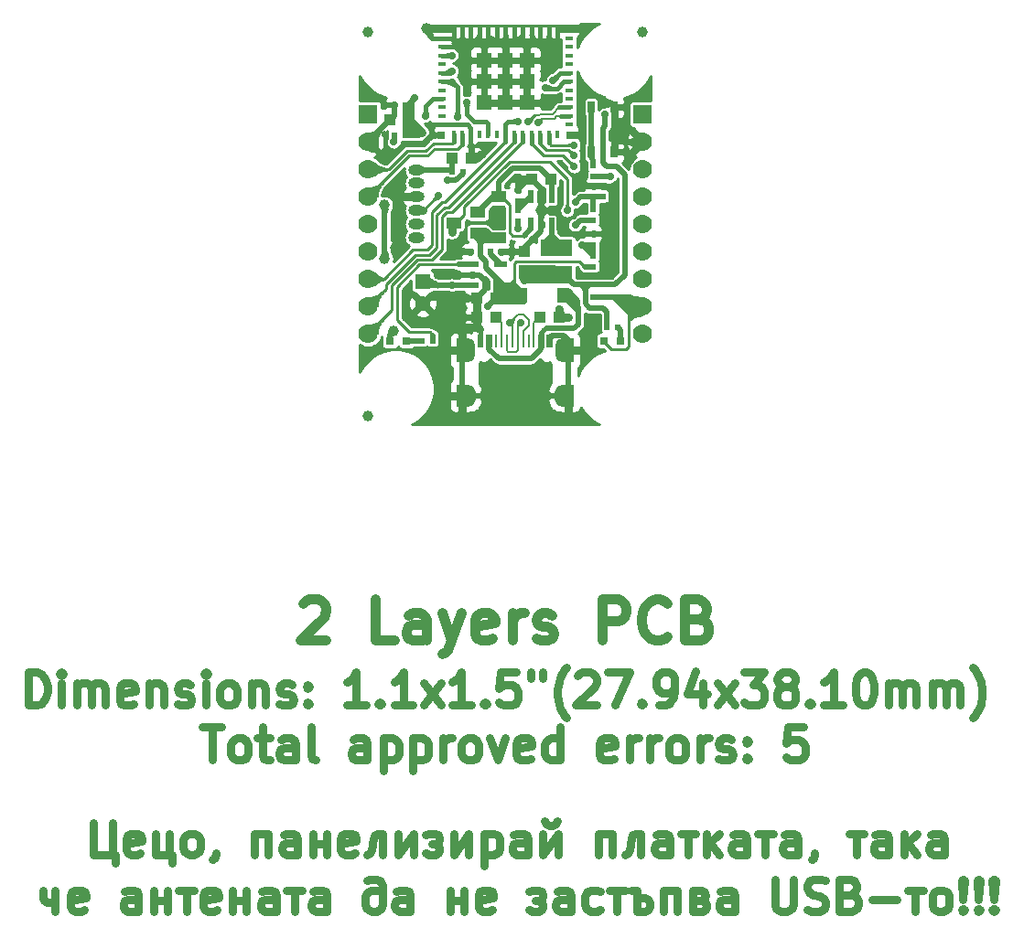
<source format=gbr>
G04 #@! TF.GenerationSoftware,KiCad,Pcbnew,5.1.6-c6e7f7d~87~ubuntu18.04.1*
G04 #@! TF.CreationDate,2022-09-28T14:17:23+03:00*
G04 #@! TF.ProjectId,ESP32-C3-DevKit-Lipo_Rev_B,45535033-322d-4433-932d-4465764b6974,B*
G04 #@! TF.SameCoordinates,Original*
G04 #@! TF.FileFunction,Copper,L1,Top*
G04 #@! TF.FilePolarity,Positive*
%FSLAX46Y46*%
G04 Gerber Fmt 4.6, Leading zero omitted, Abs format (unit mm)*
G04 Created by KiCad (PCBNEW 5.1.6-c6e7f7d~87~ubuntu18.04.1) date 2022-09-28 14:17:23*
%MOMM*%
%LPD*%
G01*
G04 APERTURE LIST*
G04 #@! TA.AperFunction,NonConductor*
%ADD10C,0.762000*%
G04 #@! TD*
G04 #@! TA.AperFunction,NonConductor*
%ADD11C,0.750000*%
G04 #@! TD*
G04 #@! TA.AperFunction,NonConductor*
%ADD12C,0.952500*%
G04 #@! TD*
G04 #@! TA.AperFunction,SMDPad,CuDef*
%ADD13R,0.550000X0.500000*%
G04 #@! TD*
G04 #@! TA.AperFunction,SMDPad,CuDef*
%ADD14R,1.450000X1.450000*%
G04 #@! TD*
G04 #@! TA.AperFunction,SMDPad,CuDef*
%ADD15R,0.400000X0.800000*%
G04 #@! TD*
G04 #@! TA.AperFunction,SMDPad,CuDef*
%ADD16R,0.800000X0.400000*%
G04 #@! TD*
G04 #@! TA.AperFunction,SMDPad,CuDef*
%ADD17R,0.700000X0.700000*%
G04 #@! TD*
G04 #@! TA.AperFunction,ComponentPad*
%ADD18C,1.400000*%
G04 #@! TD*
G04 #@! TA.AperFunction,ComponentPad*
%ADD19R,1.400000X1.400000*%
G04 #@! TD*
G04 #@! TA.AperFunction,SMDPad,CuDef*
%ADD20R,0.800000X0.800000*%
G04 #@! TD*
G04 #@! TA.AperFunction,SMDPad,CuDef*
%ADD21R,1.016000X1.016000*%
G04 #@! TD*
G04 #@! TA.AperFunction,SMDPad,CuDef*
%ADD22R,1.400000X1.000000*%
G04 #@! TD*
G04 #@! TA.AperFunction,ConnectorPad*
%ADD23C,1.000000*%
G04 #@! TD*
G04 #@! TA.AperFunction,SMDPad,CuDef*
%ADD24R,3.000000X1.600000*%
G04 #@! TD*
G04 #@! TA.AperFunction,SMDPad,CuDef*
%ADD25R,1.200000X0.550000*%
G04 #@! TD*
G04 #@! TA.AperFunction,SMDPad,CuDef*
%ADD26R,1.000000X1.400000*%
G04 #@! TD*
G04 #@! TA.AperFunction,SMDPad,CuDef*
%ADD27R,0.500000X0.550000*%
G04 #@! TD*
G04 #@! TA.AperFunction,ComponentPad*
%ADD28O,1.500000X1.000000*%
G04 #@! TD*
G04 #@! TA.AperFunction,ComponentPad*
%ADD29C,1.778000*%
G04 #@! TD*
G04 #@! TA.AperFunction,ComponentPad*
%ADD30R,1.778000X1.778000*%
G04 #@! TD*
G04 #@! TA.AperFunction,SMDPad,CuDef*
%ADD31R,0.650000X1.050000*%
G04 #@! TD*
G04 #@! TA.AperFunction,SMDPad,CuDef*
%ADD32R,0.550000X1.200000*%
G04 #@! TD*
G04 #@! TA.AperFunction,SMDPad,CuDef*
%ADD33R,0.300000X1.150000*%
G04 #@! TD*
G04 #@! TA.AperFunction,ComponentPad*
%ADD34O,1.200000X2.200000*%
G04 #@! TD*
G04 #@! TA.AperFunction,ComponentPad*
%ADD35O,1.300000X2.000000*%
G04 #@! TD*
G04 #@! TA.AperFunction,SMDPad,CuDef*
%ADD36R,0.250000X1.150000*%
G04 #@! TD*
G04 #@! TA.AperFunction,ConnectorPad*
%ADD37R,1.100000X2.200000*%
G04 #@! TD*
G04 #@! TA.AperFunction,ConnectorPad*
%ADD38R,1.100000X2.000000*%
G04 #@! TD*
G04 #@! TA.AperFunction,ViaPad*
%ADD39C,1.000000*%
G04 #@! TD*
G04 #@! TA.AperFunction,ViaPad*
%ADD40C,0.700000*%
G04 #@! TD*
G04 #@! TA.AperFunction,Conductor*
%ADD41C,0.508000*%
G04 #@! TD*
G04 #@! TA.AperFunction,Conductor*
%ADD42C,0.254000*%
G04 #@! TD*
G04 #@! TA.AperFunction,Conductor*
%ADD43C,0.762000*%
G04 #@! TD*
G04 #@! TA.AperFunction,Conductor*
%ADD44C,0.203200*%
G04 #@! TD*
G04 #@! TA.AperFunction,Conductor*
%ADD45C,0.406400*%
G04 #@! TD*
G04 #@! TA.AperFunction,Conductor*
%ADD46C,1.016000*%
G04 #@! TD*
G04 #@! TA.AperFunction,Conductor*
%ADD47C,0.025400*%
G04 #@! TD*
G04 APERTURE END LIST*
D10*
X115497428Y-143110857D02*
X117239142Y-143110857D01*
X116368285Y-146158857D02*
X116368285Y-143110857D01*
X118690571Y-146158857D02*
X118400285Y-146013714D01*
X118255142Y-145868571D01*
X118110000Y-145578285D01*
X118110000Y-144707428D01*
X118255142Y-144417142D01*
X118400285Y-144272000D01*
X118690571Y-144126857D01*
X119126000Y-144126857D01*
X119416285Y-144272000D01*
X119561428Y-144417142D01*
X119706571Y-144707428D01*
X119706571Y-145578285D01*
X119561428Y-145868571D01*
X119416285Y-146013714D01*
X119126000Y-146158857D01*
X118690571Y-146158857D01*
X120577428Y-144126857D02*
X121738571Y-144126857D01*
X121012857Y-143110857D02*
X121012857Y-145723428D01*
X121158000Y-146013714D01*
X121448285Y-146158857D01*
X121738571Y-146158857D01*
X124060857Y-146158857D02*
X124060857Y-144562285D01*
X123915714Y-144272000D01*
X123625428Y-144126857D01*
X123044857Y-144126857D01*
X122754571Y-144272000D01*
X124060857Y-146013714D02*
X123770571Y-146158857D01*
X123044857Y-146158857D01*
X122754571Y-146013714D01*
X122609428Y-145723428D01*
X122609428Y-145433142D01*
X122754571Y-145142857D01*
X123044857Y-144997714D01*
X123770571Y-144997714D01*
X124060857Y-144852571D01*
X125947714Y-146158857D02*
X125657428Y-146013714D01*
X125512285Y-145723428D01*
X125512285Y-143110857D01*
X130737428Y-146158857D02*
X130737428Y-144562285D01*
X130592285Y-144272000D01*
X130302000Y-144126857D01*
X129721428Y-144126857D01*
X129431142Y-144272000D01*
X130737428Y-146013714D02*
X130447142Y-146158857D01*
X129721428Y-146158857D01*
X129431142Y-146013714D01*
X129286000Y-145723428D01*
X129286000Y-145433142D01*
X129431142Y-145142857D01*
X129721428Y-144997714D01*
X130447142Y-144997714D01*
X130737428Y-144852571D01*
X132188857Y-144126857D02*
X132188857Y-147174857D01*
X132188857Y-144272000D02*
X132479142Y-144126857D01*
X133059714Y-144126857D01*
X133350000Y-144272000D01*
X133495142Y-144417142D01*
X133640285Y-144707428D01*
X133640285Y-145578285D01*
X133495142Y-145868571D01*
X133350000Y-146013714D01*
X133059714Y-146158857D01*
X132479142Y-146158857D01*
X132188857Y-146013714D01*
X134946571Y-144126857D02*
X134946571Y-147174857D01*
X134946571Y-144272000D02*
X135236857Y-144126857D01*
X135817428Y-144126857D01*
X136107714Y-144272000D01*
X136252857Y-144417142D01*
X136398000Y-144707428D01*
X136398000Y-145578285D01*
X136252857Y-145868571D01*
X136107714Y-146013714D01*
X135817428Y-146158857D01*
X135236857Y-146158857D01*
X134946571Y-146013714D01*
X137704285Y-146158857D02*
X137704285Y-144126857D01*
X137704285Y-144707428D02*
X137849428Y-144417142D01*
X137994571Y-144272000D01*
X138284857Y-144126857D01*
X138575142Y-144126857D01*
X140026571Y-146158857D02*
X139736285Y-146013714D01*
X139591142Y-145868571D01*
X139446000Y-145578285D01*
X139446000Y-144707428D01*
X139591142Y-144417142D01*
X139736285Y-144272000D01*
X140026571Y-144126857D01*
X140462000Y-144126857D01*
X140752285Y-144272000D01*
X140897428Y-144417142D01*
X141042571Y-144707428D01*
X141042571Y-145578285D01*
X140897428Y-145868571D01*
X140752285Y-146013714D01*
X140462000Y-146158857D01*
X140026571Y-146158857D01*
X142058571Y-144126857D02*
X142784285Y-146158857D01*
X143510000Y-144126857D01*
X145832285Y-146013714D02*
X145542000Y-146158857D01*
X144961428Y-146158857D01*
X144671142Y-146013714D01*
X144526000Y-145723428D01*
X144526000Y-144562285D01*
X144671142Y-144272000D01*
X144961428Y-144126857D01*
X145542000Y-144126857D01*
X145832285Y-144272000D01*
X145977428Y-144562285D01*
X145977428Y-144852571D01*
X144526000Y-145142857D01*
X148590000Y-146158857D02*
X148590000Y-143110857D01*
X148590000Y-146013714D02*
X148299714Y-146158857D01*
X147719142Y-146158857D01*
X147428857Y-146013714D01*
X147283714Y-145868571D01*
X147138571Y-145578285D01*
X147138571Y-144707428D01*
X147283714Y-144417142D01*
X147428857Y-144272000D01*
X147719142Y-144126857D01*
X148299714Y-144126857D01*
X148590000Y-144272000D01*
X153524857Y-146013714D02*
X153234571Y-146158857D01*
X152654000Y-146158857D01*
X152363714Y-146013714D01*
X152218571Y-145723428D01*
X152218571Y-144562285D01*
X152363714Y-144272000D01*
X152654000Y-144126857D01*
X153234571Y-144126857D01*
X153524857Y-144272000D01*
X153670000Y-144562285D01*
X153670000Y-144852571D01*
X152218571Y-145142857D01*
X154976285Y-146158857D02*
X154976285Y-144126857D01*
X154976285Y-144707428D02*
X155121428Y-144417142D01*
X155266571Y-144272000D01*
X155556857Y-144126857D01*
X155847142Y-144126857D01*
X156863142Y-146158857D02*
X156863142Y-144126857D01*
X156863142Y-144707428D02*
X157008285Y-144417142D01*
X157153428Y-144272000D01*
X157443714Y-144126857D01*
X157733999Y-144126857D01*
X159185428Y-146158857D02*
X158895142Y-146013714D01*
X158749999Y-145868571D01*
X158604857Y-145578285D01*
X158604857Y-144707428D01*
X158749999Y-144417142D01*
X158895142Y-144272000D01*
X159185428Y-144126857D01*
X159620857Y-144126857D01*
X159911142Y-144272000D01*
X160056285Y-144417142D01*
X160201428Y-144707428D01*
X160201428Y-145578285D01*
X160056285Y-145868571D01*
X159911142Y-146013714D01*
X159620857Y-146158857D01*
X159185428Y-146158857D01*
X161507714Y-146158857D02*
X161507714Y-144126857D01*
X161507714Y-144707428D02*
X161652857Y-144417142D01*
X161797999Y-144272000D01*
X162088285Y-144126857D01*
X162378571Y-144126857D01*
X163249428Y-146013714D02*
X163539714Y-146158857D01*
X164120285Y-146158857D01*
X164410571Y-146013714D01*
X164555714Y-145723428D01*
X164555714Y-145578285D01*
X164410571Y-145288000D01*
X164120285Y-145142857D01*
X163684857Y-145142857D01*
X163394571Y-144997714D01*
X163249428Y-144707428D01*
X163249428Y-144562285D01*
X163394571Y-144272000D01*
X163684857Y-144126857D01*
X164120285Y-144126857D01*
X164410571Y-144272000D01*
X165861999Y-145868571D02*
X166007142Y-146013714D01*
X165861999Y-146158857D01*
X165716857Y-146013714D01*
X165861999Y-145868571D01*
X165861999Y-146158857D01*
X165861999Y-144272000D02*
X166007142Y-144417142D01*
X165861999Y-144562285D01*
X165716857Y-144417142D01*
X165861999Y-144272000D01*
X165861999Y-144562285D01*
X171087142Y-143110857D02*
X169635714Y-143110857D01*
X169490571Y-144562285D01*
X169635714Y-144417142D01*
X169926000Y-144272000D01*
X170651714Y-144272000D01*
X170942000Y-144417142D01*
X171087142Y-144562285D01*
X171232285Y-144852571D01*
X171232285Y-145578285D01*
X171087142Y-145868571D01*
X170942000Y-146013714D01*
X170651714Y-146158857D01*
X169926000Y-146158857D01*
X169635714Y-146013714D01*
X169490571Y-145868571D01*
D11*
X107137155Y-151942144D02*
X107137155Y-154942143D01*
X105422870Y-151942144D02*
X105422870Y-154942143D01*
X107422869Y-154942143D01*
X107422869Y-155656428D01*
X109708583Y-154799286D02*
X109422868Y-154942143D01*
X108851440Y-154942143D01*
X108565726Y-154799286D01*
X108422869Y-154513572D01*
X108422869Y-153370715D01*
X108565726Y-153085001D01*
X108851440Y-152942144D01*
X109422868Y-152942144D01*
X109708583Y-153085001D01*
X109851440Y-153370715D01*
X109851440Y-153656429D01*
X108422869Y-153942143D01*
X112422867Y-152942144D02*
X112422867Y-154942143D01*
X111137154Y-152942144D02*
X111137154Y-154942143D01*
X112708582Y-154942143D01*
X112708582Y-155656428D01*
X114280010Y-154942143D02*
X113994295Y-154799286D01*
X113851438Y-154656429D01*
X113708581Y-154370715D01*
X113708581Y-153513572D01*
X113851438Y-153227858D01*
X113994295Y-153085001D01*
X114280010Y-152942144D01*
X114708581Y-152942144D01*
X114994295Y-153085001D01*
X115137152Y-153227858D01*
X115280009Y-153513572D01*
X115280009Y-154370715D01*
X115137152Y-154656429D01*
X114994295Y-154799286D01*
X114708581Y-154942143D01*
X114280010Y-154942143D01*
X116708580Y-154799286D02*
X116708580Y-154942143D01*
X116565723Y-155227857D01*
X116422866Y-155370714D01*
X120280008Y-154942143D02*
X120280008Y-152942144D01*
X121565722Y-152942144D01*
X121565722Y-154942143D01*
X124280006Y-154942143D02*
X124280006Y-153370715D01*
X124137149Y-153085001D01*
X123851435Y-152942144D01*
X123280007Y-152942144D01*
X122994292Y-153085001D01*
X124280006Y-154799286D02*
X123994292Y-154942143D01*
X123280007Y-154942143D01*
X122994292Y-154799286D01*
X122851435Y-154513572D01*
X122851435Y-154227857D01*
X122994292Y-153942143D01*
X123280007Y-153799286D01*
X123994292Y-153799286D01*
X124280006Y-153656429D01*
X125708577Y-153942143D02*
X126994291Y-153942143D01*
X125708577Y-152942144D02*
X125708577Y-154942143D01*
X126994291Y-152942144D02*
X126994291Y-154942143D01*
X129565719Y-154799286D02*
X129280005Y-154942143D01*
X128708576Y-154942143D01*
X128422862Y-154799286D01*
X128280005Y-154513572D01*
X128280005Y-153370715D01*
X128422862Y-153085001D01*
X128708576Y-152942144D01*
X129280005Y-152942144D01*
X129565719Y-153085001D01*
X129708576Y-153370715D01*
X129708576Y-153656429D01*
X128280005Y-153942143D01*
X132137147Y-154942143D02*
X132137147Y-152942144D01*
X131708575Y-152942144D01*
X131422861Y-153085001D01*
X131280004Y-153370715D01*
X131137147Y-154513572D01*
X130994290Y-154799286D01*
X130708576Y-154942143D01*
X133565718Y-152942144D02*
X133565718Y-154942143D01*
X134994288Y-152942144D01*
X134994288Y-154942143D01*
X136708574Y-153942143D02*
X136994288Y-153942143D01*
X136137145Y-153085001D02*
X136422859Y-152942144D01*
X136994288Y-152942144D01*
X137280002Y-153085001D01*
X137422859Y-153370715D01*
X137422859Y-153513572D01*
X137280002Y-153799286D01*
X136994288Y-153942143D01*
X137280002Y-154085000D01*
X137422859Y-154370715D01*
X137422859Y-154513572D01*
X137280002Y-154799286D01*
X136994288Y-154942143D01*
X136422859Y-154942143D01*
X136137145Y-154799286D01*
X138708573Y-152942144D02*
X138708573Y-154942143D01*
X140137144Y-152942144D01*
X140137144Y-154942143D01*
X141565715Y-152942144D02*
X141565715Y-155942143D01*
X141565715Y-153085001D02*
X141851429Y-152942144D01*
X142422857Y-152942144D01*
X142708572Y-153085001D01*
X142851429Y-153227858D01*
X142994286Y-153513572D01*
X142994286Y-154370715D01*
X142851429Y-154656429D01*
X142708572Y-154799286D01*
X142422857Y-154942143D01*
X141851429Y-154942143D01*
X141565715Y-154799286D01*
X145565714Y-154942143D02*
X145565714Y-153370715D01*
X145422856Y-153085001D01*
X145137142Y-152942144D01*
X144565714Y-152942144D01*
X144280000Y-153085001D01*
X145565714Y-154799286D02*
X145279999Y-154942143D01*
X144565714Y-154942143D01*
X144280000Y-154799286D01*
X144137143Y-154513572D01*
X144137143Y-154227857D01*
X144280000Y-153942143D01*
X144565714Y-153799286D01*
X145279999Y-153799286D01*
X145565714Y-153656429D01*
X146994284Y-152942144D02*
X146994284Y-154942143D01*
X148422855Y-152942144D01*
X148422855Y-154942143D01*
X147137142Y-151799287D02*
X147279999Y-152085001D01*
X147565713Y-152227858D01*
X147851427Y-152227858D01*
X148137141Y-152085001D01*
X148279998Y-151799287D01*
X152137140Y-154942143D02*
X152137140Y-152942144D01*
X153422854Y-152942144D01*
X153422854Y-154942143D01*
X155994281Y-154942143D02*
X155994281Y-152942144D01*
X155565710Y-152942144D01*
X155279996Y-153085001D01*
X155137139Y-153370715D01*
X154994282Y-154513572D01*
X154851425Y-154799286D01*
X154565711Y-154942143D01*
X158708566Y-154942143D02*
X158708566Y-153370715D01*
X158565709Y-153085001D01*
X158279995Y-152942144D01*
X157708567Y-152942144D01*
X157422852Y-153085001D01*
X158708566Y-154799286D02*
X158422852Y-154942143D01*
X157708567Y-154942143D01*
X157422852Y-154799286D01*
X157279995Y-154513572D01*
X157279995Y-154227857D01*
X157422852Y-153942143D01*
X157708567Y-153799286D01*
X158422852Y-153799286D01*
X158708566Y-153656429D01*
X159708566Y-152942144D02*
X161137137Y-152942144D01*
X160422851Y-152942144D02*
X160422851Y-154942143D01*
X162137137Y-152942144D02*
X162137137Y-154942143D01*
X162422851Y-153799286D02*
X163279993Y-154942143D01*
X163279993Y-152942144D02*
X162137137Y-154085000D01*
X165851421Y-154942143D02*
X165851421Y-153370715D01*
X165708564Y-153085001D01*
X165422850Y-152942144D01*
X164851421Y-152942144D01*
X164565707Y-153085001D01*
X165851421Y-154799286D02*
X165565707Y-154942143D01*
X164851421Y-154942143D01*
X164565707Y-154799286D01*
X164422850Y-154513572D01*
X164422850Y-154227857D01*
X164565707Y-153942143D01*
X164851421Y-153799286D01*
X165565707Y-153799286D01*
X165851421Y-153656429D01*
X166851421Y-152942144D02*
X168279992Y-152942144D01*
X167565706Y-152942144D02*
X167565706Y-154942143D01*
X170565705Y-154942143D02*
X170565705Y-153370715D01*
X170422848Y-153085001D01*
X170137134Y-152942144D01*
X169565706Y-152942144D01*
X169279991Y-153085001D01*
X170565705Y-154799286D02*
X170279991Y-154942143D01*
X169565706Y-154942143D01*
X169279991Y-154799286D01*
X169137134Y-154513572D01*
X169137134Y-154227857D01*
X169279991Y-153942143D01*
X169565706Y-153799286D01*
X170279991Y-153799286D01*
X170565705Y-153656429D01*
X172137133Y-154799286D02*
X172137133Y-154942143D01*
X171994276Y-155227857D01*
X171851419Y-155370714D01*
X175279989Y-152942144D02*
X176708560Y-152942144D01*
X175994275Y-152942144D02*
X175994275Y-154942143D01*
X178994274Y-154942143D02*
X178994274Y-153370715D01*
X178851417Y-153085001D01*
X178565703Y-152942144D01*
X177994274Y-152942144D01*
X177708560Y-153085001D01*
X178994274Y-154799286D02*
X178708560Y-154942143D01*
X177994274Y-154942143D01*
X177708560Y-154799286D01*
X177565703Y-154513572D01*
X177565703Y-154227857D01*
X177708560Y-153942143D01*
X177994274Y-153799286D01*
X178708560Y-153799286D01*
X178994274Y-153656429D01*
X180422845Y-152942144D02*
X180422845Y-154942143D01*
X180708559Y-153799286D02*
X181565702Y-154942143D01*
X181565702Y-152942144D02*
X180422845Y-154085000D01*
X184137129Y-154942143D02*
X184137129Y-153370715D01*
X183994272Y-153085001D01*
X183708558Y-152942144D01*
X183137130Y-152942144D01*
X182851415Y-153085001D01*
X184137129Y-154799286D02*
X183851415Y-154942143D01*
X183137130Y-154942143D01*
X182851415Y-154799286D01*
X182708558Y-154513572D01*
X182708558Y-154227857D01*
X182851415Y-153942143D01*
X183137130Y-153799286D01*
X183851415Y-153799286D01*
X184137129Y-153656429D01*
X101851442Y-158192143D02*
X101851442Y-160192142D01*
X100708586Y-158192143D02*
X100708586Y-158906428D01*
X100851443Y-159192142D01*
X101137157Y-159334999D01*
X101851442Y-159334999D01*
X104565727Y-160049285D02*
X104280013Y-160192142D01*
X103708585Y-160192142D01*
X103422870Y-160049285D01*
X103280013Y-159763571D01*
X103280013Y-158620714D01*
X103422870Y-158335000D01*
X103708585Y-158192143D01*
X104280013Y-158192143D01*
X104565727Y-158335000D01*
X104708584Y-158620714D01*
X104708584Y-158906428D01*
X103280013Y-159192142D01*
X109565726Y-160192142D02*
X109565726Y-158620714D01*
X109422868Y-158335000D01*
X109137154Y-158192143D01*
X108565726Y-158192143D01*
X108280012Y-158335000D01*
X109565726Y-160049285D02*
X109280011Y-160192142D01*
X108565726Y-160192142D01*
X108280012Y-160049285D01*
X108137155Y-159763571D01*
X108137155Y-159477856D01*
X108280012Y-159192142D01*
X108565726Y-159049285D01*
X109280011Y-159049285D01*
X109565726Y-158906428D01*
X110994296Y-159192142D02*
X112280010Y-159192142D01*
X110994296Y-158192143D02*
X110994296Y-160192142D01*
X112280010Y-158192143D02*
X112280010Y-160192142D01*
X113280010Y-158192143D02*
X114708581Y-158192143D01*
X113994295Y-158192143D02*
X113994295Y-160192142D01*
X116851437Y-160049285D02*
X116565723Y-160192142D01*
X115994295Y-160192142D01*
X115708581Y-160049285D01*
X115565724Y-159763571D01*
X115565724Y-158620714D01*
X115708581Y-158335000D01*
X115994295Y-158192143D01*
X116565723Y-158192143D01*
X116851437Y-158335000D01*
X116994294Y-158620714D01*
X116994294Y-158906428D01*
X115565724Y-159192142D01*
X118280008Y-159192142D02*
X119565722Y-159192142D01*
X118280008Y-158192143D02*
X118280008Y-160192142D01*
X119565722Y-158192143D02*
X119565722Y-160192142D01*
X122280007Y-160192142D02*
X122280007Y-158620714D01*
X122137150Y-158335000D01*
X121851436Y-158192143D01*
X121280007Y-158192143D01*
X120994293Y-158335000D01*
X122280007Y-160049285D02*
X121994293Y-160192142D01*
X121280007Y-160192142D01*
X120994293Y-160049285D01*
X120851436Y-159763571D01*
X120851436Y-159477856D01*
X120994293Y-159192142D01*
X121280007Y-159049285D01*
X121994293Y-159049285D01*
X122280007Y-158906428D01*
X123280007Y-158192143D02*
X124708578Y-158192143D01*
X123994292Y-158192143D02*
X123994292Y-160192142D01*
X126994291Y-160192142D02*
X126994291Y-158620714D01*
X126851434Y-158335000D01*
X126565720Y-158192143D01*
X125994291Y-158192143D01*
X125708577Y-158335000D01*
X126994291Y-160049285D02*
X126708577Y-160192142D01*
X125994291Y-160192142D01*
X125708577Y-160049285D01*
X125565720Y-159763571D01*
X125565720Y-159477856D01*
X125708577Y-159192142D01*
X125994291Y-159049285D01*
X126708577Y-159049285D01*
X126994291Y-158906428D01*
X132137147Y-158477857D02*
X131994289Y-158335000D01*
X131708575Y-158192143D01*
X131137147Y-158192143D01*
X130851433Y-158335000D01*
X130708576Y-158477857D01*
X130565719Y-158763571D01*
X130565719Y-159620714D01*
X130708576Y-159906428D01*
X130851433Y-160049285D01*
X131137147Y-160192142D01*
X131565718Y-160192142D01*
X131851432Y-160049285D01*
X131994289Y-159906428D01*
X132137147Y-159620714D01*
X132137147Y-157763571D01*
X131994289Y-157477857D01*
X131851432Y-157335000D01*
X131565718Y-157192143D01*
X130994290Y-157192143D01*
X130708576Y-157335000D01*
X134708574Y-160192142D02*
X134708574Y-158620714D01*
X134565717Y-158335000D01*
X134280003Y-158192143D01*
X133708575Y-158192143D01*
X133422860Y-158335000D01*
X134708574Y-160049285D02*
X134422860Y-160192142D01*
X133708575Y-160192142D01*
X133422860Y-160049285D01*
X133280003Y-159763571D01*
X133280003Y-159477856D01*
X133422860Y-159192142D01*
X133708575Y-159049285D01*
X134422860Y-159049285D01*
X134708574Y-158906428D01*
X138422859Y-159192142D02*
X139708573Y-159192142D01*
X138422859Y-158192143D02*
X138422859Y-160192142D01*
X139708573Y-158192143D02*
X139708573Y-160192142D01*
X142280000Y-160049285D02*
X141994286Y-160192142D01*
X141422858Y-160192142D01*
X141137144Y-160049285D01*
X140994286Y-159763571D01*
X140994286Y-158620714D01*
X141137144Y-158335000D01*
X141422858Y-158192143D01*
X141994286Y-158192143D01*
X142280000Y-158335000D01*
X142422857Y-158620714D01*
X142422857Y-158906428D01*
X140994286Y-159192142D01*
X146279999Y-159192142D02*
X146565713Y-159192142D01*
X145708571Y-158335000D02*
X145994285Y-158192143D01*
X146565713Y-158192143D01*
X146851427Y-158335000D01*
X146994284Y-158620714D01*
X146994284Y-158763571D01*
X146851427Y-159049285D01*
X146565713Y-159192142D01*
X146851427Y-159334999D01*
X146994284Y-159620714D01*
X146994284Y-159763571D01*
X146851427Y-160049285D01*
X146565713Y-160192142D01*
X145994285Y-160192142D01*
X145708571Y-160049285D01*
X149565712Y-160192142D02*
X149565712Y-158620714D01*
X149422855Y-158335000D01*
X149137141Y-158192143D01*
X148565713Y-158192143D01*
X148279998Y-158335000D01*
X149565712Y-160049285D02*
X149279998Y-160192142D01*
X148565713Y-160192142D01*
X148279998Y-160049285D01*
X148137141Y-159763571D01*
X148137141Y-159477856D01*
X148279998Y-159192142D01*
X148565713Y-159049285D01*
X149279998Y-159049285D01*
X149565712Y-158906428D01*
X152279997Y-160049285D02*
X151994283Y-160192142D01*
X151422854Y-160192142D01*
X151137140Y-160049285D01*
X150994283Y-159906428D01*
X150851426Y-159620714D01*
X150851426Y-158763571D01*
X150994283Y-158477857D01*
X151137140Y-158335000D01*
X151422854Y-158192143D01*
X151994283Y-158192143D01*
X152279997Y-158335000D01*
X153137140Y-158192143D02*
X154565711Y-158192143D01*
X153851425Y-158192143D02*
X153851425Y-160192142D01*
X155137139Y-158192143D02*
X155708567Y-158192143D01*
X155708567Y-160192142D01*
X156422853Y-160192142D01*
X156708567Y-160049285D01*
X156851424Y-159763571D01*
X156851424Y-159334999D01*
X156708567Y-159049285D01*
X156422853Y-158906428D01*
X155708567Y-158906428D01*
X158137138Y-160192142D02*
X158137138Y-158192143D01*
X159422852Y-158192143D01*
X159422852Y-160192142D01*
X161565708Y-159192142D02*
X161994279Y-159334999D01*
X162137137Y-159620714D01*
X162137137Y-159763571D01*
X161994279Y-160049285D01*
X161708565Y-160192142D01*
X160851423Y-160192142D01*
X160851423Y-158192143D01*
X161565708Y-158192143D01*
X161851422Y-158335000D01*
X161994279Y-158620714D01*
X161994279Y-158763571D01*
X161851422Y-159049285D01*
X161565708Y-159192142D01*
X160851423Y-159192142D01*
X164708564Y-160192142D02*
X164708564Y-158620714D01*
X164565707Y-158335000D01*
X164279993Y-158192143D01*
X163708565Y-158192143D01*
X163422850Y-158335000D01*
X164708564Y-160049285D02*
X164422850Y-160192142D01*
X163708565Y-160192142D01*
X163422850Y-160049285D01*
X163279993Y-159763571D01*
X163279993Y-159477856D01*
X163422850Y-159192142D01*
X163708565Y-159049285D01*
X164422850Y-159049285D01*
X164708564Y-158906428D01*
X168422849Y-157192143D02*
X168422849Y-159620714D01*
X168565706Y-159906428D01*
X168708563Y-160049285D01*
X168994277Y-160192142D01*
X169565706Y-160192142D01*
X169851420Y-160049285D01*
X169994277Y-159906428D01*
X170137134Y-159620714D01*
X170137134Y-157192143D01*
X171422848Y-160049285D02*
X171851419Y-160192142D01*
X172565705Y-160192142D01*
X172851419Y-160049285D01*
X172994276Y-159906428D01*
X173137133Y-159620714D01*
X173137133Y-159334999D01*
X172994276Y-159049285D01*
X172851419Y-158906428D01*
X172565705Y-158763571D01*
X171994276Y-158620714D01*
X171708562Y-158477857D01*
X171565705Y-158335000D01*
X171422848Y-158049285D01*
X171422848Y-157763571D01*
X171565705Y-157477857D01*
X171708562Y-157335000D01*
X171994276Y-157192143D01*
X172708562Y-157192143D01*
X173137133Y-157335000D01*
X175422846Y-158620714D02*
X175851418Y-158763571D01*
X175994275Y-158906428D01*
X176137132Y-159192142D01*
X176137132Y-159620714D01*
X175994275Y-159906428D01*
X175851418Y-160049285D01*
X175565704Y-160192142D01*
X174422847Y-160192142D01*
X174422847Y-157192143D01*
X175422846Y-157192143D01*
X175708561Y-157335000D01*
X175851418Y-157477857D01*
X175994275Y-157763571D01*
X175994275Y-158049285D01*
X175851418Y-158335000D01*
X175708561Y-158477857D01*
X175422846Y-158620714D01*
X174422847Y-158620714D01*
X177422846Y-159049285D02*
X179708559Y-159049285D01*
X180708559Y-158192143D02*
X182137130Y-158192143D01*
X181422844Y-158192143D02*
X181422844Y-160192142D01*
X183565701Y-160192142D02*
X183279987Y-160049285D01*
X183137130Y-159906428D01*
X182994272Y-159620714D01*
X182994272Y-158763571D01*
X183137130Y-158477857D01*
X183279987Y-158335000D01*
X183565701Y-158192143D01*
X183994272Y-158192143D01*
X184279986Y-158335000D01*
X184422843Y-158477857D01*
X184565701Y-158763571D01*
X184565701Y-159620714D01*
X184422843Y-159906428D01*
X184279986Y-160049285D01*
X183994272Y-160192142D01*
X183565701Y-160192142D01*
X185851414Y-159906428D02*
X185994271Y-160049285D01*
X185851414Y-160192142D01*
X185708557Y-160049285D01*
X185851414Y-159906428D01*
X185851414Y-160192142D01*
X185851414Y-159049285D02*
X185708557Y-157335000D01*
X185851414Y-157192143D01*
X185994271Y-157335000D01*
X185851414Y-159049285D01*
X185851414Y-157192143D01*
X187279985Y-159906428D02*
X187422842Y-160049285D01*
X187279985Y-160192142D01*
X187137128Y-160049285D01*
X187279985Y-159906428D01*
X187279985Y-160192142D01*
X187279985Y-159049285D02*
X187137128Y-157335000D01*
X187279985Y-157192143D01*
X187422842Y-157335000D01*
X187279985Y-159049285D01*
X187279985Y-157192143D01*
X188708556Y-159906428D02*
X188851413Y-160049285D01*
X188708556Y-160192142D01*
X188565699Y-160049285D01*
X188708556Y-159906428D01*
X188708556Y-160192142D01*
X188708556Y-159049285D02*
X188565699Y-157335000D01*
X188708556Y-157192143D01*
X188851413Y-157335000D01*
X188708556Y-159049285D01*
X188708556Y-157192143D01*
D10*
X99386571Y-141078857D02*
X99386571Y-138030857D01*
X100112285Y-138030857D01*
X100547714Y-138176000D01*
X100837999Y-138466285D01*
X100983142Y-138756571D01*
X101128285Y-139337142D01*
X101128285Y-139772571D01*
X100983142Y-140353142D01*
X100837999Y-140643428D01*
X100547714Y-140933714D01*
X100112285Y-141078857D01*
X99386571Y-141078857D01*
X102434571Y-141078857D02*
X102434571Y-139046857D01*
X102434571Y-138030857D02*
X102289428Y-138176000D01*
X102434571Y-138321142D01*
X102579714Y-138176000D01*
X102434571Y-138030857D01*
X102434571Y-138321142D01*
X103885999Y-141078857D02*
X103885999Y-139046857D01*
X103885999Y-139337142D02*
X104031142Y-139192000D01*
X104321428Y-139046857D01*
X104756857Y-139046857D01*
X105047142Y-139192000D01*
X105192285Y-139482285D01*
X105192285Y-141078857D01*
X105192285Y-139482285D02*
X105337428Y-139192000D01*
X105627714Y-139046857D01*
X106063142Y-139046857D01*
X106353428Y-139192000D01*
X106498571Y-139482285D01*
X106498571Y-141078857D01*
X109111142Y-140933714D02*
X108820857Y-141078857D01*
X108240285Y-141078857D01*
X107949999Y-140933714D01*
X107804857Y-140643428D01*
X107804857Y-139482285D01*
X107949999Y-139192000D01*
X108240285Y-139046857D01*
X108820857Y-139046857D01*
X109111142Y-139192000D01*
X109256285Y-139482285D01*
X109256285Y-139772571D01*
X107804857Y-140062857D01*
X110562571Y-139046857D02*
X110562571Y-141078857D01*
X110562571Y-139337142D02*
X110707714Y-139192000D01*
X110997999Y-139046857D01*
X111433428Y-139046857D01*
X111723714Y-139192000D01*
X111868857Y-139482285D01*
X111868857Y-141078857D01*
X113175142Y-140933714D02*
X113465428Y-141078857D01*
X114045999Y-141078857D01*
X114336285Y-140933714D01*
X114481428Y-140643428D01*
X114481428Y-140498285D01*
X114336285Y-140208000D01*
X114045999Y-140062857D01*
X113610571Y-140062857D01*
X113320285Y-139917714D01*
X113175142Y-139627428D01*
X113175142Y-139482285D01*
X113320285Y-139192000D01*
X113610571Y-139046857D01*
X114045999Y-139046857D01*
X114336285Y-139192000D01*
X115787714Y-141078857D02*
X115787714Y-139046857D01*
X115787714Y-138030857D02*
X115642571Y-138176000D01*
X115787714Y-138321142D01*
X115932857Y-138176000D01*
X115787714Y-138030857D01*
X115787714Y-138321142D01*
X117674571Y-141078857D02*
X117384285Y-140933714D01*
X117239142Y-140788571D01*
X117094000Y-140498285D01*
X117094000Y-139627428D01*
X117239142Y-139337142D01*
X117384285Y-139192000D01*
X117674571Y-139046857D01*
X118110000Y-139046857D01*
X118400285Y-139192000D01*
X118545428Y-139337142D01*
X118690571Y-139627428D01*
X118690571Y-140498285D01*
X118545428Y-140788571D01*
X118400285Y-140933714D01*
X118110000Y-141078857D01*
X117674571Y-141078857D01*
X119996857Y-139046857D02*
X119996857Y-141078857D01*
X119996857Y-139337142D02*
X120142000Y-139192000D01*
X120432285Y-139046857D01*
X120867714Y-139046857D01*
X121158000Y-139192000D01*
X121303142Y-139482285D01*
X121303142Y-141078857D01*
X122609428Y-140933714D02*
X122899714Y-141078857D01*
X123480285Y-141078857D01*
X123770571Y-140933714D01*
X123915714Y-140643428D01*
X123915714Y-140498285D01*
X123770571Y-140208000D01*
X123480285Y-140062857D01*
X123044857Y-140062857D01*
X122754571Y-139917714D01*
X122609428Y-139627428D01*
X122609428Y-139482285D01*
X122754571Y-139192000D01*
X123044857Y-139046857D01*
X123480285Y-139046857D01*
X123770571Y-139192000D01*
X125222000Y-140788571D02*
X125367142Y-140933714D01*
X125222000Y-141078857D01*
X125076857Y-140933714D01*
X125222000Y-140788571D01*
X125222000Y-141078857D01*
X125222000Y-139192000D02*
X125367142Y-139337142D01*
X125222000Y-139482285D01*
X125076857Y-139337142D01*
X125222000Y-139192000D01*
X125222000Y-139482285D01*
X130592285Y-141078857D02*
X128850571Y-141078857D01*
X129721428Y-141078857D02*
X129721428Y-138030857D01*
X129431142Y-138466285D01*
X129140857Y-138756571D01*
X128850571Y-138901714D01*
X131898571Y-140788571D02*
X132043714Y-140933714D01*
X131898571Y-141078857D01*
X131753428Y-140933714D01*
X131898571Y-140788571D01*
X131898571Y-141078857D01*
X134946571Y-141078857D02*
X133204857Y-141078857D01*
X134075714Y-141078857D02*
X134075714Y-138030857D01*
X133785428Y-138466285D01*
X133495142Y-138756571D01*
X133204857Y-138901714D01*
X135962571Y-141078857D02*
X137559142Y-139046857D01*
X135962571Y-139046857D02*
X137559142Y-141078857D01*
X140316857Y-141078857D02*
X138575142Y-141078857D01*
X139446000Y-141078857D02*
X139446000Y-138030857D01*
X139155714Y-138466285D01*
X138865428Y-138756571D01*
X138575142Y-138901714D01*
X141623142Y-140788571D02*
X141768285Y-140933714D01*
X141623142Y-141078857D01*
X141478000Y-140933714D01*
X141623142Y-140788571D01*
X141623142Y-141078857D01*
X144526000Y-138030857D02*
X143074571Y-138030857D01*
X142929428Y-139482285D01*
X143074571Y-139337142D01*
X143364857Y-139192000D01*
X144090571Y-139192000D01*
X144380857Y-139337142D01*
X144526000Y-139482285D01*
X144671142Y-139772571D01*
X144671142Y-140498285D01*
X144526000Y-140788571D01*
X144380857Y-140933714D01*
X144090571Y-141078857D01*
X143364857Y-141078857D01*
X143074571Y-140933714D01*
X142929428Y-140788571D01*
X145832285Y-138030857D02*
X145832285Y-138611428D01*
X146993428Y-138030857D02*
X146993428Y-138611428D01*
X149170571Y-142240000D02*
X149025428Y-142094857D01*
X148735142Y-141659428D01*
X148590000Y-141369142D01*
X148444857Y-140933714D01*
X148299714Y-140208000D01*
X148299714Y-139627428D01*
X148444857Y-138901714D01*
X148590000Y-138466285D01*
X148735142Y-138176000D01*
X149025428Y-137740571D01*
X149170571Y-137595428D01*
X150186571Y-138321142D02*
X150331714Y-138176000D01*
X150622000Y-138030857D01*
X151347714Y-138030857D01*
X151638000Y-138176000D01*
X151783142Y-138321142D01*
X151928285Y-138611428D01*
X151928285Y-138901714D01*
X151783142Y-139337142D01*
X150041428Y-141078857D01*
X151928285Y-141078857D01*
X152944285Y-138030857D02*
X154976285Y-138030857D01*
X153670000Y-141078857D01*
X156137428Y-140788571D02*
X156282571Y-140933714D01*
X156137428Y-141078857D01*
X155992285Y-140933714D01*
X156137428Y-140788571D01*
X156137428Y-141078857D01*
X157734000Y-141078857D02*
X158314571Y-141078857D01*
X158604857Y-140933714D01*
X158750000Y-140788571D01*
X159040285Y-140353142D01*
X159185428Y-139772571D01*
X159185428Y-138611428D01*
X159040285Y-138321142D01*
X158895142Y-138176000D01*
X158604857Y-138030857D01*
X158024285Y-138030857D01*
X157734000Y-138176000D01*
X157588857Y-138321142D01*
X157443714Y-138611428D01*
X157443714Y-139337142D01*
X157588857Y-139627428D01*
X157734000Y-139772571D01*
X158024285Y-139917714D01*
X158604857Y-139917714D01*
X158895142Y-139772571D01*
X159040285Y-139627428D01*
X159185428Y-139337142D01*
X161798000Y-139046857D02*
X161798000Y-141078857D01*
X161072285Y-137885714D02*
X160346571Y-140062857D01*
X162233428Y-140062857D01*
X163104285Y-141078857D02*
X164700857Y-139046857D01*
X163104285Y-139046857D02*
X164700857Y-141078857D01*
X165571714Y-138030857D02*
X167458571Y-138030857D01*
X166442571Y-139192000D01*
X166878000Y-139192000D01*
X167168285Y-139337142D01*
X167313428Y-139482285D01*
X167458571Y-139772571D01*
X167458571Y-140498285D01*
X167313428Y-140788571D01*
X167168285Y-140933714D01*
X166878000Y-141078857D01*
X166007142Y-141078857D01*
X165716857Y-140933714D01*
X165571714Y-140788571D01*
X169200285Y-139337142D02*
X168910000Y-139192000D01*
X168764857Y-139046857D01*
X168619714Y-138756571D01*
X168619714Y-138611428D01*
X168764857Y-138321142D01*
X168910000Y-138176000D01*
X169200285Y-138030857D01*
X169780857Y-138030857D01*
X170071142Y-138176000D01*
X170216285Y-138321142D01*
X170361428Y-138611428D01*
X170361428Y-138756571D01*
X170216285Y-139046857D01*
X170071142Y-139192000D01*
X169780857Y-139337142D01*
X169200285Y-139337142D01*
X168910000Y-139482285D01*
X168764857Y-139627428D01*
X168619714Y-139917714D01*
X168619714Y-140498285D01*
X168764857Y-140788571D01*
X168910000Y-140933714D01*
X169200285Y-141078857D01*
X169780857Y-141078857D01*
X170071142Y-140933714D01*
X170216285Y-140788571D01*
X170361428Y-140498285D01*
X170361428Y-139917714D01*
X170216285Y-139627428D01*
X170071142Y-139482285D01*
X169780857Y-139337142D01*
X171667714Y-140788571D02*
X171812857Y-140933714D01*
X171667714Y-141078857D01*
X171522571Y-140933714D01*
X171667714Y-140788571D01*
X171667714Y-141078857D01*
X174715714Y-141078857D02*
X172974000Y-141078857D01*
X173844857Y-141078857D02*
X173844857Y-138030857D01*
X173554571Y-138466285D01*
X173264285Y-138756571D01*
X172974000Y-138901714D01*
X176602571Y-138030857D02*
X176892857Y-138030857D01*
X177183142Y-138176000D01*
X177328285Y-138321142D01*
X177473428Y-138611428D01*
X177618571Y-139192000D01*
X177618571Y-139917714D01*
X177473428Y-140498285D01*
X177328285Y-140788571D01*
X177183142Y-140933714D01*
X176892857Y-141078857D01*
X176602571Y-141078857D01*
X176312285Y-140933714D01*
X176167142Y-140788571D01*
X176022000Y-140498285D01*
X175876857Y-139917714D01*
X175876857Y-139192000D01*
X176022000Y-138611428D01*
X176167142Y-138321142D01*
X176312285Y-138176000D01*
X176602571Y-138030857D01*
X178924857Y-141078857D02*
X178924857Y-139046857D01*
X178924857Y-139337142D02*
X179070000Y-139192000D01*
X179360285Y-139046857D01*
X179795714Y-139046857D01*
X180086000Y-139192000D01*
X180231142Y-139482285D01*
X180231142Y-141078857D01*
X180231142Y-139482285D02*
X180376285Y-139192000D01*
X180666571Y-139046857D01*
X181102000Y-139046857D01*
X181392285Y-139192000D01*
X181537428Y-139482285D01*
X181537428Y-141078857D01*
X182988857Y-141078857D02*
X182988857Y-139046857D01*
X182988857Y-139337142D02*
X183134000Y-139192000D01*
X183424285Y-139046857D01*
X183859714Y-139046857D01*
X184150000Y-139192000D01*
X184295142Y-139482285D01*
X184295142Y-141078857D01*
X184295142Y-139482285D02*
X184440285Y-139192000D01*
X184730571Y-139046857D01*
X185166000Y-139046857D01*
X185456285Y-139192000D01*
X185601428Y-139482285D01*
X185601428Y-141078857D01*
X186762571Y-142240000D02*
X186907714Y-142094857D01*
X187198000Y-141659428D01*
X187343142Y-141369142D01*
X187488285Y-140933714D01*
X187633428Y-140208000D01*
X187633428Y-139627428D01*
X187488285Y-138901714D01*
X187343142Y-138466285D01*
X187198000Y-138176000D01*
X186907714Y-137740571D01*
X186762571Y-137595428D01*
D12*
X124732142Y-131626428D02*
X124913571Y-131445000D01*
X125276428Y-131263571D01*
X126183571Y-131263571D01*
X126546428Y-131445000D01*
X126727857Y-131626428D01*
X126909285Y-131989285D01*
X126909285Y-132352142D01*
X126727857Y-132896428D01*
X124550714Y-135073571D01*
X126909285Y-135073571D01*
X133259285Y-135073571D02*
X131445000Y-135073571D01*
X131445000Y-131263571D01*
X136162142Y-135073571D02*
X136162142Y-133077857D01*
X135980714Y-132715000D01*
X135617857Y-132533571D01*
X134892142Y-132533571D01*
X134529285Y-132715000D01*
X136162142Y-134892142D02*
X135799285Y-135073571D01*
X134892142Y-135073571D01*
X134529285Y-134892142D01*
X134347857Y-134529285D01*
X134347857Y-134166428D01*
X134529285Y-133803571D01*
X134892142Y-133622142D01*
X135799285Y-133622142D01*
X136162142Y-133440714D01*
X137613571Y-132533571D02*
X138520714Y-135073571D01*
X139427857Y-132533571D02*
X138520714Y-135073571D01*
X138157857Y-135980714D01*
X137976428Y-136162142D01*
X137613571Y-136343571D01*
X142330714Y-134892142D02*
X141967857Y-135073571D01*
X141242142Y-135073571D01*
X140879285Y-134892142D01*
X140697857Y-134529285D01*
X140697857Y-133077857D01*
X140879285Y-132715000D01*
X141242142Y-132533571D01*
X141967857Y-132533571D01*
X142330714Y-132715000D01*
X142512142Y-133077857D01*
X142512142Y-133440714D01*
X140697857Y-133803571D01*
X144145000Y-135073571D02*
X144145000Y-132533571D01*
X144145000Y-133259285D02*
X144326428Y-132896428D01*
X144507857Y-132715000D01*
X144870714Y-132533571D01*
X145233571Y-132533571D01*
X146322142Y-134892142D02*
X146685000Y-135073571D01*
X147410714Y-135073571D01*
X147773571Y-134892142D01*
X147955000Y-134529285D01*
X147955000Y-134347857D01*
X147773571Y-133985000D01*
X147410714Y-133803571D01*
X146866428Y-133803571D01*
X146503571Y-133622142D01*
X146322142Y-133259285D01*
X146322142Y-133077857D01*
X146503571Y-132715000D01*
X146866428Y-132533571D01*
X147410714Y-132533571D01*
X147773571Y-132715000D01*
X152490714Y-135073571D02*
X152490714Y-131263571D01*
X153942142Y-131263571D01*
X154305000Y-131445000D01*
X154486428Y-131626428D01*
X154667857Y-131989285D01*
X154667857Y-132533571D01*
X154486428Y-132896428D01*
X154305000Y-133077857D01*
X153942142Y-133259285D01*
X152490714Y-133259285D01*
X158477857Y-134710714D02*
X158296428Y-134892142D01*
X157752142Y-135073571D01*
X157389285Y-135073571D01*
X156845000Y-134892142D01*
X156482142Y-134529285D01*
X156300714Y-134166428D01*
X156119285Y-133440714D01*
X156119285Y-132896428D01*
X156300714Y-132170714D01*
X156482142Y-131807857D01*
X156845000Y-131445000D01*
X157389285Y-131263571D01*
X157752142Y-131263571D01*
X158296428Y-131445000D01*
X158477857Y-131626428D01*
X161380714Y-133077857D02*
X161925000Y-133259285D01*
X162106428Y-133440714D01*
X162287857Y-133803571D01*
X162287857Y-134347857D01*
X162106428Y-134710714D01*
X161925000Y-134892142D01*
X161562142Y-135073571D01*
X160110714Y-135073571D01*
X160110714Y-131263571D01*
X161380714Y-131263571D01*
X161743571Y-131445000D01*
X161925000Y-131626428D01*
X162106428Y-131989285D01*
X162106428Y-132352142D01*
X161925000Y-132715000D01*
X161743571Y-132896428D01*
X161380714Y-133077857D01*
X160110714Y-133077857D01*
D13*
X151638000Y-92964000D03*
X151638000Y-93980000D03*
D14*
X143510000Y-81337000D03*
X145485000Y-83312000D03*
X141535000Y-83312000D03*
X141535000Y-81337000D03*
X145485000Y-81337000D03*
X141535000Y-85287000D03*
X145485000Y-85287000D03*
X143510000Y-83312000D03*
X143510000Y-85287000D03*
D15*
X139510000Y-78412000D03*
X140310000Y-78412000D03*
X141110000Y-78412000D03*
X141910000Y-78412000D03*
X142710000Y-78412000D03*
X143510000Y-78412000D03*
X144310000Y-78412000D03*
X145110000Y-78412000D03*
X145910000Y-78412000D03*
X146710000Y-78412000D03*
X147510000Y-78412000D03*
D16*
X149410000Y-80112000D03*
X149410000Y-80912000D03*
X149410000Y-81712000D03*
X149410000Y-82512000D03*
X149410000Y-83312000D03*
X149410000Y-84112000D03*
X149410000Y-84912000D03*
X149410000Y-85712000D03*
X149410000Y-86512000D03*
D15*
X147510000Y-88212000D03*
X146710000Y-88212000D03*
X145910000Y-88212000D03*
X145110000Y-88212000D03*
X144310000Y-88212000D03*
X143510000Y-88212000D03*
X142710000Y-88212000D03*
X141910000Y-88212000D03*
X141110000Y-88212000D03*
X140310000Y-88212000D03*
X139510000Y-88212000D03*
D16*
X137610000Y-86512000D03*
X137610000Y-85712000D03*
X137610000Y-84912000D03*
X137610000Y-84112000D03*
X137610000Y-83312000D03*
X137610000Y-82512000D03*
X137610000Y-81712000D03*
X137610000Y-80912000D03*
X137610000Y-80112000D03*
X149410000Y-79312000D03*
X149410000Y-87312000D03*
X137610000Y-87312000D03*
X137610000Y-79312000D03*
D15*
X148310000Y-88212000D03*
X148310000Y-78412000D03*
D17*
X137560000Y-78362000D03*
X137560000Y-88262000D03*
X149460000Y-78362000D03*
X149460000Y-88262000D03*
D15*
X138710000Y-78412000D03*
X138710000Y-88212000D03*
D18*
X135872220Y-103870760D03*
D19*
X135869680Y-101841300D03*
D20*
X134366000Y-107314999D03*
X132842000Y-107314999D03*
D21*
X145288000Y-99060000D03*
X145288000Y-100838000D03*
D22*
X140934440Y-97342960D03*
X140934440Y-95440500D03*
X138724640Y-96395540D03*
D23*
X130810000Y-114300000D03*
X130810000Y-78740000D03*
X156210000Y-78740000D03*
D24*
X148209000Y-101149000D03*
X148209000Y-98749000D03*
D25*
X140432000Y-100269000D03*
X140432000Y-101219000D03*
X140432000Y-102169000D03*
X143032000Y-100269000D03*
X143032000Y-102169000D03*
D26*
X148839000Y-103124000D03*
X145039000Y-103124000D03*
D22*
X142875000Y-97785000D03*
X142875000Y-93985000D03*
D21*
X140843000Y-103378000D03*
X142621000Y-103378000D03*
X140335000Y-90424000D03*
X138557000Y-90424000D03*
D27*
X140208000Y-99060000D03*
X141224000Y-99060000D03*
X136779000Y-107315000D03*
X135763000Y-107315000D03*
X143129000Y-99060000D03*
X142113000Y-99060000D03*
D13*
X151638000Y-95123000D03*
X151638000Y-96139000D03*
X151638000Y-99441000D03*
X151638000Y-100457000D03*
X151638000Y-97409000D03*
X151638000Y-98425000D03*
X144653000Y-96266000D03*
X144653000Y-95250000D03*
X144653000Y-93345000D03*
X144653000Y-94361000D03*
D27*
X138557000Y-91694000D03*
X139573000Y-91694000D03*
X153924000Y-106045000D03*
X152908000Y-106045000D03*
D13*
X151638000Y-103251000D03*
X151638000Y-104267000D03*
X152527000Y-93980000D03*
X152527000Y-92964000D03*
D21*
X145923000Y-92329001D03*
X147701000Y-92329001D03*
X134620000Y-86868000D03*
X132842000Y-86868000D03*
D27*
X134239000Y-85471000D03*
X133223000Y-85471000D03*
D28*
X135255000Y-97740000D03*
X135255000Y-96490000D03*
X135255000Y-95240000D03*
X135255000Y-93990000D03*
X135255000Y-92740000D03*
X135255000Y-91490000D03*
D29*
X130810000Y-106680000D03*
X130810000Y-101600000D03*
X130810000Y-104140000D03*
X130810000Y-99060000D03*
X130810000Y-96520000D03*
D30*
X130810000Y-86360000D03*
D29*
X130810000Y-88900000D03*
X130810000Y-91440000D03*
X130810000Y-93980000D03*
X156210000Y-93980000D03*
X156210000Y-91440000D03*
X156210000Y-88900000D03*
D30*
X156210000Y-86360000D03*
D29*
X156210000Y-96520000D03*
X156210000Y-99060000D03*
X156210000Y-104140000D03*
X156210000Y-101600000D03*
X156210000Y-106680000D03*
D20*
X154178000Y-107315000D03*
X152654000Y-107315000D03*
D21*
X148463000Y-105156000D03*
X146685000Y-105156000D03*
X142621000Y-105156000D03*
X140843000Y-105156000D03*
D27*
X134239000Y-88265000D03*
X133223000Y-88265000D03*
D31*
X151452000Y-89832000D03*
X151452000Y-85682000D03*
X153602000Y-89832000D03*
X153602000Y-85682000D03*
D32*
X147762000Y-93949999D03*
X145862000Y-93949999D03*
X147762000Y-96549999D03*
X146812000Y-96549999D03*
X145862000Y-96549999D03*
D33*
X147724000Y-107320000D03*
X141074000Y-107320000D03*
X147474000Y-107320000D03*
X141324000Y-107320000D03*
X146924000Y-107320000D03*
X141874000Y-107320000D03*
X146674000Y-107320000D03*
X142124000Y-107320000D03*
D34*
X140079000Y-108222000D03*
D35*
X140079000Y-112402000D03*
X148719000Y-112402000D03*
D34*
X148719000Y-108222000D03*
D36*
X144149000Y-107320000D03*
X145149000Y-107320000D03*
X145649000Y-107320000D03*
X144649000Y-107320000D03*
X146149000Y-107320000D03*
X143649000Y-107320000D03*
X143149000Y-107320000D03*
X142649000Y-107320000D03*
D37*
X139471400Y-108222000D03*
D38*
X139471400Y-112402000D03*
D37*
X149326600Y-108222000D03*
D38*
X149326600Y-112402000D03*
D13*
X151638000Y-92075000D03*
X151638000Y-91059000D03*
D39*
X132334000Y-94742000D03*
X133164210Y-106401771D03*
X132334004Y-99695000D03*
D40*
X141859000Y-104140000D03*
X148463000Y-104408201D03*
D39*
X139700000Y-103378000D03*
D40*
X139573000Y-99060000D03*
D39*
X152707200Y-85300782D03*
X146812000Y-95249999D03*
D40*
X141224000Y-90043000D03*
X150536881Y-83988875D03*
X149352000Y-105156000D03*
D39*
X133350000Y-98679000D03*
D40*
X146050000Y-97917000D03*
X146812000Y-93980000D03*
X147510500Y-79502000D03*
X139509500Y-79502000D03*
D39*
X136175882Y-78362000D03*
X150876002Y-78359000D03*
D40*
X140970000Y-79502000D03*
X142240000Y-79502000D03*
X143510000Y-79502000D03*
X144780000Y-79502000D03*
X146050000Y-79502000D03*
D39*
X136398000Y-114554000D03*
X139700000Y-114554000D03*
X142875000Y-114554000D03*
X146050000Y-114554000D03*
X148590000Y-114554000D03*
X150495000Y-114554000D03*
D40*
X145288000Y-101727014D03*
X138557000Y-80899000D03*
X138117822Y-92488861D03*
X144653000Y-96901000D03*
X135789867Y-88037859D03*
X135128000Y-84836000D03*
X152743510Y-86353360D03*
X136117457Y-86483493D03*
X144696832Y-86986716D03*
X133195203Y-88896910D03*
X138561783Y-82352115D03*
X149228278Y-95248499D03*
X138557000Y-97282002D03*
X138559500Y-102169000D03*
X149987000Y-94442778D03*
X150622000Y-98425000D03*
X149987000Y-96601790D03*
X139065000Y-86563676D03*
X138579340Y-83360330D03*
X147909790Y-83190590D03*
X149862599Y-89210635D03*
X153219921Y-92075000D03*
X137287000Y-93853000D03*
X147205235Y-83865210D03*
X139925050Y-85276467D03*
X149860000Y-90170000D03*
X149860000Y-91186000D03*
X144907000Y-105664000D03*
X146499900Y-87100466D03*
X143891000Y-105664000D03*
X145598701Y-87040210D03*
D41*
X142621000Y-103378000D02*
X144780000Y-103378000D01*
X144780000Y-103378000D02*
X145034000Y-103124000D01*
X143032000Y-102169000D02*
X142814000Y-102169000D01*
X142814000Y-102169000D02*
X142621000Y-102362000D01*
X142621000Y-102362000D02*
X142621000Y-102616000D01*
X142621000Y-102616000D02*
X142621000Y-103378000D01*
X141224000Y-97632520D02*
X141224000Y-98171000D01*
X140934440Y-97342960D02*
X141224000Y-97632520D01*
X142875000Y-97785000D02*
X141229000Y-97785000D01*
X141229000Y-97785000D02*
X141224000Y-97790000D01*
X145039000Y-102875000D02*
X145039000Y-103124000D01*
X144333000Y-102169000D02*
X145039000Y-102875000D01*
X132842000Y-106723981D02*
X133164210Y-106401771D01*
X132842000Y-107315000D02*
X132842000Y-106723981D01*
X141737000Y-97785000D02*
X141224000Y-98298000D01*
X142875000Y-97785000D02*
X141737000Y-97785000D01*
X141224000Y-99060000D02*
X141224000Y-98298000D01*
X141224000Y-98298000D02*
X141224000Y-98171000D01*
X142875000Y-97785000D02*
X142362000Y-97785000D01*
X142362000Y-97785000D02*
X141859000Y-97282000D01*
X141859000Y-97282000D02*
X141097000Y-97282000D01*
X141859000Y-97282000D02*
X141668500Y-97091500D01*
X141668500Y-97091500D02*
X140843000Y-97091500D01*
X141224000Y-98171000D02*
X140589000Y-97536000D01*
X132334000Y-99694996D02*
X132334004Y-99695000D01*
X132334000Y-94742000D02*
X132334000Y-99694996D01*
X142621000Y-103378000D02*
X141859000Y-104140000D01*
X142621000Y-102616000D02*
X144780000Y-102616000D01*
X142621000Y-103378000D02*
X143002000Y-102997000D01*
X143002000Y-102997000D02*
X145034000Y-102997000D01*
X141224000Y-99441000D02*
X141224000Y-99060000D01*
X141732000Y-99949000D02*
X141224000Y-99441000D01*
X142621000Y-102616000D02*
X142621000Y-101473000D01*
X141732000Y-100584000D02*
X141732000Y-99949000D01*
X142621000Y-101473000D02*
X141732000Y-100584000D01*
X142621000Y-101473000D02*
X143383000Y-102235000D01*
D42*
X144333000Y-101666000D02*
X143830000Y-102169000D01*
D41*
X143830000Y-102169000D02*
X144333000Y-102169000D01*
X143032000Y-102169000D02*
X143830000Y-102169000D01*
D42*
X144333000Y-102169000D02*
X144333000Y-101666000D01*
X150368000Y-99949000D02*
X150876000Y-100457000D01*
X144526000Y-99949000D02*
X150368000Y-99949000D01*
X144333000Y-101666000D02*
X144333000Y-100142000D01*
X144333000Y-100142000D02*
X144526000Y-99949000D01*
D41*
X151638000Y-100457000D02*
X150876000Y-100457000D01*
X141859000Y-104140000D02*
X142303500Y-103695500D01*
X142303500Y-103695500D02*
X145288000Y-103695500D01*
X145288000Y-103695500D02*
X145288000Y-103124000D01*
X141351000Y-98044000D02*
X141224000Y-98171000D01*
X142870000Y-98044000D02*
X141351000Y-98044000D01*
D42*
X141074000Y-107320000D02*
X141074000Y-106276000D01*
D43*
X141074000Y-106276000D02*
X140843000Y-106045000D01*
X140843000Y-106045000D02*
X140843000Y-105156000D01*
D42*
X141324000Y-106526000D02*
X141074000Y-106276000D01*
X141324000Y-107320000D02*
X141324000Y-106526000D01*
D43*
X139471400Y-108222000D02*
X139471400Y-106400600D01*
X139827000Y-106045000D02*
X140843000Y-106045000D01*
X139471400Y-106400600D02*
X139763500Y-106108500D01*
X148463000Y-105156000D02*
X148463000Y-104408201D01*
D42*
X147724000Y-107320000D02*
X147724000Y-106974500D01*
D41*
X149326600Y-107289600D02*
X149326600Y-108222000D01*
X148907500Y-106870500D02*
X149326600Y-107289600D01*
X147701000Y-106997500D02*
X147828000Y-106870500D01*
X147828000Y-106870500D02*
X148907500Y-106870500D01*
X140843000Y-103378000D02*
X139700000Y-103378000D01*
X136364980Y-103378000D02*
X136906000Y-103378000D01*
X135872220Y-103870760D02*
X136364980Y-103378000D01*
X141097000Y-101219000D02*
X140432000Y-101219000D01*
X141605000Y-101727000D02*
X141097000Y-101219000D01*
X140843000Y-103378000D02*
X141605000Y-102616000D01*
X141605000Y-102616000D02*
X141605000Y-101727000D01*
X139700000Y-103378000D02*
X136906000Y-103378000D01*
D43*
X139763500Y-106108500D02*
X139827000Y-106045000D01*
D41*
X139471400Y-108222000D02*
X140063000Y-108222000D01*
X140063000Y-108222000D02*
X140081000Y-108204000D01*
X144653000Y-93345000D02*
X145288000Y-92710000D01*
X145668999Y-92329001D02*
X145288000Y-92710000D01*
X145923000Y-92329001D02*
X145668999Y-92329001D01*
X145923001Y-92329001D02*
X145923000Y-92329001D01*
X146812000Y-93218000D02*
X145923001Y-92329001D01*
X146812000Y-96549999D02*
X146812000Y-97155000D01*
X146812000Y-97155000D02*
X145288000Y-98679000D01*
X145288000Y-98679000D02*
X145288000Y-98933000D01*
X140208000Y-99060000D02*
X139573000Y-99060000D01*
X143129000Y-99060000D02*
X145161000Y-99060000D01*
X145161000Y-99060000D02*
X145288000Y-98933000D01*
X139471400Y-108222000D02*
X139471400Y-110718600D01*
X139471400Y-112402000D02*
X139471400Y-110718600D01*
X149326600Y-108222000D02*
X149326600Y-110591600D01*
X149326600Y-112402000D02*
X149326600Y-110591600D01*
X149326600Y-112402000D02*
X148724000Y-112402000D01*
X148724000Y-112402000D02*
X148717000Y-112395000D01*
X139471400Y-112402000D02*
X140074000Y-112402000D01*
X140074000Y-112402000D02*
X140081000Y-112395000D01*
X149326600Y-108222000D02*
X148735000Y-108222000D01*
X148735000Y-108222000D02*
X148717000Y-108204000D01*
X140079000Y-112402000D02*
X147059000Y-112402000D01*
X148719000Y-112402000D02*
X147059000Y-112402000D01*
X146812000Y-96549999D02*
X146812000Y-95250000D01*
X146812000Y-95250000D02*
X146812000Y-93218000D01*
X148494201Y-95584238D02*
X148159963Y-95250000D01*
X148494201Y-97059201D02*
X148494201Y-95584238D01*
X151638000Y-97409000D02*
X148844000Y-97409000D01*
X148159963Y-95250000D02*
X146812000Y-95250000D01*
X148844000Y-97409000D02*
X148494201Y-97059201D01*
X153602000Y-85682000D02*
X153602000Y-87308000D01*
X156210000Y-88900000D02*
X153670000Y-88900000D01*
X153602000Y-89832000D02*
X153602000Y-88832000D01*
X153670000Y-88900000D02*
X153602000Y-88832000D01*
X153602000Y-88832000D02*
X153602000Y-87308000D01*
X152527000Y-92964000D02*
X151638000Y-92964000D01*
X152527000Y-92964000D02*
X152781000Y-92964000D01*
X152781000Y-92964000D02*
X153289000Y-93472000D01*
X153289000Y-93472000D02*
X153289000Y-96901000D01*
X153289000Y-96901000D02*
X152781000Y-97409000D01*
X151638000Y-97409000D02*
X152781000Y-97409000D01*
X153602000Y-85682000D02*
X153602000Y-85488476D01*
X153602000Y-85488476D02*
X153414306Y-85300782D01*
X153414306Y-85300782D02*
X152707200Y-85300782D01*
X137560000Y-88262000D02*
X136702000Y-88262000D01*
X132842000Y-86868000D02*
X133223000Y-86487000D01*
X133223000Y-86487000D02*
X133223000Y-85471000D01*
X132842000Y-86868000D02*
X130810000Y-88900000D01*
D44*
X147474000Y-107320000D02*
X147696000Y-107320000D01*
X147696000Y-107320000D02*
X147701000Y-107315000D01*
D45*
X140310000Y-88212000D02*
X140310000Y-90399000D01*
X140310000Y-90399000D02*
X140335000Y-90424000D01*
D43*
X140335000Y-90424000D02*
X140843000Y-90424000D01*
X140843000Y-90424000D02*
X141224000Y-90043000D01*
D41*
X150536881Y-84483849D02*
X150536881Y-83988875D01*
X150536881Y-88052881D02*
X150536881Y-84483849D01*
D43*
X148463000Y-105156000D02*
X149352000Y-105156000D01*
D41*
X133350000Y-94615000D02*
X133350000Y-98679000D01*
X133975000Y-93990000D02*
X133350000Y-94615000D01*
D43*
X140843000Y-103378000D02*
X140843000Y-105156000D01*
D45*
X147510000Y-78412000D02*
X147510000Y-79501500D01*
X147510000Y-79501500D02*
X147510500Y-79502000D01*
X139510000Y-79501500D02*
X139509500Y-79502000D01*
X139510000Y-78412000D02*
X139510000Y-79501500D01*
X146710000Y-79413500D02*
X146621500Y-79502000D01*
X146710000Y-78412000D02*
X146710000Y-79413500D01*
X146621500Y-79502000D02*
X147510500Y-79502000D01*
X145910000Y-79425500D02*
X145986500Y-79502000D01*
X145910000Y-78412000D02*
X145910000Y-79425500D01*
X145986500Y-79502000D02*
X146621500Y-79502000D01*
X145110000Y-79426000D02*
X145034000Y-79502000D01*
X145110000Y-78412000D02*
X145110000Y-79426000D01*
X145034000Y-79502000D02*
X145986500Y-79502000D01*
X144310000Y-78412000D02*
X144310000Y-79400500D01*
X144310000Y-79400500D02*
X144208500Y-79502000D01*
X144208500Y-79502000D02*
X145034000Y-79502000D01*
X143510000Y-79438500D02*
X143446500Y-79502000D01*
X143510000Y-78412000D02*
X143510000Y-79438500D01*
X143446500Y-79502000D02*
X144208500Y-79502000D01*
X142710000Y-79464000D02*
X142748000Y-79502000D01*
X142710000Y-78412000D02*
X142710000Y-79464000D01*
X142748000Y-79502000D02*
X143446500Y-79502000D01*
X141910000Y-79489500D02*
X141922500Y-79502000D01*
X141910000Y-78412000D02*
X141910000Y-79489500D01*
X141922500Y-79502000D02*
X142748000Y-79502000D01*
X141110000Y-78412000D02*
X141110000Y-79425500D01*
X141110000Y-79425500D02*
X141033500Y-79502000D01*
X141033500Y-79502000D02*
X141922500Y-79502000D01*
X140310000Y-79463500D02*
X140271500Y-79502000D01*
X140310000Y-78412000D02*
X140310000Y-79463500D01*
X139509500Y-79502000D02*
X140271500Y-79502000D01*
X140271500Y-79502000D02*
X141033500Y-79502000D01*
X138710000Y-78412000D02*
X138710000Y-79464500D01*
X138747500Y-79502000D02*
X139509500Y-79502000D01*
X138710000Y-79464500D02*
X138747500Y-79502000D01*
X138557500Y-79312000D02*
X138710000Y-79464500D01*
X137610000Y-79312000D02*
X138557500Y-79312000D01*
X137610000Y-80112000D02*
X138645500Y-80112000D01*
X138710000Y-80047500D02*
X138710000Y-79464500D01*
X138645500Y-80112000D02*
X138710000Y-80047500D01*
X148310000Y-78412000D02*
X148310000Y-79464500D01*
X148272500Y-79502000D02*
X147510500Y-79502000D01*
X148310000Y-79464500D02*
X148272500Y-79502000D01*
X148543000Y-78412000D02*
X148593000Y-78362000D01*
X148310000Y-78412000D02*
X148543000Y-78412000D01*
D43*
X137560000Y-78362000D02*
X138490500Y-78362000D01*
X137560000Y-78362000D02*
X136175882Y-78362000D01*
X150873002Y-78362000D02*
X150876002Y-78359000D01*
X149460000Y-78362000D02*
X150873002Y-78362000D01*
D45*
X137610000Y-79312000D02*
X136716000Y-79312000D01*
X136175882Y-78771882D02*
X136175882Y-78362000D01*
X136716000Y-79312000D02*
X136175882Y-78771882D01*
D43*
X149460000Y-78362000D02*
X149095000Y-78362000D01*
X149095000Y-78362000D02*
X148593000Y-78362000D01*
D42*
X137795000Y-78105000D02*
X148838000Y-78105000D01*
X136175882Y-78362000D02*
X137538000Y-78362000D01*
X148838000Y-78105000D02*
X149095000Y-78362000D01*
X137538000Y-78362000D02*
X137795000Y-78105000D01*
D45*
X140310000Y-87620154D02*
X140310000Y-88212000D01*
X137610000Y-87312000D02*
X137618077Y-87320077D01*
X140009923Y-87320077D02*
X140310000Y-87620154D01*
X137618077Y-87320077D02*
X140009923Y-87320077D01*
X136702000Y-87580000D02*
X136702000Y-88262000D01*
X137610000Y-87312000D02*
X136970000Y-87312000D01*
X136970000Y-87312000D02*
X136702000Y-87580000D01*
D43*
X139471400Y-112402000D02*
X138310000Y-112402000D01*
X139471400Y-108222000D02*
X138321000Y-108222000D01*
X139471400Y-112402000D02*
X139471400Y-114274600D01*
X149326600Y-108222000D02*
X150731000Y-108222000D01*
X149326600Y-112402000D02*
X149326600Y-114274600D01*
X135255000Y-93990000D02*
X133975000Y-93990000D01*
D41*
X150327762Y-88262000D02*
X150536881Y-88052881D01*
X149460000Y-88262000D02*
X150327762Y-88262000D01*
X132080000Y-90170000D02*
X130810000Y-88900000D01*
X133147660Y-90170000D02*
X132080000Y-90170000D01*
X134245459Y-89072201D02*
X133147660Y-90170000D01*
X135949279Y-89072201D02*
X134245459Y-89072201D01*
X136702000Y-88262000D02*
X136702000Y-88319480D01*
X136702000Y-88319480D02*
X135949279Y-89072201D01*
X151003000Y-92964000D02*
X151638000Y-92964000D01*
X150669799Y-92630799D02*
X151003000Y-92964000D01*
X150536881Y-88052881D02*
X150669799Y-88185799D01*
X150669799Y-88185799D02*
X150669799Y-92630799D01*
X152527000Y-104267000D02*
X151638000Y-104267000D01*
X152908000Y-106045000D02*
X152908000Y-104648000D01*
X152908000Y-104648000D02*
X152527000Y-104267000D01*
X148209000Y-101149000D02*
X148901000Y-101149000D01*
X148901000Y-101149000D02*
X149860000Y-102108000D01*
X145288000Y-100711000D02*
X145288000Y-101727014D01*
D46*
X145726000Y-101149000D02*
X145415000Y-100838000D01*
X148209000Y-101149000D02*
X145726000Y-101149000D01*
D41*
X134366000Y-86868000D02*
X134239000Y-86741000D01*
X134620000Y-86868000D02*
X134366000Y-86868000D01*
X134239000Y-88265000D02*
X134239000Y-86741000D01*
X134239000Y-86741000D02*
X134239000Y-85471000D01*
D45*
X137610000Y-80912000D02*
X138544000Y-80912000D01*
X138544000Y-80912000D02*
X138557000Y-80899000D01*
D41*
X134620000Y-88265000D02*
X134239000Y-88265000D01*
X139573000Y-91862010D02*
X138946149Y-92488861D01*
X138946149Y-92488861D02*
X138117822Y-92488861D01*
X139573000Y-91694000D02*
X139573000Y-91862010D01*
X144653000Y-96266000D02*
X144653000Y-96901000D01*
X135763008Y-88011000D02*
X135789867Y-88037859D01*
X134874000Y-88011000D02*
X135763008Y-88011000D01*
X150495000Y-102108000D02*
X150876000Y-102489000D01*
X150114000Y-102108000D02*
X150495000Y-102108000D01*
X150876000Y-102108000D02*
X150876000Y-102489000D01*
X149860000Y-102108000D02*
X150114000Y-102108000D01*
X151257000Y-102108000D02*
X151384000Y-102108000D01*
X150876000Y-102489000D02*
X151257000Y-102108000D01*
X150114000Y-102108000D02*
X151384000Y-102108000D01*
D43*
X135789867Y-88037859D02*
X134646859Y-88037859D01*
D45*
X134620000Y-88265000D02*
X134620000Y-88011000D01*
D43*
X134646859Y-88037859D02*
X134620000Y-88011000D01*
X134620000Y-86868000D02*
X135001000Y-87249000D01*
X135789867Y-88037859D02*
X134620008Y-86868000D01*
X134620008Y-86868000D02*
X134620000Y-86868000D01*
D41*
X134493000Y-85471000D02*
X135128000Y-84836000D01*
X134874000Y-88011000D02*
X134874000Y-85090000D01*
X134239000Y-85471000D02*
X134493000Y-85471000D01*
D45*
X134620000Y-88011000D02*
X134620000Y-85344000D01*
X134620000Y-85344000D02*
X135128000Y-84836000D01*
D41*
X134874000Y-85090000D02*
X135128000Y-84836000D01*
X135562726Y-88265000D02*
X135789867Y-88037859D01*
X134620000Y-88265000D02*
X135562726Y-88265000D01*
X145288000Y-101727014D02*
X149478986Y-101727014D01*
X149478986Y-101727014D02*
X149479000Y-101727000D01*
X145288000Y-101727014D02*
X145034000Y-101473014D01*
X145034000Y-101473014D02*
X145034000Y-100838000D01*
X145034000Y-100838000D02*
X145288000Y-100838000D01*
X145288000Y-100838000D02*
X145542000Y-100584000D01*
X145542000Y-100584000D02*
X148082000Y-100584000D01*
X150876000Y-102489000D02*
X150905799Y-102518799D01*
X151257000Y-104267000D02*
X151638000Y-104267000D01*
X150905799Y-103915799D02*
X151257000Y-104267000D01*
X150905799Y-102518799D02*
X150905799Y-103915799D01*
X152743510Y-87413490D02*
X152743510Y-86353360D01*
X152527000Y-87630000D02*
X152743510Y-87413490D01*
X152527000Y-90805000D02*
X152527000Y-87630000D01*
X153797000Y-91186000D02*
X152908000Y-91186000D01*
X152908000Y-91186000D02*
X152527000Y-90805000D01*
X153670000Y-102108000D02*
X154559000Y-101219000D01*
X151384000Y-102108000D02*
X153670000Y-102108000D01*
X154559000Y-101219000D02*
X154559000Y-91948000D01*
X154559000Y-91948000D02*
X153797000Y-91186000D01*
X138557000Y-90424000D02*
X138557000Y-91694000D01*
X135255000Y-91490000D02*
X138353000Y-91490000D01*
X138353000Y-91490000D02*
X138557000Y-91694000D01*
D45*
X136117457Y-85598143D02*
X136117457Y-86483493D01*
X136803600Y-84912000D02*
X136117457Y-85598143D01*
X137610000Y-84912000D02*
X136803600Y-84912000D01*
D41*
X135763000Y-107315000D02*
X134366000Y-107315000D01*
X147762000Y-93949999D02*
X147762000Y-92390000D01*
X147762000Y-92390000D02*
X147701000Y-92329000D01*
X144145000Y-91313000D02*
X142875000Y-92583000D01*
X146684999Y-91313000D02*
X144145000Y-91313000D01*
X142875000Y-92583000D02*
X142875000Y-93985000D01*
X147701000Y-92329001D02*
X146684999Y-91313000D01*
X140934440Y-95412560D02*
X140934440Y-95440500D01*
X142875000Y-93985000D02*
X142362000Y-93985000D01*
X142362000Y-93985000D02*
X140934440Y-95412560D01*
X145862000Y-96962000D02*
X145242798Y-97581202D01*
X145862000Y-96549999D02*
X145862000Y-96962000D01*
D42*
X144190202Y-97581202D02*
X145242798Y-97581202D01*
X143905201Y-97296201D02*
X144190202Y-97581202D01*
X142875000Y-93985000D02*
X143134000Y-93985000D01*
X143905201Y-94756201D02*
X143905201Y-97296201D01*
X143134000Y-93985000D02*
X143905201Y-94756201D01*
X137165587Y-98685006D02*
X137165587Y-95637004D01*
X132461000Y-102489000D02*
X132461000Y-102078294D01*
X138230789Y-94945211D02*
X144310000Y-88866000D01*
X132461000Y-102078294D02*
X135184716Y-99354578D01*
X136496015Y-99354578D02*
X137165587Y-98685006D01*
X137857380Y-94945211D02*
X138230789Y-94945211D01*
X137165587Y-95637004D02*
X137857380Y-94945211D01*
X135184716Y-99354578D02*
X136496015Y-99354578D01*
X130810000Y-104140000D02*
X132461000Y-102489000D01*
D45*
X144310000Y-88212000D02*
X144310000Y-88866000D01*
X143772284Y-86986716D02*
X144696832Y-86986716D01*
X143510000Y-87249000D02*
X143772284Y-86986716D01*
X143510000Y-88212000D02*
X143510000Y-87249000D01*
D42*
X143510000Y-88866000D02*
X137888000Y-94488000D01*
X137667998Y-94488000D02*
X136708376Y-95447622D01*
X137888000Y-94488000D02*
X137667998Y-94488000D01*
X132273668Y-101600000D02*
X130810000Y-101600000D01*
X136708376Y-98495624D02*
X136306633Y-98897367D01*
X134976301Y-98897367D02*
X132273668Y-101600000D01*
X136708376Y-95447622D02*
X136708376Y-98495624D01*
X136306633Y-98897367D02*
X134976301Y-98897367D01*
D45*
X143510000Y-88212000D02*
X143510000Y-88866000D01*
D42*
X138710000Y-88866000D02*
X138549000Y-89027000D01*
X138549000Y-89027000D02*
X136843198Y-89027000D01*
X136131988Y-89738210D02*
X134405649Y-89738210D01*
X134405649Y-89738210D02*
X132703859Y-91440000D01*
X136843198Y-89027000D02*
X136131988Y-89738210D01*
X132703859Y-91440000D02*
X130810000Y-91440000D01*
D45*
X138710000Y-88212000D02*
X138710000Y-88866000D01*
D41*
X133223000Y-88265000D02*
X133223000Y-88869113D01*
X133223000Y-88869113D02*
X133195203Y-88896910D01*
D45*
X138401898Y-82512000D02*
X138561783Y-82352115D01*
X137610000Y-82512000D02*
X138401898Y-82512000D01*
D41*
X148152000Y-98749000D02*
X147762000Y-98359000D01*
X148209000Y-98749000D02*
X148152000Y-98749000D01*
X147762000Y-96549999D02*
X147762000Y-97348000D01*
X147762000Y-97348000D02*
X147762000Y-98359000D01*
X147762000Y-97348000D02*
X147762000Y-97602000D01*
X147762000Y-97602000D02*
X147193000Y-98171000D01*
X147193000Y-98171000D02*
X147193000Y-98552000D01*
X148463000Y-98298000D02*
X148463000Y-98806000D01*
X147762000Y-97348000D02*
X147762000Y-97597000D01*
X147762000Y-97597000D02*
X148463000Y-98298000D01*
X140432000Y-100269000D02*
X139131000Y-100269000D01*
D42*
X136754000Y-107315000D02*
X136779000Y-107290000D01*
D41*
X136779000Y-107315000D02*
X136779000Y-106807000D01*
D42*
X133477000Y-105410000D02*
X133477000Y-102355480D01*
X134607500Y-106540500D02*
X133477000Y-105410000D01*
X136779000Y-106807000D02*
X136512500Y-106540500D01*
X135563480Y-100269000D02*
X139131000Y-100269000D01*
X133477000Y-102355480D02*
X135563480Y-100269000D01*
X136512500Y-106540500D02*
X134607500Y-106540500D01*
D41*
X140432000Y-102169000D02*
X137221000Y-102169000D01*
X136197380Y-102169000D02*
X137221000Y-102169000D01*
X135869680Y-101841300D02*
X136197380Y-102169000D01*
D42*
X147624789Y-90728789D02*
X143903012Y-90728789D01*
X149228278Y-92332278D02*
X147624789Y-90728789D01*
X149228278Y-95248499D02*
X149228278Y-92332278D01*
X143903012Y-90728789D02*
X139700000Y-94931801D01*
X139700000Y-94931801D02*
X139700000Y-95631000D01*
X138935460Y-96395540D02*
X138724640Y-96395540D01*
X139700000Y-95631000D02*
X138935460Y-96395540D01*
D43*
X138724640Y-96395540D02*
X138557000Y-96563180D01*
X138557000Y-96563180D02*
X138557000Y-97282002D01*
D41*
X151638000Y-95123000D02*
X151638000Y-94488000D01*
X151638000Y-93980000D02*
X151638000Y-94488000D01*
X152527000Y-93980000D02*
X151638000Y-93980000D01*
X150449778Y-93980000D02*
X149987000Y-94442778D01*
X151638000Y-93980000D02*
X150449778Y-93980000D01*
X151638000Y-99441000D02*
X151638000Y-98425000D01*
X151320500Y-98488500D02*
X151320500Y-99123500D01*
X151320500Y-99123500D02*
X151638000Y-99441000D01*
X150622000Y-98425000D02*
X151320500Y-99123500D01*
X151257000Y-98425000D02*
X151320500Y-98488500D01*
X151638000Y-98425000D02*
X151257000Y-98425000D01*
X151257000Y-98425000D02*
X150622000Y-98425000D01*
X150449790Y-96139000D02*
X149987000Y-96601790D01*
X151638000Y-96139000D02*
X150449790Y-96139000D01*
D45*
X138531010Y-83312000D02*
X138579340Y-83360330D01*
X137610000Y-83312000D02*
X138531010Y-83312000D01*
X139065000Y-83845990D02*
X138579340Y-83360330D01*
X139065000Y-86563676D02*
X139065000Y-83845990D01*
D42*
X146674000Y-107320000D02*
X146674000Y-106564000D01*
X146674000Y-106564000D02*
X146950201Y-106287799D01*
X146924000Y-106568000D02*
X147320000Y-106172000D01*
X146924000Y-107320000D02*
X146924000Y-106568000D01*
X147243799Y-106045000D02*
X147457161Y-106045000D01*
X147193000Y-106045000D02*
X147243799Y-106045000D01*
X146950201Y-106287799D02*
X147193000Y-106045000D01*
X147320000Y-106172000D02*
X147701000Y-106172000D01*
X147193000Y-106045000D02*
X147320000Y-106172000D01*
X147585201Y-106287799D02*
X147713711Y-106159289D01*
X146950201Y-106287799D02*
X147585201Y-106287799D01*
D41*
X146812000Y-108077000D02*
X146812000Y-107823000D01*
D42*
X146924000Y-107965000D02*
X146812000Y-108077000D01*
X146924000Y-107320000D02*
X146924000Y-107965000D01*
X146674000Y-107939000D02*
X146812000Y-108077000D01*
X146674000Y-107320000D02*
X146674000Y-107939000D01*
D41*
X145923000Y-108966000D02*
X146812000Y-108077000D01*
X142938500Y-108966000D02*
X145923000Y-108966000D01*
X142938500Y-108966000D02*
X142875000Y-108966000D01*
X142875000Y-108966000D02*
X141986000Y-108077000D01*
X141986000Y-108077000D02*
X141986000Y-107696000D01*
X149872711Y-106159289D02*
X147332711Y-106159289D01*
X150241000Y-105791000D02*
X149872711Y-106159289D01*
X148839000Y-103124000D02*
X150241000Y-104526000D01*
X150241000Y-104526000D02*
X150241000Y-105791000D01*
X150241000Y-104526000D02*
X150241000Y-104207766D01*
X150194588Y-104161354D02*
X150194588Y-103585588D01*
X150241000Y-104207766D02*
X150194588Y-104161354D01*
X150194588Y-103585588D02*
X149288500Y-102679500D01*
X149288500Y-102679500D02*
X148653500Y-102679500D01*
X150241000Y-104207766D02*
X150241000Y-104203500D01*
X150241000Y-104203500D02*
X149098000Y-103060500D01*
D45*
X148588380Y-82512000D02*
X147909790Y-83190590D01*
X149410000Y-82512000D02*
X148588380Y-82512000D01*
D42*
X149856753Y-89204789D02*
X149862599Y-89210635D01*
X147751789Y-89204789D02*
X149856753Y-89204789D01*
X147510000Y-88963000D02*
X147751789Y-89204789D01*
D45*
X147510000Y-88212000D02*
X147510000Y-88963000D01*
D41*
X151638000Y-92075000D02*
X153219921Y-92075000D01*
D42*
X135900000Y-95240000D02*
X137287000Y-93853000D01*
D45*
X147287025Y-83947000D02*
X147205235Y-83865210D01*
X148270843Y-83947000D02*
X147287025Y-83947000D01*
X149410000Y-83312000D02*
X148905843Y-83312000D01*
X148905843Y-83312000D02*
X148270843Y-83947000D01*
D43*
X135255000Y-95240000D02*
X135900000Y-95240000D01*
D42*
X137622798Y-95826386D02*
X138046762Y-95402422D01*
X135374098Y-99811789D02*
X136685397Y-99811789D01*
X130810000Y-106680000D02*
X133019789Y-104470211D01*
X133019789Y-104470211D02*
X133019789Y-102166098D01*
X136685397Y-99811789D02*
X137622798Y-98874388D01*
X133019789Y-102166098D02*
X135374098Y-99811789D01*
X138046762Y-95402422D02*
X138573578Y-95402422D01*
X137622798Y-98874388D02*
X137622798Y-95826386D01*
D45*
X145110000Y-88212000D02*
X145110000Y-88866000D01*
D42*
X138573578Y-95402422D02*
X145110000Y-88866000D01*
X139510000Y-89105000D02*
X139080000Y-89535000D01*
X130810451Y-93980000D02*
X130810000Y-93980000D01*
X136321370Y-90195421D02*
X134595030Y-90195421D01*
X139080000Y-89535000D02*
X136981791Y-89535000D01*
X136981791Y-89535000D02*
X136321370Y-90195421D01*
X134595030Y-90195421D02*
X130810451Y-93980000D01*
D45*
X139510000Y-88212000D02*
X139510000Y-89105000D01*
X141910000Y-88212000D02*
X141910000Y-87236500D01*
X141910000Y-87236500D02*
X141668500Y-86995000D01*
X141668500Y-86995000D02*
X140589000Y-86995000D01*
X140589000Y-86995000D02*
X139925050Y-86331050D01*
X139925050Y-86331050D02*
X139925050Y-85276467D01*
D41*
X156210000Y-104140000D02*
X154940000Y-104140000D01*
X154940000Y-104140000D02*
X154051000Y-103251000D01*
D42*
X154686000Y-108077000D02*
X154940000Y-107823000D01*
X153289000Y-108077000D02*
X154686000Y-108077000D01*
X152654000Y-107315000D02*
X152654000Y-107442000D01*
X152654000Y-107442000D02*
X153289000Y-108077000D01*
D45*
X146710000Y-88212000D02*
X146710000Y-89002000D01*
D42*
X149352000Y-89662000D02*
X149860000Y-90170000D01*
X147320000Y-89662000D02*
X149352000Y-89662000D01*
X146710000Y-89002000D02*
X146710000Y-89052000D01*
X146710000Y-89052000D02*
X147320000Y-89662000D01*
X154940000Y-104775000D02*
X154940000Y-104648000D01*
X154940000Y-104775000D02*
X154940000Y-104140000D01*
X154940000Y-104648000D02*
X155448000Y-104140000D01*
X154940000Y-104902000D02*
X154940000Y-104775000D01*
X154940000Y-105156000D02*
X155956000Y-104140000D01*
X154940000Y-105156000D02*
X154940000Y-104902000D01*
X154940000Y-107823000D02*
X154940000Y-105537000D01*
X154940000Y-105537000D02*
X154940000Y-105156000D01*
X154940000Y-105410000D02*
X156210000Y-104140000D01*
X154940000Y-105537000D02*
X154940000Y-105410000D01*
D41*
X154051000Y-103251000D02*
X154686000Y-103251000D01*
X154686000Y-103251000D02*
X155575000Y-104140000D01*
X154686000Y-103251000D02*
X155067000Y-103251000D01*
X155067000Y-103251000D02*
X155956000Y-104140000D01*
X153543000Y-103251000D02*
X155067000Y-104775000D01*
X153289000Y-103251000D02*
X153543000Y-103251000D01*
D42*
X155067000Y-104775000D02*
X155702000Y-104140000D01*
X154940000Y-104902000D02*
X155067000Y-104775000D01*
D41*
X154051000Y-103251000D02*
X153289000Y-103251000D01*
X153289000Y-103251000D02*
X151638000Y-103251000D01*
D42*
X147054407Y-90170000D02*
X148844000Y-90170000D01*
X148844000Y-90170000D02*
X149860000Y-91186000D01*
X145910000Y-89025593D02*
X147054407Y-90170000D01*
D45*
X145910000Y-88212000D02*
X145910000Y-89025593D01*
D41*
X154178000Y-107315000D02*
X154178000Y-106299000D01*
X154178000Y-106299000D02*
X153924000Y-106045000D01*
D44*
X146149000Y-107320000D02*
X146149000Y-105692000D01*
X146149000Y-105692000D02*
X146685000Y-105156000D01*
X143149000Y-107320000D02*
X143149000Y-105684000D01*
X143149000Y-105684000D02*
X142621000Y-105156000D01*
D41*
X143032000Y-100269000D02*
X143032000Y-100243196D01*
X142113000Y-99324196D02*
X142113000Y-99060000D01*
X143032000Y-100243196D02*
X142113000Y-99324196D01*
D42*
X142113000Y-99187000D02*
X142113000Y-99060000D01*
D41*
X144653000Y-95250000D02*
X144653000Y-94361000D01*
X145862000Y-93949999D02*
X145450999Y-94361000D01*
X145450999Y-94361000D02*
X144653000Y-94361000D01*
X145450999Y-94361000D02*
X144653000Y-95158999D01*
X144653000Y-95158999D02*
X144653000Y-95250000D01*
D44*
X144649000Y-107320000D02*
X144649000Y-105922000D01*
X144649000Y-105922000D02*
X144907000Y-105664000D01*
X146859366Y-86741000D02*
X146499900Y-87100466D01*
X148021751Y-86741000D02*
X146859366Y-86741000D01*
X148250751Y-86512000D02*
X148021751Y-86741000D01*
D45*
X149410000Y-86512000D02*
X148615000Y-86512000D01*
D44*
X148615000Y-86512000D02*
X148250751Y-86512000D01*
X143649000Y-108216000D02*
X143649000Y-107320000D01*
X144649000Y-108208000D02*
X144526000Y-108331000D01*
X144649000Y-107320000D02*
X144649000Y-108208000D01*
X144526000Y-108331000D02*
X143764000Y-108331000D01*
X143764000Y-108331000D02*
X143649000Y-108216000D01*
X147853410Y-86334590D02*
X146691026Y-86334590D01*
X146691026Y-86334590D02*
X146579951Y-86445665D01*
X148476000Y-85712000D02*
X147853410Y-86334590D01*
X146579951Y-86445665D02*
X146193246Y-86445665D01*
X146193246Y-86445665D02*
X145845099Y-86793812D01*
X145845099Y-86793812D02*
X145598701Y-87040210D01*
D45*
X149410000Y-85712000D02*
X148476000Y-85712000D01*
D44*
X144149000Y-107320000D02*
X144149000Y-105922000D01*
X144149000Y-105922000D02*
X143891000Y-105664000D01*
X145161000Y-104902000D02*
X144653000Y-104902000D01*
X145149000Y-106438000D02*
X145669000Y-105918000D01*
X145149000Y-107320000D02*
X145149000Y-106438000D01*
X145669000Y-105918000D02*
X145669000Y-105410000D01*
X144653000Y-104902000D02*
X143891000Y-105664000D01*
X145669000Y-105410000D02*
X145161000Y-104902000D01*
D41*
X151452000Y-89832000D02*
X151452000Y-86809000D01*
X151452000Y-85682000D02*
X151452000Y-86809000D01*
X151452000Y-89832000D02*
X151452000Y-90365000D01*
X151452000Y-90365000D02*
X151638000Y-90551000D01*
X151638000Y-90551000D02*
X151638000Y-91059000D01*
D42*
G36*
X134786837Y-102541300D02*
G01*
X134794193Y-102615989D01*
X134815979Y-102687808D01*
X134851358Y-102753996D01*
X134898969Y-102812011D01*
X134956984Y-102859622D01*
X135023172Y-102895001D01*
X135094991Y-102916787D01*
X135169680Y-102924143D01*
X135195011Y-102924143D01*
X135872220Y-103601352D01*
X136549429Y-102924143D01*
X136569680Y-102924143D01*
X136644369Y-102916787D01*
X136716188Y-102895001D01*
X136782376Y-102859622D01*
X136840391Y-102812011D01*
X136846965Y-102804000D01*
X138194079Y-102804000D01*
X138213242Y-102816804D01*
X138346275Y-102871908D01*
X138487503Y-102900000D01*
X138631497Y-102900000D01*
X138772725Y-102871908D01*
X138905758Y-102816804D01*
X138924921Y-102804000D01*
X139703428Y-102804000D01*
X139696928Y-102870000D01*
X139700000Y-103028750D01*
X139737119Y-103065869D01*
X139700000Y-103087270D01*
X139406362Y-102917976D01*
X139372999Y-102904611D01*
X139348350Y-102901116D01*
X139323492Y-102902496D01*
X139299380Y-102908700D01*
X139276943Y-102919488D01*
X139257041Y-102934446D01*
X139242020Y-102948236D01*
X139230437Y-102956844D01*
X139216943Y-102964921D01*
X139201212Y-102972429D01*
X139182958Y-102979253D01*
X139161991Y-102985224D01*
X139138218Y-102990149D01*
X139111612Y-102993848D01*
X139082165Y-102996163D01*
X139046850Y-102997040D01*
X139025225Y-102999441D01*
X139001400Y-103006668D01*
X138979444Y-103018404D01*
X138960198Y-103034198D01*
X138944404Y-103053444D01*
X138932668Y-103075400D01*
X138925441Y-103099225D01*
X138923001Y-103124001D01*
X138923001Y-103631999D01*
X138924865Y-103653680D01*
X138931500Y-103677677D01*
X138942688Y-103699917D01*
X138958000Y-103719548D01*
X138976848Y-103735814D01*
X138998507Y-103748091D01*
X139022145Y-103755906D01*
X139046853Y-103758960D01*
X139082165Y-103759836D01*
X139111612Y-103762151D01*
X139138218Y-103765850D01*
X139161991Y-103770775D01*
X139182958Y-103776746D01*
X139201212Y-103783570D01*
X139216943Y-103791078D01*
X139230437Y-103799155D01*
X139242025Y-103807767D01*
X139257039Y-103821551D01*
X139286689Y-103841869D01*
X139309984Y-103850653D01*
X139334546Y-103854723D01*
X139359429Y-103853924D01*
X139383679Y-103848285D01*
X139406362Y-103838024D01*
X139700000Y-103668730D01*
X139737119Y-103690131D01*
X139700000Y-103727250D01*
X139696928Y-103886000D01*
X139709188Y-104010482D01*
X139745498Y-104130180D01*
X139804463Y-104240494D01*
X139826216Y-104267000D01*
X139804463Y-104293506D01*
X139745498Y-104403820D01*
X139709188Y-104523518D01*
X139696928Y-104648000D01*
X139700000Y-104806750D01*
X139858750Y-104965500D01*
X140652500Y-104965500D01*
X140652500Y-103568500D01*
X140632500Y-103568500D01*
X140632500Y-103187500D01*
X140652500Y-103187500D01*
X140652500Y-103167500D01*
X141033500Y-103167500D01*
X141033500Y-103187500D01*
X141053500Y-103187500D01*
X141053500Y-103568500D01*
X141033500Y-103568500D01*
X141033500Y-104965500D01*
X141053500Y-104965500D01*
X141053500Y-105346500D01*
X141033500Y-105346500D01*
X141033500Y-105366500D01*
X140652500Y-105366500D01*
X140652500Y-105346500D01*
X139858750Y-105346500D01*
X139700000Y-105505250D01*
X139696928Y-105664000D01*
X139709188Y-105788482D01*
X139745498Y-105908180D01*
X139804463Y-106018494D01*
X139883815Y-106115185D01*
X139980506Y-106194537D01*
X140090820Y-106253502D01*
X140210518Y-106289812D01*
X140335000Y-106302072D01*
X140467689Y-106299504D01*
X140464862Y-106301910D01*
X140387242Y-106399997D01*
X140330249Y-106511343D01*
X140316509Y-106559720D01*
X140265580Y-106532498D01*
X140145882Y-106496188D01*
X140021400Y-106483928D01*
X139820650Y-106487000D01*
X139737761Y-106569889D01*
X139699961Y-106546605D01*
X139551266Y-106589299D01*
X139397936Y-106680000D01*
X139280900Y-106680000D01*
X139280900Y-106645750D01*
X139122150Y-106487000D01*
X138921400Y-106483928D01*
X138796918Y-106496188D01*
X138677220Y-106532498D01*
X138566906Y-106591463D01*
X138470215Y-106670815D01*
X138390863Y-106767506D01*
X138331898Y-106877820D01*
X138295588Y-106997518D01*
X138283328Y-107122000D01*
X138286400Y-107872750D01*
X138445150Y-108031500D01*
X138557000Y-108031500D01*
X138557000Y-108412500D01*
X138445150Y-108412500D01*
X138286400Y-108571250D01*
X138283328Y-109322000D01*
X138295588Y-109446482D01*
X138331898Y-109566180D01*
X138390863Y-109676494D01*
X138470215Y-109773185D01*
X138557000Y-109844407D01*
X138557000Y-110879593D01*
X138470215Y-110950815D01*
X138390863Y-111047506D01*
X138331898Y-111157820D01*
X138295588Y-111277518D01*
X138283328Y-111402000D01*
X138286400Y-112052750D01*
X138445150Y-112211500D01*
X138499400Y-112211500D01*
X138499400Y-112592500D01*
X138445150Y-112592500D01*
X138286400Y-112751250D01*
X138283328Y-113402000D01*
X138295588Y-113526482D01*
X138331898Y-113646180D01*
X138390863Y-113756494D01*
X138470215Y-113853185D01*
X138566906Y-113932537D01*
X138677220Y-113991502D01*
X138796918Y-114027812D01*
X138921400Y-114040072D01*
X139122150Y-114037000D01*
X139280900Y-113878250D01*
X139280900Y-113792000D01*
X139298513Y-113792000D01*
X139391249Y-113862869D01*
X139621184Y-113975698D01*
X139692048Y-113977355D01*
X139735497Y-113951847D01*
X139820650Y-114037000D01*
X140021400Y-114040072D01*
X140145882Y-114027812D01*
X140265580Y-113991502D01*
X140375894Y-113932537D01*
X140381615Y-113927842D01*
X140465952Y-113977355D01*
X140536816Y-113975698D01*
X140766751Y-113862869D01*
X140859487Y-113792000D01*
X140970000Y-113792000D01*
X140994776Y-113789560D01*
X141018601Y-113782333D01*
X141040557Y-113770597D01*
X141059803Y-113754803D01*
X141075597Y-113735557D01*
X141087333Y-113713601D01*
X141094560Y-113689776D01*
X141097000Y-113665000D01*
X141097000Y-113563399D01*
X141139510Y-113515118D01*
X141268010Y-113293560D01*
X141350817Y-113051190D01*
X141384748Y-112797322D01*
X141217012Y-112592500D01*
X141162023Y-112592500D01*
X141162023Y-112211500D01*
X141217012Y-112211500D01*
X141384748Y-112006678D01*
X141350817Y-111752810D01*
X141268010Y-111510440D01*
X141139510Y-111288882D01*
X141097000Y-111240601D01*
X141097000Y-109437342D01*
X141147090Y-109370613D01*
X141173043Y-109316552D01*
X141186426Y-109325494D01*
X141310360Y-109376829D01*
X141441927Y-109403000D01*
X141576073Y-109403000D01*
X141707640Y-109376829D01*
X141831574Y-109325494D01*
X141943112Y-109250967D01*
X142037967Y-109156112D01*
X142089685Y-109078710D01*
X142403930Y-109392955D01*
X142423815Y-109417185D01*
X142448043Y-109437068D01*
X142520506Y-109496538D01*
X142630820Y-109555502D01*
X142750518Y-109591812D01*
X142843808Y-109601000D01*
X142843811Y-109601000D01*
X142875000Y-109604072D01*
X142906189Y-109601000D01*
X145891819Y-109601000D01*
X145923000Y-109604071D01*
X145954181Y-109601000D01*
X145954192Y-109601000D01*
X146047482Y-109591812D01*
X146167180Y-109555502D01*
X146277494Y-109496537D01*
X146374185Y-109417185D01*
X146394074Y-109392950D01*
X146708315Y-109078710D01*
X146760033Y-109156112D01*
X146854888Y-109250967D01*
X146966426Y-109325494D01*
X147090360Y-109376829D01*
X147221927Y-109403000D01*
X147356073Y-109403000D01*
X147487640Y-109376829D01*
X147611574Y-109325494D01*
X147624957Y-109316552D01*
X147650910Y-109370613D01*
X147701000Y-109437342D01*
X147701000Y-111240601D01*
X147658490Y-111288882D01*
X147529990Y-111510440D01*
X147447183Y-111752810D01*
X147413252Y-112006678D01*
X147580988Y-112211500D01*
X147635977Y-112211500D01*
X147635977Y-112592500D01*
X147580988Y-112592500D01*
X147413252Y-112797322D01*
X147447183Y-113051190D01*
X147529990Y-113293560D01*
X147658490Y-113515118D01*
X147701000Y-113563399D01*
X147701000Y-113665000D01*
X147703440Y-113689776D01*
X147710667Y-113713601D01*
X147722403Y-113735557D01*
X147738197Y-113754803D01*
X147757443Y-113770597D01*
X147779399Y-113782333D01*
X147803224Y-113789560D01*
X147828000Y-113792000D01*
X147938513Y-113792000D01*
X148031249Y-113862869D01*
X148261184Y-113975698D01*
X148332048Y-113977355D01*
X148416385Y-113927842D01*
X148422106Y-113932537D01*
X148532420Y-113991502D01*
X148652118Y-114027812D01*
X148776600Y-114040072D01*
X148977350Y-114037000D01*
X149062503Y-113951847D01*
X149105952Y-113977355D01*
X149176816Y-113975698D01*
X149406751Y-113862869D01*
X149499487Y-113792000D01*
X149517100Y-113792000D01*
X149517100Y-113878250D01*
X149675850Y-114037000D01*
X149876600Y-114040072D01*
X150001082Y-114027812D01*
X150120780Y-113991502D01*
X150231094Y-113932537D01*
X150327785Y-113853185D01*
X150407137Y-113756494D01*
X150466102Y-113646180D01*
X150497965Y-113541142D01*
X150852725Y-114072078D01*
X151357922Y-114577275D01*
X151951971Y-114974206D01*
X152163924Y-115062000D01*
X134856076Y-115062000D01*
X135068029Y-114974206D01*
X135662078Y-114577275D01*
X136167275Y-114072078D01*
X136564206Y-113478029D01*
X136837617Y-112817957D01*
X136977000Y-112117228D01*
X136977000Y-111402772D01*
X136837617Y-110702043D01*
X136564206Y-110041971D01*
X136167275Y-109447922D01*
X135662078Y-108942725D01*
X135068029Y-108545794D01*
X134407957Y-108272383D01*
X133707228Y-108133000D01*
X132992772Y-108133000D01*
X132292043Y-108272383D01*
X131631971Y-108545794D01*
X131037922Y-108942725D01*
X130532725Y-109447922D01*
X130135794Y-110041971D01*
X130048000Y-110253924D01*
X130048000Y-107698264D01*
X130208429Y-107805459D01*
X130439555Y-107901195D01*
X130684916Y-107950000D01*
X130935084Y-107950000D01*
X131180445Y-107901195D01*
X131411571Y-107805459D01*
X131619578Y-107666473D01*
X131796473Y-107489578D01*
X131935459Y-107281571D01*
X132031195Y-107050445D01*
X132060158Y-106904839D01*
X132059157Y-106914999D01*
X132059157Y-107714999D01*
X132066513Y-107789688D01*
X132088299Y-107861507D01*
X132123678Y-107927695D01*
X132171289Y-107985710D01*
X132229304Y-108033321D01*
X132295492Y-108068700D01*
X132367311Y-108090486D01*
X132442000Y-108097842D01*
X133242000Y-108097842D01*
X133316689Y-108090486D01*
X133388508Y-108068700D01*
X133454696Y-108033321D01*
X133512711Y-107985710D01*
X133560322Y-107927695D01*
X133595701Y-107861507D01*
X133604000Y-107834149D01*
X133612299Y-107861507D01*
X133647678Y-107927695D01*
X133695289Y-107985710D01*
X133753304Y-108033321D01*
X133819492Y-108068700D01*
X133891311Y-108090486D01*
X133966000Y-108097842D01*
X134766000Y-108097842D01*
X134840689Y-108090486D01*
X134912508Y-108068700D01*
X134978696Y-108033321D01*
X135036711Y-107985710D01*
X135066017Y-107950000D01*
X135387257Y-107950000D01*
X135438311Y-107965487D01*
X135513000Y-107972843D01*
X136013000Y-107972843D01*
X136087689Y-107965487D01*
X136159508Y-107943701D01*
X136225696Y-107908322D01*
X136271000Y-107871142D01*
X136316304Y-107908322D01*
X136382492Y-107943701D01*
X136454311Y-107965487D01*
X136529000Y-107972843D01*
X137029000Y-107972843D01*
X137103689Y-107965487D01*
X137175508Y-107943701D01*
X137241696Y-107908322D01*
X137299711Y-107860711D01*
X137347322Y-107802696D01*
X137382701Y-107736508D01*
X137404487Y-107664689D01*
X137411843Y-107590000D01*
X137411843Y-107368093D01*
X137414000Y-107346192D01*
X137414000Y-106775808D01*
X137404812Y-106682518D01*
X137368502Y-106562820D01*
X137309537Y-106452506D01*
X137230185Y-106355815D01*
X137133494Y-106276463D01*
X137023180Y-106217498D01*
X136903482Y-106181188D01*
X136871617Y-106178050D01*
X136796095Y-106116071D01*
X136707843Y-106068899D01*
X136612085Y-106039851D01*
X136537447Y-106032500D01*
X136537444Y-106032500D01*
X136512500Y-106030043D01*
X136487556Y-106032500D01*
X134817921Y-106032500D01*
X133985000Y-105199580D01*
X133985000Y-104830846D01*
X135181542Y-104830846D01*
X135245839Y-105056997D01*
X135489298Y-105156405D01*
X135747473Y-105206406D01*
X136010441Y-105205079D01*
X136268098Y-105152474D01*
X136498601Y-105056997D01*
X136562898Y-104830846D01*
X135872220Y-104140168D01*
X135181542Y-104830846D01*
X133985000Y-104830846D01*
X133985000Y-103746013D01*
X134536574Y-103746013D01*
X134537901Y-104008981D01*
X134590506Y-104266638D01*
X134685983Y-104497141D01*
X134912134Y-104561438D01*
X135602812Y-103870760D01*
X136141628Y-103870760D01*
X136832306Y-104561438D01*
X137058457Y-104497141D01*
X137157865Y-104253682D01*
X137207866Y-103995507D01*
X137206539Y-103732539D01*
X137153934Y-103474882D01*
X137058457Y-103244379D01*
X136832306Y-103180082D01*
X136141628Y-103870760D01*
X135602812Y-103870760D01*
X134912134Y-103180082D01*
X134685983Y-103244379D01*
X134586575Y-103487838D01*
X134536574Y-103746013D01*
X133985000Y-103746013D01*
X133985000Y-102565900D01*
X134786837Y-101764063D01*
X134786837Y-102541300D01*
G37*
X134786837Y-102541300D02*
X134794193Y-102615989D01*
X134815979Y-102687808D01*
X134851358Y-102753996D01*
X134898969Y-102812011D01*
X134956984Y-102859622D01*
X135023172Y-102895001D01*
X135094991Y-102916787D01*
X135169680Y-102924143D01*
X135195011Y-102924143D01*
X135872220Y-103601352D01*
X136549429Y-102924143D01*
X136569680Y-102924143D01*
X136644369Y-102916787D01*
X136716188Y-102895001D01*
X136782376Y-102859622D01*
X136840391Y-102812011D01*
X136846965Y-102804000D01*
X138194079Y-102804000D01*
X138213242Y-102816804D01*
X138346275Y-102871908D01*
X138487503Y-102900000D01*
X138631497Y-102900000D01*
X138772725Y-102871908D01*
X138905758Y-102816804D01*
X138924921Y-102804000D01*
X139703428Y-102804000D01*
X139696928Y-102870000D01*
X139700000Y-103028750D01*
X139737119Y-103065869D01*
X139700000Y-103087270D01*
X139406362Y-102917976D01*
X139372999Y-102904611D01*
X139348350Y-102901116D01*
X139323492Y-102902496D01*
X139299380Y-102908700D01*
X139276943Y-102919488D01*
X139257041Y-102934446D01*
X139242020Y-102948236D01*
X139230437Y-102956844D01*
X139216943Y-102964921D01*
X139201212Y-102972429D01*
X139182958Y-102979253D01*
X139161991Y-102985224D01*
X139138218Y-102990149D01*
X139111612Y-102993848D01*
X139082165Y-102996163D01*
X139046850Y-102997040D01*
X139025225Y-102999441D01*
X139001400Y-103006668D01*
X138979444Y-103018404D01*
X138960198Y-103034198D01*
X138944404Y-103053444D01*
X138932668Y-103075400D01*
X138925441Y-103099225D01*
X138923001Y-103124001D01*
X138923001Y-103631999D01*
X138924865Y-103653680D01*
X138931500Y-103677677D01*
X138942688Y-103699917D01*
X138958000Y-103719548D01*
X138976848Y-103735814D01*
X138998507Y-103748091D01*
X139022145Y-103755906D01*
X139046853Y-103758960D01*
X139082165Y-103759836D01*
X139111612Y-103762151D01*
X139138218Y-103765850D01*
X139161991Y-103770775D01*
X139182958Y-103776746D01*
X139201212Y-103783570D01*
X139216943Y-103791078D01*
X139230437Y-103799155D01*
X139242025Y-103807767D01*
X139257039Y-103821551D01*
X139286689Y-103841869D01*
X139309984Y-103850653D01*
X139334546Y-103854723D01*
X139359429Y-103853924D01*
X139383679Y-103848285D01*
X139406362Y-103838024D01*
X139700000Y-103668730D01*
X139737119Y-103690131D01*
X139700000Y-103727250D01*
X139696928Y-103886000D01*
X139709188Y-104010482D01*
X139745498Y-104130180D01*
X139804463Y-104240494D01*
X139826216Y-104267000D01*
X139804463Y-104293506D01*
X139745498Y-104403820D01*
X139709188Y-104523518D01*
X139696928Y-104648000D01*
X139700000Y-104806750D01*
X139858750Y-104965500D01*
X140652500Y-104965500D01*
X140652500Y-103568500D01*
X140632500Y-103568500D01*
X140632500Y-103187500D01*
X140652500Y-103187500D01*
X140652500Y-103167500D01*
X141033500Y-103167500D01*
X141033500Y-103187500D01*
X141053500Y-103187500D01*
X141053500Y-103568500D01*
X141033500Y-103568500D01*
X141033500Y-104965500D01*
X141053500Y-104965500D01*
X141053500Y-105346500D01*
X141033500Y-105346500D01*
X141033500Y-105366500D01*
X140652500Y-105366500D01*
X140652500Y-105346500D01*
X139858750Y-105346500D01*
X139700000Y-105505250D01*
X139696928Y-105664000D01*
X139709188Y-105788482D01*
X139745498Y-105908180D01*
X139804463Y-106018494D01*
X139883815Y-106115185D01*
X139980506Y-106194537D01*
X140090820Y-106253502D01*
X140210518Y-106289812D01*
X140335000Y-106302072D01*
X140467689Y-106299504D01*
X140464862Y-106301910D01*
X140387242Y-106399997D01*
X140330249Y-106511343D01*
X140316509Y-106559720D01*
X140265580Y-106532498D01*
X140145882Y-106496188D01*
X140021400Y-106483928D01*
X139820650Y-106487000D01*
X139737761Y-106569889D01*
X139699961Y-106546605D01*
X139551266Y-106589299D01*
X139397936Y-106680000D01*
X139280900Y-106680000D01*
X139280900Y-106645750D01*
X139122150Y-106487000D01*
X138921400Y-106483928D01*
X138796918Y-106496188D01*
X138677220Y-106532498D01*
X138566906Y-106591463D01*
X138470215Y-106670815D01*
X138390863Y-106767506D01*
X138331898Y-106877820D01*
X138295588Y-106997518D01*
X138283328Y-107122000D01*
X138286400Y-107872750D01*
X138445150Y-108031500D01*
X138557000Y-108031500D01*
X138557000Y-108412500D01*
X138445150Y-108412500D01*
X138286400Y-108571250D01*
X138283328Y-109322000D01*
X138295588Y-109446482D01*
X138331898Y-109566180D01*
X138390863Y-109676494D01*
X138470215Y-109773185D01*
X138557000Y-109844407D01*
X138557000Y-110879593D01*
X138470215Y-110950815D01*
X138390863Y-111047506D01*
X138331898Y-111157820D01*
X138295588Y-111277518D01*
X138283328Y-111402000D01*
X138286400Y-112052750D01*
X138445150Y-112211500D01*
X138499400Y-112211500D01*
X138499400Y-112592500D01*
X138445150Y-112592500D01*
X138286400Y-112751250D01*
X138283328Y-113402000D01*
X138295588Y-113526482D01*
X138331898Y-113646180D01*
X138390863Y-113756494D01*
X138470215Y-113853185D01*
X138566906Y-113932537D01*
X138677220Y-113991502D01*
X138796918Y-114027812D01*
X138921400Y-114040072D01*
X139122150Y-114037000D01*
X139280900Y-113878250D01*
X139280900Y-113792000D01*
X139298513Y-113792000D01*
X139391249Y-113862869D01*
X139621184Y-113975698D01*
X139692048Y-113977355D01*
X139735497Y-113951847D01*
X139820650Y-114037000D01*
X140021400Y-114040072D01*
X140145882Y-114027812D01*
X140265580Y-113991502D01*
X140375894Y-113932537D01*
X140381615Y-113927842D01*
X140465952Y-113977355D01*
X140536816Y-113975698D01*
X140766751Y-113862869D01*
X140859487Y-113792000D01*
X140970000Y-113792000D01*
X140994776Y-113789560D01*
X141018601Y-113782333D01*
X141040557Y-113770597D01*
X141059803Y-113754803D01*
X141075597Y-113735557D01*
X141087333Y-113713601D01*
X141094560Y-113689776D01*
X141097000Y-113665000D01*
X141097000Y-113563399D01*
X141139510Y-113515118D01*
X141268010Y-113293560D01*
X141350817Y-113051190D01*
X141384748Y-112797322D01*
X141217012Y-112592500D01*
X141162023Y-112592500D01*
X141162023Y-112211500D01*
X141217012Y-112211500D01*
X141384748Y-112006678D01*
X141350817Y-111752810D01*
X141268010Y-111510440D01*
X141139510Y-111288882D01*
X141097000Y-111240601D01*
X141097000Y-109437342D01*
X141147090Y-109370613D01*
X141173043Y-109316552D01*
X141186426Y-109325494D01*
X141310360Y-109376829D01*
X141441927Y-109403000D01*
X141576073Y-109403000D01*
X141707640Y-109376829D01*
X141831574Y-109325494D01*
X141943112Y-109250967D01*
X142037967Y-109156112D01*
X142089685Y-109078710D01*
X142403930Y-109392955D01*
X142423815Y-109417185D01*
X142448043Y-109437068D01*
X142520506Y-109496538D01*
X142630820Y-109555502D01*
X142750518Y-109591812D01*
X142843808Y-109601000D01*
X142843811Y-109601000D01*
X142875000Y-109604072D01*
X142906189Y-109601000D01*
X145891819Y-109601000D01*
X145923000Y-109604071D01*
X145954181Y-109601000D01*
X145954192Y-109601000D01*
X146047482Y-109591812D01*
X146167180Y-109555502D01*
X146277494Y-109496537D01*
X146374185Y-109417185D01*
X146394074Y-109392950D01*
X146708315Y-109078710D01*
X146760033Y-109156112D01*
X146854888Y-109250967D01*
X146966426Y-109325494D01*
X147090360Y-109376829D01*
X147221927Y-109403000D01*
X147356073Y-109403000D01*
X147487640Y-109376829D01*
X147611574Y-109325494D01*
X147624957Y-109316552D01*
X147650910Y-109370613D01*
X147701000Y-109437342D01*
X147701000Y-111240601D01*
X147658490Y-111288882D01*
X147529990Y-111510440D01*
X147447183Y-111752810D01*
X147413252Y-112006678D01*
X147580988Y-112211500D01*
X147635977Y-112211500D01*
X147635977Y-112592500D01*
X147580988Y-112592500D01*
X147413252Y-112797322D01*
X147447183Y-113051190D01*
X147529990Y-113293560D01*
X147658490Y-113515118D01*
X147701000Y-113563399D01*
X147701000Y-113665000D01*
X147703440Y-113689776D01*
X147710667Y-113713601D01*
X147722403Y-113735557D01*
X147738197Y-113754803D01*
X147757443Y-113770597D01*
X147779399Y-113782333D01*
X147803224Y-113789560D01*
X147828000Y-113792000D01*
X147938513Y-113792000D01*
X148031249Y-113862869D01*
X148261184Y-113975698D01*
X148332048Y-113977355D01*
X148416385Y-113927842D01*
X148422106Y-113932537D01*
X148532420Y-113991502D01*
X148652118Y-114027812D01*
X148776600Y-114040072D01*
X148977350Y-114037000D01*
X149062503Y-113951847D01*
X149105952Y-113977355D01*
X149176816Y-113975698D01*
X149406751Y-113862869D01*
X149499487Y-113792000D01*
X149517100Y-113792000D01*
X149517100Y-113878250D01*
X149675850Y-114037000D01*
X149876600Y-114040072D01*
X150001082Y-114027812D01*
X150120780Y-113991502D01*
X150231094Y-113932537D01*
X150327785Y-113853185D01*
X150407137Y-113756494D01*
X150466102Y-113646180D01*
X150497965Y-113541142D01*
X150852725Y-114072078D01*
X151357922Y-114577275D01*
X151951971Y-114974206D01*
X152163924Y-115062000D01*
X134856076Y-115062000D01*
X135068029Y-114974206D01*
X135662078Y-114577275D01*
X136167275Y-114072078D01*
X136564206Y-113478029D01*
X136837617Y-112817957D01*
X136977000Y-112117228D01*
X136977000Y-111402772D01*
X136837617Y-110702043D01*
X136564206Y-110041971D01*
X136167275Y-109447922D01*
X135662078Y-108942725D01*
X135068029Y-108545794D01*
X134407957Y-108272383D01*
X133707228Y-108133000D01*
X132992772Y-108133000D01*
X132292043Y-108272383D01*
X131631971Y-108545794D01*
X131037922Y-108942725D01*
X130532725Y-109447922D01*
X130135794Y-110041971D01*
X130048000Y-110253924D01*
X130048000Y-107698264D01*
X130208429Y-107805459D01*
X130439555Y-107901195D01*
X130684916Y-107950000D01*
X130935084Y-107950000D01*
X131180445Y-107901195D01*
X131411571Y-107805459D01*
X131619578Y-107666473D01*
X131796473Y-107489578D01*
X131935459Y-107281571D01*
X132031195Y-107050445D01*
X132060158Y-106904839D01*
X132059157Y-106914999D01*
X132059157Y-107714999D01*
X132066513Y-107789688D01*
X132088299Y-107861507D01*
X132123678Y-107927695D01*
X132171289Y-107985710D01*
X132229304Y-108033321D01*
X132295492Y-108068700D01*
X132367311Y-108090486D01*
X132442000Y-108097842D01*
X133242000Y-108097842D01*
X133316689Y-108090486D01*
X133388508Y-108068700D01*
X133454696Y-108033321D01*
X133512711Y-107985710D01*
X133560322Y-107927695D01*
X133595701Y-107861507D01*
X133604000Y-107834149D01*
X133612299Y-107861507D01*
X133647678Y-107927695D01*
X133695289Y-107985710D01*
X133753304Y-108033321D01*
X133819492Y-108068700D01*
X133891311Y-108090486D01*
X133966000Y-108097842D01*
X134766000Y-108097842D01*
X134840689Y-108090486D01*
X134912508Y-108068700D01*
X134978696Y-108033321D01*
X135036711Y-107985710D01*
X135066017Y-107950000D01*
X135387257Y-107950000D01*
X135438311Y-107965487D01*
X135513000Y-107972843D01*
X136013000Y-107972843D01*
X136087689Y-107965487D01*
X136159508Y-107943701D01*
X136225696Y-107908322D01*
X136271000Y-107871142D01*
X136316304Y-107908322D01*
X136382492Y-107943701D01*
X136454311Y-107965487D01*
X136529000Y-107972843D01*
X137029000Y-107972843D01*
X137103689Y-107965487D01*
X137175508Y-107943701D01*
X137241696Y-107908322D01*
X137299711Y-107860711D01*
X137347322Y-107802696D01*
X137382701Y-107736508D01*
X137404487Y-107664689D01*
X137411843Y-107590000D01*
X137411843Y-107368093D01*
X137414000Y-107346192D01*
X137414000Y-106775808D01*
X137404812Y-106682518D01*
X137368502Y-106562820D01*
X137309537Y-106452506D01*
X137230185Y-106355815D01*
X137133494Y-106276463D01*
X137023180Y-106217498D01*
X136903482Y-106181188D01*
X136871617Y-106178050D01*
X136796095Y-106116071D01*
X136707843Y-106068899D01*
X136612085Y-106039851D01*
X136537447Y-106032500D01*
X136537444Y-106032500D01*
X136512500Y-106030043D01*
X136487556Y-106032500D01*
X134817921Y-106032500D01*
X133985000Y-105199580D01*
X133985000Y-104830846D01*
X135181542Y-104830846D01*
X135245839Y-105056997D01*
X135489298Y-105156405D01*
X135747473Y-105206406D01*
X136010441Y-105205079D01*
X136268098Y-105152474D01*
X136498601Y-105056997D01*
X136562898Y-104830846D01*
X135872220Y-104140168D01*
X135181542Y-104830846D01*
X133985000Y-104830846D01*
X133985000Y-103746013D01*
X134536574Y-103746013D01*
X134537901Y-104008981D01*
X134590506Y-104266638D01*
X134685983Y-104497141D01*
X134912134Y-104561438D01*
X135602812Y-103870760D01*
X136141628Y-103870760D01*
X136832306Y-104561438D01*
X137058457Y-104497141D01*
X137157865Y-104253682D01*
X137207866Y-103995507D01*
X137206539Y-103732539D01*
X137153934Y-103474882D01*
X137058457Y-103244379D01*
X136832306Y-103180082D01*
X136141628Y-103870760D01*
X135602812Y-103870760D01*
X134912134Y-103180082D01*
X134685983Y-103244379D01*
X134586575Y-103487838D01*
X134536574Y-103746013D01*
X133985000Y-103746013D01*
X133985000Y-102565900D01*
X134786837Y-101764063D01*
X134786837Y-102541300D01*
G36*
X150902506Y-104797537D02*
G01*
X151012820Y-104856502D01*
X151132518Y-104892812D01*
X151225808Y-104902000D01*
X151225818Y-104902000D01*
X151256999Y-104905071D01*
X151288180Y-104902000D01*
X152263976Y-104902000D01*
X152273001Y-104911025D01*
X152273000Y-106076191D01*
X152275157Y-106098092D01*
X152275157Y-106320000D01*
X152282513Y-106394689D01*
X152304299Y-106466508D01*
X152339390Y-106532157D01*
X152254000Y-106532157D01*
X152179311Y-106539513D01*
X152107492Y-106561299D01*
X152041304Y-106596678D01*
X151983289Y-106644289D01*
X151935678Y-106702304D01*
X151900299Y-106768492D01*
X151878513Y-106840311D01*
X151871157Y-106915000D01*
X151871157Y-107715000D01*
X151878513Y-107789689D01*
X151900299Y-107861508D01*
X151935678Y-107927696D01*
X151983289Y-107985711D01*
X152041304Y-108033322D01*
X152107492Y-108068701D01*
X152179311Y-108090487D01*
X152254000Y-108097843D01*
X152591423Y-108097843D01*
X152740426Y-108246846D01*
X152612043Y-108272383D01*
X151951971Y-108545794D01*
X151357922Y-108942725D01*
X150852725Y-109447922D01*
X150455794Y-110041971D01*
X150241000Y-110560529D01*
X150241000Y-109844407D01*
X150327785Y-109773185D01*
X150407137Y-109676494D01*
X150466102Y-109566180D01*
X150502412Y-109446482D01*
X150514672Y-109322000D01*
X150511600Y-108571250D01*
X150352850Y-108412500D01*
X150241000Y-108412500D01*
X150241000Y-108031500D01*
X150352850Y-108031500D01*
X150511600Y-107872750D01*
X150514672Y-107122000D01*
X150502412Y-106997518D01*
X150466102Y-106877820D01*
X150407137Y-106767506D01*
X150327785Y-106670815D01*
X150289078Y-106639049D01*
X150323896Y-106610474D01*
X150343785Y-106586239D01*
X150667950Y-106262074D01*
X150692185Y-106242185D01*
X150751851Y-106169482D01*
X150771537Y-106145495D01*
X150803386Y-106085909D01*
X150830502Y-106035180D01*
X150866812Y-105915482D01*
X150876000Y-105822192D01*
X150876000Y-105822182D01*
X150879071Y-105791001D01*
X150876000Y-105759820D01*
X150876000Y-104775784D01*
X150902506Y-104797537D01*
G37*
X150902506Y-104797537D02*
X151012820Y-104856502D01*
X151132518Y-104892812D01*
X151225808Y-104902000D01*
X151225818Y-104902000D01*
X151256999Y-104905071D01*
X151288180Y-104902000D01*
X152263976Y-104902000D01*
X152273001Y-104911025D01*
X152273000Y-106076191D01*
X152275157Y-106098092D01*
X152275157Y-106320000D01*
X152282513Y-106394689D01*
X152304299Y-106466508D01*
X152339390Y-106532157D01*
X152254000Y-106532157D01*
X152179311Y-106539513D01*
X152107492Y-106561299D01*
X152041304Y-106596678D01*
X151983289Y-106644289D01*
X151935678Y-106702304D01*
X151900299Y-106768492D01*
X151878513Y-106840311D01*
X151871157Y-106915000D01*
X151871157Y-107715000D01*
X151878513Y-107789689D01*
X151900299Y-107861508D01*
X151935678Y-107927696D01*
X151983289Y-107985711D01*
X152041304Y-108033322D01*
X152107492Y-108068701D01*
X152179311Y-108090487D01*
X152254000Y-108097843D01*
X152591423Y-108097843D01*
X152740426Y-108246846D01*
X152612043Y-108272383D01*
X151951971Y-108545794D01*
X151357922Y-108942725D01*
X150852725Y-109447922D01*
X150455794Y-110041971D01*
X150241000Y-110560529D01*
X150241000Y-109844407D01*
X150327785Y-109773185D01*
X150407137Y-109676494D01*
X150466102Y-109566180D01*
X150502412Y-109446482D01*
X150514672Y-109322000D01*
X150511600Y-108571250D01*
X150352850Y-108412500D01*
X150241000Y-108412500D01*
X150241000Y-108031500D01*
X150352850Y-108031500D01*
X150511600Y-107872750D01*
X150514672Y-107122000D01*
X150502412Y-106997518D01*
X150466102Y-106877820D01*
X150407137Y-106767506D01*
X150327785Y-106670815D01*
X150289078Y-106639049D01*
X150323896Y-106610474D01*
X150343785Y-106586239D01*
X150667950Y-106262074D01*
X150692185Y-106242185D01*
X150751851Y-106169482D01*
X150771537Y-106145495D01*
X150803386Y-106085909D01*
X150830502Y-106035180D01*
X150866812Y-105915482D01*
X150876000Y-105822192D01*
X150876000Y-105822182D01*
X150879071Y-105791001D01*
X150876000Y-105759820D01*
X150876000Y-104775784D01*
X150902506Y-104797537D01*
G36*
X148653500Y-104965500D02*
G01*
X148673500Y-104965500D01*
X148673500Y-105346500D01*
X148653500Y-105346500D01*
X148653500Y-105366500D01*
X148272500Y-105366500D01*
X148272500Y-105346500D01*
X148252500Y-105346500D01*
X148252500Y-104965500D01*
X148272500Y-104965500D01*
X148272500Y-104945500D01*
X148653500Y-104945500D01*
X148653500Y-104965500D01*
G37*
X148653500Y-104965500D02*
X148673500Y-104965500D01*
X148673500Y-105346500D01*
X148653500Y-105346500D01*
X148653500Y-105366500D01*
X148272500Y-105366500D01*
X148272500Y-105346500D01*
X148252500Y-105346500D01*
X148252500Y-104965500D01*
X148272500Y-104965500D01*
X148272500Y-104945500D01*
X148653500Y-104945500D01*
X148653500Y-104965500D01*
G36*
X141986001Y-101736026D02*
G01*
X141986000Y-102330806D01*
X141986000Y-102330819D01*
X141982929Y-102362000D01*
X141986000Y-102393181D01*
X141986000Y-102510381D01*
X141966492Y-102516299D01*
X141900746Y-102551442D01*
X141881537Y-102515506D01*
X141802185Y-102418815D01*
X141705494Y-102339463D01*
X141595180Y-102280498D01*
X141475482Y-102244188D01*
X141414843Y-102238216D01*
X141414843Y-102000823D01*
X141475312Y-101952923D01*
X141556325Y-101857619D01*
X141617189Y-101748341D01*
X141655564Y-101629289D01*
X141667000Y-101525750D01*
X141550752Y-101409502D01*
X141659477Y-101409502D01*
X141986001Y-101736026D01*
G37*
X141986001Y-101736026D02*
X141986000Y-102330806D01*
X141986000Y-102330819D01*
X141982929Y-102362000D01*
X141986000Y-102393181D01*
X141986000Y-102510381D01*
X141966492Y-102516299D01*
X141900746Y-102551442D01*
X141881537Y-102515506D01*
X141802185Y-102418815D01*
X141705494Y-102339463D01*
X141595180Y-102280498D01*
X141475482Y-102244188D01*
X141414843Y-102238216D01*
X141414843Y-102000823D01*
X141475312Y-101952923D01*
X141556325Y-101857619D01*
X141617189Y-101748341D01*
X141655564Y-101629289D01*
X141667000Y-101525750D01*
X141550752Y-101409502D01*
X141659477Y-101409502D01*
X141986001Y-101736026D01*
G36*
X138776506Y-100799537D02*
G01*
X138886820Y-100858502D01*
X139006518Y-100894812D01*
X139099808Y-100904000D01*
X139197911Y-100904000D01*
X139197000Y-100912250D01*
X139355750Y-101071000D01*
X140241500Y-101071000D01*
X140241500Y-101008500D01*
X140622500Y-101008500D01*
X140622500Y-101071000D01*
X140642500Y-101071000D01*
X140642500Y-101367000D01*
X140622500Y-101367000D01*
X140622500Y-101429500D01*
X140241500Y-101429500D01*
X140241500Y-101367000D01*
X139355750Y-101367000D01*
X139197000Y-101525750D01*
X139197911Y-101534000D01*
X138924921Y-101534000D01*
X138905758Y-101521196D01*
X138772725Y-101466092D01*
X138631497Y-101438000D01*
X138487503Y-101438000D01*
X138346275Y-101466092D01*
X138213242Y-101521196D01*
X138194079Y-101534000D01*
X137316974Y-101534000D01*
X137284041Y-101516284D01*
X137177413Y-101456696D01*
X137079178Y-101399440D01*
X136989545Y-101344699D01*
X136952523Y-101320877D01*
X136952523Y-101141300D01*
X136945167Y-101066611D01*
X136923381Y-100994792D01*
X136888002Y-100928604D01*
X136840391Y-100870589D01*
X136782376Y-100822978D01*
X136716188Y-100787599D01*
X136681248Y-100777000D01*
X138749044Y-100777000D01*
X138776506Y-100799537D01*
G37*
X138776506Y-100799537D02*
X138886820Y-100858502D01*
X139006518Y-100894812D01*
X139099808Y-100904000D01*
X139197911Y-100904000D01*
X139197000Y-100912250D01*
X139355750Y-101071000D01*
X140241500Y-101071000D01*
X140241500Y-101008500D01*
X140622500Y-101008500D01*
X140622500Y-101071000D01*
X140642500Y-101071000D01*
X140642500Y-101367000D01*
X140622500Y-101367000D01*
X140622500Y-101429500D01*
X140241500Y-101429500D01*
X140241500Y-101367000D01*
X139355750Y-101367000D01*
X139197000Y-101525750D01*
X139197911Y-101534000D01*
X138924921Y-101534000D01*
X138905758Y-101521196D01*
X138772725Y-101466092D01*
X138631497Y-101438000D01*
X138487503Y-101438000D01*
X138346275Y-101466092D01*
X138213242Y-101521196D01*
X138194079Y-101534000D01*
X137316974Y-101534000D01*
X137284041Y-101516284D01*
X137177413Y-101456696D01*
X137079178Y-101399440D01*
X136989545Y-101344699D01*
X136952523Y-101320877D01*
X136952523Y-101141300D01*
X136945167Y-101066611D01*
X136923381Y-100994792D01*
X136888002Y-100928604D01*
X136840391Y-100870589D01*
X136782376Y-100822978D01*
X136716188Y-100787599D01*
X136681248Y-100777000D01*
X138749044Y-100777000D01*
X138776506Y-100799537D01*
G36*
X150455794Y-82998029D02*
G01*
X150852725Y-83592078D01*
X151357922Y-84097275D01*
X151951971Y-84494206D01*
X152612043Y-84767617D01*
X152752990Y-84795653D01*
X152741416Y-84810177D01*
X152684046Y-84921329D01*
X152649462Y-85041537D01*
X152649303Y-85043432D01*
X152393767Y-85190758D01*
X152379826Y-85200073D01*
X152361665Y-85217103D01*
X152347176Y-85237349D01*
X152336915Y-85260032D01*
X152331276Y-85284282D01*
X152330477Y-85309165D01*
X152334547Y-85333727D01*
X152343331Y-85357022D01*
X152356491Y-85378156D01*
X152373521Y-85396317D01*
X152393767Y-85410806D01*
X152642000Y-85553922D01*
X152642000Y-85628231D01*
X152530285Y-85650452D01*
X152397252Y-85705556D01*
X152277525Y-85785555D01*
X152175705Y-85887375D01*
X152159843Y-85911114D01*
X152159843Y-85157000D01*
X152152487Y-85082311D01*
X152130701Y-85010492D01*
X152095322Y-84944304D01*
X152047711Y-84886289D01*
X151989696Y-84838678D01*
X151923508Y-84803299D01*
X151851689Y-84781513D01*
X151777000Y-84774157D01*
X151127000Y-84774157D01*
X151052311Y-84781513D01*
X150980492Y-84803299D01*
X150914304Y-84838678D01*
X150856289Y-84886289D01*
X150808678Y-84944304D01*
X150773299Y-85010492D01*
X150751513Y-85082311D01*
X150744157Y-85157000D01*
X150744157Y-86207000D01*
X150751513Y-86281689D01*
X150773299Y-86353508D01*
X150808678Y-86419696D01*
X150817001Y-86429837D01*
X150817001Y-86777808D01*
X150817000Y-89084163D01*
X150808678Y-89094304D01*
X150773299Y-89160492D01*
X150751513Y-89232311D01*
X150744157Y-89307000D01*
X150744157Y-90357000D01*
X150751513Y-90431689D01*
X150773299Y-90503508D01*
X150808678Y-90569696D01*
X150856289Y-90627711D01*
X150884996Y-90651270D01*
X150921463Y-90719494D01*
X150981739Y-90792940D01*
X150980157Y-90809000D01*
X150980157Y-91309000D01*
X150987513Y-91383689D01*
X151009299Y-91455508D01*
X151044678Y-91521696D01*
X151081858Y-91567000D01*
X151044678Y-91612304D01*
X151009299Y-91678492D01*
X150987513Y-91750311D01*
X150980157Y-91825000D01*
X150980157Y-92207317D01*
X150924061Y-92250892D01*
X150842147Y-92345424D01*
X150780250Y-92454119D01*
X150740747Y-92572801D01*
X150728000Y-92682250D01*
X150886750Y-92841000D01*
X151490000Y-92841000D01*
X151490000Y-92753500D01*
X151688250Y-92753500D01*
X151775750Y-92841000D01*
X152389250Y-92841000D01*
X152476750Y-92753500D01*
X152675000Y-92753500D01*
X152675000Y-92841000D01*
X153278250Y-92841000D01*
X153318547Y-92800703D01*
X153433146Y-92777908D01*
X153566179Y-92722804D01*
X153685906Y-92642805D01*
X153787726Y-92540985D01*
X153867725Y-92421258D01*
X153922829Y-92288225D01*
X153924001Y-92282333D01*
X153924000Y-100955975D01*
X153406976Y-101473000D01*
X151288180Y-101473000D01*
X151256999Y-101469929D01*
X151225818Y-101473000D01*
X150907191Y-101473000D01*
X150876000Y-101469928D01*
X150844808Y-101473000D01*
X150526181Y-101473000D01*
X150495000Y-101469929D01*
X150463819Y-101473000D01*
X150123026Y-101473000D01*
X150091843Y-101441817D01*
X150091843Y-100457000D01*
X150157580Y-100457000D01*
X150246706Y-100546126D01*
X150250188Y-100581482D01*
X150286498Y-100701180D01*
X150345463Y-100811494D01*
X150424815Y-100908185D01*
X150521506Y-100987537D01*
X150631820Y-101046502D01*
X150751518Y-101082812D01*
X150844808Y-101092000D01*
X151669192Y-101092000D01*
X151691093Y-101089843D01*
X151913000Y-101089843D01*
X151987689Y-101082487D01*
X152059508Y-101060701D01*
X152125696Y-101025322D01*
X152183711Y-100977711D01*
X152231322Y-100919696D01*
X152266701Y-100853508D01*
X152288487Y-100781689D01*
X152295843Y-100707000D01*
X152295843Y-100207000D01*
X152288487Y-100132311D01*
X152266701Y-100060492D01*
X152231322Y-99994304D01*
X152194142Y-99949000D01*
X152231322Y-99903696D01*
X152266701Y-99837508D01*
X152288487Y-99765689D01*
X152295843Y-99691000D01*
X152295843Y-99191000D01*
X152288487Y-99116311D01*
X152273000Y-99065257D01*
X152273000Y-98800743D01*
X152288487Y-98749689D01*
X152295843Y-98675000D01*
X152295843Y-98175000D01*
X152294991Y-98166346D01*
X152351939Y-98122108D01*
X152433853Y-98027576D01*
X152495750Y-97918881D01*
X152535253Y-97800199D01*
X152548000Y-97690750D01*
X152389250Y-97532000D01*
X151786000Y-97532000D01*
X151786000Y-97619500D01*
X151490000Y-97619500D01*
X151490000Y-97532000D01*
X150886750Y-97532000D01*
X150728000Y-97690750D01*
X150729194Y-97701001D01*
X150693997Y-97694000D01*
X150550003Y-97694000D01*
X150408775Y-97722092D01*
X150275742Y-97777196D01*
X150156015Y-97857195D01*
X150089365Y-97923845D01*
X150084487Y-97874311D01*
X150062701Y-97802492D01*
X150027322Y-97736304D01*
X149979711Y-97678289D01*
X149921696Y-97630678D01*
X149855508Y-97595299D01*
X149783689Y-97573513D01*
X149709000Y-97566157D01*
X148629182Y-97566157D01*
X148397000Y-97333975D01*
X148397000Y-97275742D01*
X148412487Y-97224688D01*
X148419843Y-97149999D01*
X148419843Y-95949999D01*
X148412487Y-95875310D01*
X148390701Y-95803491D01*
X148355322Y-95737303D01*
X148307711Y-95679288D01*
X148249696Y-95631677D01*
X148183508Y-95596298D01*
X148111689Y-95574512D01*
X148037000Y-95567156D01*
X147593823Y-95567156D01*
X147580152Y-95549898D01*
X147586559Y-95528775D01*
X147588999Y-95503999D01*
X147588999Y-94996001D01*
X147587135Y-94974323D01*
X147580501Y-94950326D01*
X147571707Y-94932842D01*
X148037000Y-94932842D01*
X148111689Y-94925486D01*
X148183508Y-94903700D01*
X148249696Y-94868321D01*
X148307711Y-94820710D01*
X148355322Y-94762695D01*
X148390701Y-94696507D01*
X148412487Y-94624688D01*
X148419843Y-94549999D01*
X148419843Y-93349999D01*
X148412487Y-93275310D01*
X148397000Y-93224256D01*
X148397000Y-93168524D01*
X148421696Y-93155323D01*
X148479711Y-93107712D01*
X148527322Y-93049697D01*
X148562701Y-92983509D01*
X148584487Y-92911690D01*
X148591843Y-92837001D01*
X148591843Y-92414263D01*
X148720279Y-92542699D01*
X148720278Y-94703529D01*
X148719809Y-94717044D01*
X148719319Y-94721586D01*
X148718967Y-94723479D01*
X148718632Y-94723894D01*
X148710590Y-94732397D01*
X148660473Y-94782514D01*
X148580474Y-94902241D01*
X148525370Y-95035274D01*
X148497278Y-95176502D01*
X148497278Y-95320496D01*
X148525370Y-95461724D01*
X148580474Y-95594757D01*
X148660473Y-95714484D01*
X148762293Y-95816304D01*
X148882020Y-95896303D01*
X149015053Y-95951407D01*
X149156281Y-95979499D01*
X149300275Y-95979499D01*
X149441503Y-95951407D01*
X149574536Y-95896303D01*
X149694263Y-95816304D01*
X149796083Y-95714484D01*
X149876082Y-95594757D01*
X149931186Y-95461724D01*
X149959278Y-95320496D01*
X149959278Y-95176502D01*
X149958736Y-95173778D01*
X150058997Y-95173778D01*
X150200225Y-95145686D01*
X150333258Y-95090582D01*
X150452985Y-95010583D01*
X150554805Y-94908763D01*
X150634804Y-94789036D01*
X150689908Y-94656003D01*
X150694404Y-94633398D01*
X150712803Y-94615000D01*
X151003000Y-94615000D01*
X151003000Y-94747257D01*
X150987513Y-94798311D01*
X150980157Y-94873000D01*
X150980157Y-95373000D01*
X150987513Y-95447689D01*
X151004595Y-95504000D01*
X150480979Y-95504000D01*
X150449790Y-95500928D01*
X150418601Y-95504000D01*
X150418598Y-95504000D01*
X150325308Y-95513188D01*
X150215556Y-95546481D01*
X150205610Y-95549498D01*
X150095296Y-95608462D01*
X150043925Y-95650622D01*
X149998605Y-95687815D01*
X149978720Y-95712045D01*
X149796380Y-95894386D01*
X149773775Y-95898882D01*
X149640742Y-95953986D01*
X149521015Y-96033985D01*
X149419195Y-96135805D01*
X149339196Y-96255532D01*
X149284092Y-96388565D01*
X149256000Y-96529793D01*
X149256000Y-96673787D01*
X149284092Y-96815015D01*
X149339196Y-96948048D01*
X149419195Y-97067775D01*
X149521015Y-97169595D01*
X149640742Y-97249594D01*
X149773775Y-97304698D01*
X149915003Y-97332790D01*
X150058997Y-97332790D01*
X150200225Y-97304698D01*
X150333258Y-97249594D01*
X150452985Y-97169595D01*
X150554805Y-97067775D01*
X150634804Y-96948048D01*
X150689908Y-96815015D01*
X150694404Y-96792410D01*
X150712815Y-96774000D01*
X150856379Y-96774000D01*
X150842147Y-96790424D01*
X150780250Y-96899119D01*
X150740747Y-97017801D01*
X150728000Y-97127250D01*
X150886750Y-97286000D01*
X151490000Y-97286000D01*
X151490000Y-97198500D01*
X151786000Y-97198500D01*
X151786000Y-97286000D01*
X152389250Y-97286000D01*
X152548000Y-97127250D01*
X152535253Y-97017801D01*
X152495750Y-96899119D01*
X152433853Y-96790424D01*
X152351939Y-96695892D01*
X152253157Y-96619158D01*
X152227522Y-96606326D01*
X152231322Y-96601696D01*
X152266701Y-96535508D01*
X152288487Y-96463689D01*
X152295843Y-96389000D01*
X152295843Y-95889000D01*
X152288487Y-95814311D01*
X152266701Y-95742492D01*
X152231322Y-95676304D01*
X152194142Y-95631000D01*
X152231322Y-95585696D01*
X152266701Y-95519508D01*
X152288487Y-95447689D01*
X152295843Y-95373000D01*
X152295843Y-94873000D01*
X152288487Y-94798311D01*
X152273000Y-94747257D01*
X152273000Y-94615000D01*
X152558192Y-94615000D01*
X152580093Y-94612843D01*
X152802000Y-94612843D01*
X152876689Y-94605487D01*
X152948508Y-94583701D01*
X153014696Y-94548322D01*
X153072711Y-94500711D01*
X153120322Y-94442696D01*
X153155701Y-94376508D01*
X153177487Y-94304689D01*
X153184843Y-94230000D01*
X153184843Y-93730000D01*
X153183991Y-93721346D01*
X153240939Y-93677108D01*
X153322853Y-93582576D01*
X153384750Y-93473881D01*
X153424253Y-93355199D01*
X153437000Y-93245750D01*
X153278250Y-93087000D01*
X152675000Y-93087000D01*
X152675000Y-93174500D01*
X152476750Y-93174500D01*
X152389250Y-93087000D01*
X151775750Y-93087000D01*
X151688250Y-93174500D01*
X151490000Y-93174500D01*
X151490000Y-93087000D01*
X150886750Y-93087000D01*
X150728000Y-93245750D01*
X150739559Y-93345000D01*
X150480959Y-93345000D01*
X150449778Y-93341929D01*
X150418597Y-93345000D01*
X150418586Y-93345000D01*
X150325296Y-93354188D01*
X150217080Y-93387015D01*
X150205598Y-93390498D01*
X150095284Y-93449462D01*
X150052771Y-93484352D01*
X149998593Y-93528815D01*
X149978708Y-93553045D01*
X149796380Y-93735374D01*
X149773775Y-93739870D01*
X149736278Y-93755402D01*
X149736278Y-92357222D01*
X149738735Y-92332278D01*
X149736278Y-92307331D01*
X149728927Y-92232693D01*
X149699879Y-92136935D01*
X149652707Y-92048683D01*
X149589226Y-91971330D01*
X149569843Y-91955423D01*
X148292420Y-90678000D01*
X148633580Y-90678000D01*
X149115425Y-91159845D01*
X149124662Y-91169748D01*
X149127527Y-91173304D01*
X149128618Y-91174895D01*
X149128674Y-91175414D01*
X149129000Y-91187135D01*
X149129000Y-91257997D01*
X149157092Y-91399225D01*
X149212196Y-91532258D01*
X149292195Y-91651985D01*
X149394015Y-91753805D01*
X149513742Y-91833804D01*
X149646775Y-91888908D01*
X149788003Y-91917000D01*
X149931997Y-91917000D01*
X150073225Y-91888908D01*
X150206258Y-91833804D01*
X150325985Y-91753805D01*
X150427805Y-91651985D01*
X150507804Y-91532258D01*
X150562908Y-91399225D01*
X150591000Y-91257997D01*
X150591000Y-91114003D01*
X150562908Y-90972775D01*
X150507804Y-90839742D01*
X150427805Y-90720015D01*
X150385790Y-90678000D01*
X150427805Y-90635985D01*
X150507804Y-90516258D01*
X150562908Y-90383225D01*
X150591000Y-90241997D01*
X150591000Y-90098003D01*
X150562908Y-89956775D01*
X150507804Y-89823742D01*
X150427805Y-89704015D01*
X150415407Y-89691617D01*
X150430404Y-89676620D01*
X150510403Y-89556893D01*
X150565507Y-89423860D01*
X150593599Y-89282632D01*
X150593599Y-89138638D01*
X150565507Y-88997410D01*
X150510403Y-88864377D01*
X150432419Y-88747666D01*
X150435812Y-88736482D01*
X150448072Y-88612000D01*
X150445000Y-88611250D01*
X150286250Y-88452500D01*
X149650500Y-88452500D01*
X149650500Y-88472500D01*
X149269500Y-88472500D01*
X149269500Y-88452500D01*
X149249500Y-88452500D01*
X149249500Y-88071500D01*
X149269500Y-88071500D01*
X149269500Y-88051500D01*
X149650500Y-88051500D01*
X149650500Y-88071500D01*
X150286250Y-88071500D01*
X150445000Y-87912750D01*
X150448072Y-87912000D01*
X150435812Y-87787518D01*
X150399502Y-87667820D01*
X150340537Y-87557506D01*
X150261185Y-87460815D01*
X150192843Y-87404728D01*
X150192843Y-87112000D01*
X150185487Y-87037311D01*
X150163701Y-86965492D01*
X150135108Y-86912000D01*
X150163701Y-86858508D01*
X150185487Y-86786689D01*
X150192843Y-86712000D01*
X150192843Y-86312000D01*
X150185487Y-86237311D01*
X150163701Y-86165492D01*
X150135108Y-86112000D01*
X150163701Y-86058508D01*
X150185487Y-85986689D01*
X150192843Y-85912000D01*
X150192843Y-85512000D01*
X150185487Y-85437311D01*
X150163701Y-85365492D01*
X150135108Y-85312000D01*
X150163701Y-85258508D01*
X150185487Y-85186689D01*
X150192843Y-85112000D01*
X150192843Y-84712000D01*
X150185487Y-84637311D01*
X150163701Y-84565492D01*
X150135108Y-84512000D01*
X150163701Y-84458508D01*
X150185487Y-84386689D01*
X150192843Y-84312000D01*
X150192843Y-83912000D01*
X150185487Y-83837311D01*
X150163701Y-83765492D01*
X150135108Y-83712000D01*
X150163701Y-83658508D01*
X150185487Y-83586689D01*
X150192843Y-83512000D01*
X150192843Y-83112000D01*
X150185487Y-83037311D01*
X150163701Y-82965492D01*
X150135108Y-82912000D01*
X150163701Y-82858508D01*
X150185487Y-82786689D01*
X150192843Y-82712000D01*
X150192843Y-82363210D01*
X150455794Y-82998029D01*
G37*
X150455794Y-82998029D02*
X150852725Y-83592078D01*
X151357922Y-84097275D01*
X151951971Y-84494206D01*
X152612043Y-84767617D01*
X152752990Y-84795653D01*
X152741416Y-84810177D01*
X152684046Y-84921329D01*
X152649462Y-85041537D01*
X152649303Y-85043432D01*
X152393767Y-85190758D01*
X152379826Y-85200073D01*
X152361665Y-85217103D01*
X152347176Y-85237349D01*
X152336915Y-85260032D01*
X152331276Y-85284282D01*
X152330477Y-85309165D01*
X152334547Y-85333727D01*
X152343331Y-85357022D01*
X152356491Y-85378156D01*
X152373521Y-85396317D01*
X152393767Y-85410806D01*
X152642000Y-85553922D01*
X152642000Y-85628231D01*
X152530285Y-85650452D01*
X152397252Y-85705556D01*
X152277525Y-85785555D01*
X152175705Y-85887375D01*
X152159843Y-85911114D01*
X152159843Y-85157000D01*
X152152487Y-85082311D01*
X152130701Y-85010492D01*
X152095322Y-84944304D01*
X152047711Y-84886289D01*
X151989696Y-84838678D01*
X151923508Y-84803299D01*
X151851689Y-84781513D01*
X151777000Y-84774157D01*
X151127000Y-84774157D01*
X151052311Y-84781513D01*
X150980492Y-84803299D01*
X150914304Y-84838678D01*
X150856289Y-84886289D01*
X150808678Y-84944304D01*
X150773299Y-85010492D01*
X150751513Y-85082311D01*
X150744157Y-85157000D01*
X150744157Y-86207000D01*
X150751513Y-86281689D01*
X150773299Y-86353508D01*
X150808678Y-86419696D01*
X150817001Y-86429837D01*
X150817001Y-86777808D01*
X150817000Y-89084163D01*
X150808678Y-89094304D01*
X150773299Y-89160492D01*
X150751513Y-89232311D01*
X150744157Y-89307000D01*
X150744157Y-90357000D01*
X150751513Y-90431689D01*
X150773299Y-90503508D01*
X150808678Y-90569696D01*
X150856289Y-90627711D01*
X150884996Y-90651270D01*
X150921463Y-90719494D01*
X150981739Y-90792940D01*
X150980157Y-90809000D01*
X150980157Y-91309000D01*
X150987513Y-91383689D01*
X151009299Y-91455508D01*
X151044678Y-91521696D01*
X151081858Y-91567000D01*
X151044678Y-91612304D01*
X151009299Y-91678492D01*
X150987513Y-91750311D01*
X150980157Y-91825000D01*
X150980157Y-92207317D01*
X150924061Y-92250892D01*
X150842147Y-92345424D01*
X150780250Y-92454119D01*
X150740747Y-92572801D01*
X150728000Y-92682250D01*
X150886750Y-92841000D01*
X151490000Y-92841000D01*
X151490000Y-92753500D01*
X151688250Y-92753500D01*
X151775750Y-92841000D01*
X152389250Y-92841000D01*
X152476750Y-92753500D01*
X152675000Y-92753500D01*
X152675000Y-92841000D01*
X153278250Y-92841000D01*
X153318547Y-92800703D01*
X153433146Y-92777908D01*
X153566179Y-92722804D01*
X153685906Y-92642805D01*
X153787726Y-92540985D01*
X153867725Y-92421258D01*
X153922829Y-92288225D01*
X153924001Y-92282333D01*
X153924000Y-100955975D01*
X153406976Y-101473000D01*
X151288180Y-101473000D01*
X151256999Y-101469929D01*
X151225818Y-101473000D01*
X150907191Y-101473000D01*
X150876000Y-101469928D01*
X150844808Y-101473000D01*
X150526181Y-101473000D01*
X150495000Y-101469929D01*
X150463819Y-101473000D01*
X150123026Y-101473000D01*
X150091843Y-101441817D01*
X150091843Y-100457000D01*
X150157580Y-100457000D01*
X150246706Y-100546126D01*
X150250188Y-100581482D01*
X150286498Y-100701180D01*
X150345463Y-100811494D01*
X150424815Y-100908185D01*
X150521506Y-100987537D01*
X150631820Y-101046502D01*
X150751518Y-101082812D01*
X150844808Y-101092000D01*
X151669192Y-101092000D01*
X151691093Y-101089843D01*
X151913000Y-101089843D01*
X151987689Y-101082487D01*
X152059508Y-101060701D01*
X152125696Y-101025322D01*
X152183711Y-100977711D01*
X152231322Y-100919696D01*
X152266701Y-100853508D01*
X152288487Y-100781689D01*
X152295843Y-100707000D01*
X152295843Y-100207000D01*
X152288487Y-100132311D01*
X152266701Y-100060492D01*
X152231322Y-99994304D01*
X152194142Y-99949000D01*
X152231322Y-99903696D01*
X152266701Y-99837508D01*
X152288487Y-99765689D01*
X152295843Y-99691000D01*
X152295843Y-99191000D01*
X152288487Y-99116311D01*
X152273000Y-99065257D01*
X152273000Y-98800743D01*
X152288487Y-98749689D01*
X152295843Y-98675000D01*
X152295843Y-98175000D01*
X152294991Y-98166346D01*
X152351939Y-98122108D01*
X152433853Y-98027576D01*
X152495750Y-97918881D01*
X152535253Y-97800199D01*
X152548000Y-97690750D01*
X152389250Y-97532000D01*
X151786000Y-97532000D01*
X151786000Y-97619500D01*
X151490000Y-97619500D01*
X151490000Y-97532000D01*
X150886750Y-97532000D01*
X150728000Y-97690750D01*
X150729194Y-97701001D01*
X150693997Y-97694000D01*
X150550003Y-97694000D01*
X150408775Y-97722092D01*
X150275742Y-97777196D01*
X150156015Y-97857195D01*
X150089365Y-97923845D01*
X150084487Y-97874311D01*
X150062701Y-97802492D01*
X150027322Y-97736304D01*
X149979711Y-97678289D01*
X149921696Y-97630678D01*
X149855508Y-97595299D01*
X149783689Y-97573513D01*
X149709000Y-97566157D01*
X148629182Y-97566157D01*
X148397000Y-97333975D01*
X148397000Y-97275742D01*
X148412487Y-97224688D01*
X148419843Y-97149999D01*
X148419843Y-95949999D01*
X148412487Y-95875310D01*
X148390701Y-95803491D01*
X148355322Y-95737303D01*
X148307711Y-95679288D01*
X148249696Y-95631677D01*
X148183508Y-95596298D01*
X148111689Y-95574512D01*
X148037000Y-95567156D01*
X147593823Y-95567156D01*
X147580152Y-95549898D01*
X147586559Y-95528775D01*
X147588999Y-95503999D01*
X147588999Y-94996001D01*
X147587135Y-94974323D01*
X147580501Y-94950326D01*
X147571707Y-94932842D01*
X148037000Y-94932842D01*
X148111689Y-94925486D01*
X148183508Y-94903700D01*
X148249696Y-94868321D01*
X148307711Y-94820710D01*
X148355322Y-94762695D01*
X148390701Y-94696507D01*
X148412487Y-94624688D01*
X148419843Y-94549999D01*
X148419843Y-93349999D01*
X148412487Y-93275310D01*
X148397000Y-93224256D01*
X148397000Y-93168524D01*
X148421696Y-93155323D01*
X148479711Y-93107712D01*
X148527322Y-93049697D01*
X148562701Y-92983509D01*
X148584487Y-92911690D01*
X148591843Y-92837001D01*
X148591843Y-92414263D01*
X148720279Y-92542699D01*
X148720278Y-94703529D01*
X148719809Y-94717044D01*
X148719319Y-94721586D01*
X148718967Y-94723479D01*
X148718632Y-94723894D01*
X148710590Y-94732397D01*
X148660473Y-94782514D01*
X148580474Y-94902241D01*
X148525370Y-95035274D01*
X148497278Y-95176502D01*
X148497278Y-95320496D01*
X148525370Y-95461724D01*
X148580474Y-95594757D01*
X148660473Y-95714484D01*
X148762293Y-95816304D01*
X148882020Y-95896303D01*
X149015053Y-95951407D01*
X149156281Y-95979499D01*
X149300275Y-95979499D01*
X149441503Y-95951407D01*
X149574536Y-95896303D01*
X149694263Y-95816304D01*
X149796083Y-95714484D01*
X149876082Y-95594757D01*
X149931186Y-95461724D01*
X149959278Y-95320496D01*
X149959278Y-95176502D01*
X149958736Y-95173778D01*
X150058997Y-95173778D01*
X150200225Y-95145686D01*
X150333258Y-95090582D01*
X150452985Y-95010583D01*
X150554805Y-94908763D01*
X150634804Y-94789036D01*
X150689908Y-94656003D01*
X150694404Y-94633398D01*
X150712803Y-94615000D01*
X151003000Y-94615000D01*
X151003000Y-94747257D01*
X150987513Y-94798311D01*
X150980157Y-94873000D01*
X150980157Y-95373000D01*
X150987513Y-95447689D01*
X151004595Y-95504000D01*
X150480979Y-95504000D01*
X150449790Y-95500928D01*
X150418601Y-95504000D01*
X150418598Y-95504000D01*
X150325308Y-95513188D01*
X150215556Y-95546481D01*
X150205610Y-95549498D01*
X150095296Y-95608462D01*
X150043925Y-95650622D01*
X149998605Y-95687815D01*
X149978720Y-95712045D01*
X149796380Y-95894386D01*
X149773775Y-95898882D01*
X149640742Y-95953986D01*
X149521015Y-96033985D01*
X149419195Y-96135805D01*
X149339196Y-96255532D01*
X149284092Y-96388565D01*
X149256000Y-96529793D01*
X149256000Y-96673787D01*
X149284092Y-96815015D01*
X149339196Y-96948048D01*
X149419195Y-97067775D01*
X149521015Y-97169595D01*
X149640742Y-97249594D01*
X149773775Y-97304698D01*
X149915003Y-97332790D01*
X150058997Y-97332790D01*
X150200225Y-97304698D01*
X150333258Y-97249594D01*
X150452985Y-97169595D01*
X150554805Y-97067775D01*
X150634804Y-96948048D01*
X150689908Y-96815015D01*
X150694404Y-96792410D01*
X150712815Y-96774000D01*
X150856379Y-96774000D01*
X150842147Y-96790424D01*
X150780250Y-96899119D01*
X150740747Y-97017801D01*
X150728000Y-97127250D01*
X150886750Y-97286000D01*
X151490000Y-97286000D01*
X151490000Y-97198500D01*
X151786000Y-97198500D01*
X151786000Y-97286000D01*
X152389250Y-97286000D01*
X152548000Y-97127250D01*
X152535253Y-97017801D01*
X152495750Y-96899119D01*
X152433853Y-96790424D01*
X152351939Y-96695892D01*
X152253157Y-96619158D01*
X152227522Y-96606326D01*
X152231322Y-96601696D01*
X152266701Y-96535508D01*
X152288487Y-96463689D01*
X152295843Y-96389000D01*
X152295843Y-95889000D01*
X152288487Y-95814311D01*
X152266701Y-95742492D01*
X152231322Y-95676304D01*
X152194142Y-95631000D01*
X152231322Y-95585696D01*
X152266701Y-95519508D01*
X152288487Y-95447689D01*
X152295843Y-95373000D01*
X152295843Y-94873000D01*
X152288487Y-94798311D01*
X152273000Y-94747257D01*
X152273000Y-94615000D01*
X152558192Y-94615000D01*
X152580093Y-94612843D01*
X152802000Y-94612843D01*
X152876689Y-94605487D01*
X152948508Y-94583701D01*
X153014696Y-94548322D01*
X153072711Y-94500711D01*
X153120322Y-94442696D01*
X153155701Y-94376508D01*
X153177487Y-94304689D01*
X153184843Y-94230000D01*
X153184843Y-93730000D01*
X153183991Y-93721346D01*
X153240939Y-93677108D01*
X153322853Y-93582576D01*
X153384750Y-93473881D01*
X153424253Y-93355199D01*
X153437000Y-93245750D01*
X153278250Y-93087000D01*
X152675000Y-93087000D01*
X152675000Y-93174500D01*
X152476750Y-93174500D01*
X152389250Y-93087000D01*
X151775750Y-93087000D01*
X151688250Y-93174500D01*
X151490000Y-93174500D01*
X151490000Y-93087000D01*
X150886750Y-93087000D01*
X150728000Y-93245750D01*
X150739559Y-93345000D01*
X150480959Y-93345000D01*
X150449778Y-93341929D01*
X150418597Y-93345000D01*
X150418586Y-93345000D01*
X150325296Y-93354188D01*
X150217080Y-93387015D01*
X150205598Y-93390498D01*
X150095284Y-93449462D01*
X150052771Y-93484352D01*
X149998593Y-93528815D01*
X149978708Y-93553045D01*
X149796380Y-93735374D01*
X149773775Y-93739870D01*
X149736278Y-93755402D01*
X149736278Y-92357222D01*
X149738735Y-92332278D01*
X149736278Y-92307331D01*
X149728927Y-92232693D01*
X149699879Y-92136935D01*
X149652707Y-92048683D01*
X149589226Y-91971330D01*
X149569843Y-91955423D01*
X148292420Y-90678000D01*
X148633580Y-90678000D01*
X149115425Y-91159845D01*
X149124662Y-91169748D01*
X149127527Y-91173304D01*
X149128618Y-91174895D01*
X149128674Y-91175414D01*
X149129000Y-91187135D01*
X149129000Y-91257997D01*
X149157092Y-91399225D01*
X149212196Y-91532258D01*
X149292195Y-91651985D01*
X149394015Y-91753805D01*
X149513742Y-91833804D01*
X149646775Y-91888908D01*
X149788003Y-91917000D01*
X149931997Y-91917000D01*
X150073225Y-91888908D01*
X150206258Y-91833804D01*
X150325985Y-91753805D01*
X150427805Y-91651985D01*
X150507804Y-91532258D01*
X150562908Y-91399225D01*
X150591000Y-91257997D01*
X150591000Y-91114003D01*
X150562908Y-90972775D01*
X150507804Y-90839742D01*
X150427805Y-90720015D01*
X150385790Y-90678000D01*
X150427805Y-90635985D01*
X150507804Y-90516258D01*
X150562908Y-90383225D01*
X150591000Y-90241997D01*
X150591000Y-90098003D01*
X150562908Y-89956775D01*
X150507804Y-89823742D01*
X150427805Y-89704015D01*
X150415407Y-89691617D01*
X150430404Y-89676620D01*
X150510403Y-89556893D01*
X150565507Y-89423860D01*
X150593599Y-89282632D01*
X150593599Y-89138638D01*
X150565507Y-88997410D01*
X150510403Y-88864377D01*
X150432419Y-88747666D01*
X150435812Y-88736482D01*
X150448072Y-88612000D01*
X150445000Y-88611250D01*
X150286250Y-88452500D01*
X149650500Y-88452500D01*
X149650500Y-88472500D01*
X149269500Y-88472500D01*
X149269500Y-88452500D01*
X149249500Y-88452500D01*
X149249500Y-88071500D01*
X149269500Y-88071500D01*
X149269500Y-88051500D01*
X149650500Y-88051500D01*
X149650500Y-88071500D01*
X150286250Y-88071500D01*
X150445000Y-87912750D01*
X150448072Y-87912000D01*
X150435812Y-87787518D01*
X150399502Y-87667820D01*
X150340537Y-87557506D01*
X150261185Y-87460815D01*
X150192843Y-87404728D01*
X150192843Y-87112000D01*
X150185487Y-87037311D01*
X150163701Y-86965492D01*
X150135108Y-86912000D01*
X150163701Y-86858508D01*
X150185487Y-86786689D01*
X150192843Y-86712000D01*
X150192843Y-86312000D01*
X150185487Y-86237311D01*
X150163701Y-86165492D01*
X150135108Y-86112000D01*
X150163701Y-86058508D01*
X150185487Y-85986689D01*
X150192843Y-85912000D01*
X150192843Y-85512000D01*
X150185487Y-85437311D01*
X150163701Y-85365492D01*
X150135108Y-85312000D01*
X150163701Y-85258508D01*
X150185487Y-85186689D01*
X150192843Y-85112000D01*
X150192843Y-84712000D01*
X150185487Y-84637311D01*
X150163701Y-84565492D01*
X150135108Y-84512000D01*
X150163701Y-84458508D01*
X150185487Y-84386689D01*
X150192843Y-84312000D01*
X150192843Y-83912000D01*
X150185487Y-83837311D01*
X150163701Y-83765492D01*
X150135108Y-83712000D01*
X150163701Y-83658508D01*
X150185487Y-83586689D01*
X150192843Y-83512000D01*
X150192843Y-83112000D01*
X150185487Y-83037311D01*
X150163701Y-82965492D01*
X150135108Y-82912000D01*
X150163701Y-82858508D01*
X150185487Y-82786689D01*
X150192843Y-82712000D01*
X150192843Y-82363210D01*
X150455794Y-82998029D01*
G36*
X134119738Y-91490000D02*
G01*
X134136748Y-91662706D01*
X134187125Y-91828775D01*
X134268932Y-91981825D01*
X134378225Y-92115000D01*
X134268932Y-92248175D01*
X134187125Y-92401225D01*
X134136748Y-92567294D01*
X134119738Y-92740000D01*
X134136748Y-92912706D01*
X134187125Y-93078775D01*
X134229652Y-93158337D01*
X134117711Y-93271801D01*
X133994646Y-93458702D01*
X133929677Y-93626811D01*
X134047517Y-93799500D01*
X135064500Y-93799500D01*
X135064500Y-93779500D01*
X135445500Y-93779500D01*
X135445500Y-93799500D01*
X135465500Y-93799500D01*
X135465500Y-94180500D01*
X135445500Y-94180500D01*
X135445500Y-94200500D01*
X135064500Y-94200500D01*
X135064500Y-94180500D01*
X134047517Y-94180500D01*
X133929677Y-94353189D01*
X133994646Y-94521298D01*
X134117711Y-94708199D01*
X134229652Y-94821663D01*
X134187125Y-94901225D01*
X134136748Y-95067294D01*
X134119738Y-95240000D01*
X134136748Y-95412706D01*
X134187125Y-95578775D01*
X134268932Y-95731825D01*
X134378225Y-95865000D01*
X134268932Y-95998175D01*
X134187125Y-96151225D01*
X134136748Y-96317294D01*
X134119738Y-96490000D01*
X134136748Y-96662706D01*
X134187125Y-96828775D01*
X134268932Y-96981825D01*
X134378225Y-97115000D01*
X134268932Y-97248175D01*
X134187125Y-97401225D01*
X134136748Y-97567294D01*
X134119738Y-97740000D01*
X134136748Y-97912706D01*
X134187125Y-98078775D01*
X134268932Y-98231825D01*
X134379025Y-98365975D01*
X134513175Y-98476068D01*
X134619585Y-98532946D01*
X134615353Y-98536419D01*
X134599451Y-98555796D01*
X133165506Y-99989742D01*
X133181148Y-99951978D01*
X133215004Y-99781771D01*
X133215004Y-99608229D01*
X133181148Y-99438022D01*
X133114736Y-99277690D01*
X133018322Y-99133395D01*
X132971861Y-99086934D01*
X132970776Y-99079134D01*
X132969588Y-99064034D01*
X132969000Y-99040313D01*
X132969000Y-98522428D01*
X133239976Y-98992433D01*
X133249291Y-99006374D01*
X133266321Y-99024535D01*
X133286567Y-99039024D01*
X133309250Y-99049285D01*
X133333500Y-99054924D01*
X133358383Y-99055723D01*
X133382945Y-99051653D01*
X133406240Y-99042869D01*
X133427374Y-99029709D01*
X133445535Y-99012679D01*
X133460024Y-98992433D01*
X133810024Y-98385362D01*
X133823390Y-98351996D01*
X133826884Y-98327346D01*
X133825503Y-98302488D01*
X133819299Y-98278377D01*
X133808510Y-98255940D01*
X133793551Y-98236039D01*
X133779767Y-98221025D01*
X133771155Y-98209437D01*
X133763078Y-98195943D01*
X133755570Y-98180212D01*
X133748746Y-98161958D01*
X133742775Y-98140991D01*
X133737850Y-98117218D01*
X133734151Y-98090612D01*
X133731836Y-98061165D01*
X133730960Y-98025853D01*
X133728559Y-98004225D01*
X133721332Y-97980400D01*
X133709596Y-97958444D01*
X133693802Y-97939198D01*
X133674556Y-97923404D01*
X133652600Y-97911668D01*
X133628775Y-97904441D01*
X133603999Y-97902001D01*
X133096001Y-97902001D01*
X133074323Y-97903865D01*
X133050327Y-97910498D01*
X133028085Y-97921686D01*
X133008454Y-97936998D01*
X132992188Y-97955845D01*
X132979910Y-97977504D01*
X132972094Y-98001141D01*
X132969040Y-98025850D01*
X132969000Y-98027461D01*
X132969000Y-95396686D01*
X132969589Y-95372940D01*
X132970774Y-95357863D01*
X132971858Y-95350065D01*
X133018318Y-95303605D01*
X133114732Y-95159310D01*
X133181144Y-94998978D01*
X133215000Y-94828771D01*
X133215000Y-94655229D01*
X133181144Y-94485022D01*
X133114732Y-94324690D01*
X133018318Y-94180395D01*
X132895605Y-94057682D01*
X132751310Y-93961268D01*
X132590978Y-93894856D01*
X132420771Y-93861000D01*
X132247229Y-93861000D01*
X132082230Y-93893820D01*
X132083173Y-93859592D01*
X132094080Y-93756533D01*
X132112697Y-93657804D01*
X132138944Y-93562767D01*
X132172906Y-93470751D01*
X132214809Y-93381176D01*
X132265049Y-93293480D01*
X132324110Y-93207258D01*
X132392481Y-93122306D01*
X132475122Y-93033750D01*
X134130758Y-91378114D01*
X134119738Y-91490000D01*
G37*
X134119738Y-91490000D02*
X134136748Y-91662706D01*
X134187125Y-91828775D01*
X134268932Y-91981825D01*
X134378225Y-92115000D01*
X134268932Y-92248175D01*
X134187125Y-92401225D01*
X134136748Y-92567294D01*
X134119738Y-92740000D01*
X134136748Y-92912706D01*
X134187125Y-93078775D01*
X134229652Y-93158337D01*
X134117711Y-93271801D01*
X133994646Y-93458702D01*
X133929677Y-93626811D01*
X134047517Y-93799500D01*
X135064500Y-93799500D01*
X135064500Y-93779500D01*
X135445500Y-93779500D01*
X135445500Y-93799500D01*
X135465500Y-93799500D01*
X135465500Y-94180500D01*
X135445500Y-94180500D01*
X135445500Y-94200500D01*
X135064500Y-94200500D01*
X135064500Y-94180500D01*
X134047517Y-94180500D01*
X133929677Y-94353189D01*
X133994646Y-94521298D01*
X134117711Y-94708199D01*
X134229652Y-94821663D01*
X134187125Y-94901225D01*
X134136748Y-95067294D01*
X134119738Y-95240000D01*
X134136748Y-95412706D01*
X134187125Y-95578775D01*
X134268932Y-95731825D01*
X134378225Y-95865000D01*
X134268932Y-95998175D01*
X134187125Y-96151225D01*
X134136748Y-96317294D01*
X134119738Y-96490000D01*
X134136748Y-96662706D01*
X134187125Y-96828775D01*
X134268932Y-96981825D01*
X134378225Y-97115000D01*
X134268932Y-97248175D01*
X134187125Y-97401225D01*
X134136748Y-97567294D01*
X134119738Y-97740000D01*
X134136748Y-97912706D01*
X134187125Y-98078775D01*
X134268932Y-98231825D01*
X134379025Y-98365975D01*
X134513175Y-98476068D01*
X134619585Y-98532946D01*
X134615353Y-98536419D01*
X134599451Y-98555796D01*
X133165506Y-99989742D01*
X133181148Y-99951978D01*
X133215004Y-99781771D01*
X133215004Y-99608229D01*
X133181148Y-99438022D01*
X133114736Y-99277690D01*
X133018322Y-99133395D01*
X132971861Y-99086934D01*
X132970776Y-99079134D01*
X132969588Y-99064034D01*
X132969000Y-99040313D01*
X132969000Y-98522428D01*
X133239976Y-98992433D01*
X133249291Y-99006374D01*
X133266321Y-99024535D01*
X133286567Y-99039024D01*
X133309250Y-99049285D01*
X133333500Y-99054924D01*
X133358383Y-99055723D01*
X133382945Y-99051653D01*
X133406240Y-99042869D01*
X133427374Y-99029709D01*
X133445535Y-99012679D01*
X133460024Y-98992433D01*
X133810024Y-98385362D01*
X133823390Y-98351996D01*
X133826884Y-98327346D01*
X133825503Y-98302488D01*
X133819299Y-98278377D01*
X133808510Y-98255940D01*
X133793551Y-98236039D01*
X133779767Y-98221025D01*
X133771155Y-98209437D01*
X133763078Y-98195943D01*
X133755570Y-98180212D01*
X133748746Y-98161958D01*
X133742775Y-98140991D01*
X133737850Y-98117218D01*
X133734151Y-98090612D01*
X133731836Y-98061165D01*
X133730960Y-98025853D01*
X133728559Y-98004225D01*
X133721332Y-97980400D01*
X133709596Y-97958444D01*
X133693802Y-97939198D01*
X133674556Y-97923404D01*
X133652600Y-97911668D01*
X133628775Y-97904441D01*
X133603999Y-97902001D01*
X133096001Y-97902001D01*
X133074323Y-97903865D01*
X133050327Y-97910498D01*
X133028085Y-97921686D01*
X133008454Y-97936998D01*
X132992188Y-97955845D01*
X132979910Y-97977504D01*
X132972094Y-98001141D01*
X132969040Y-98025850D01*
X132969000Y-98027461D01*
X132969000Y-95396686D01*
X132969589Y-95372940D01*
X132970774Y-95357863D01*
X132971858Y-95350065D01*
X133018318Y-95303605D01*
X133114732Y-95159310D01*
X133181144Y-94998978D01*
X133215000Y-94828771D01*
X133215000Y-94655229D01*
X133181144Y-94485022D01*
X133114732Y-94324690D01*
X133018318Y-94180395D01*
X132895605Y-94057682D01*
X132751310Y-93961268D01*
X132590978Y-93894856D01*
X132420771Y-93861000D01*
X132247229Y-93861000D01*
X132082230Y-93893820D01*
X132083173Y-93859592D01*
X132094080Y-93756533D01*
X132112697Y-93657804D01*
X132138944Y-93562767D01*
X132172906Y-93470751D01*
X132214809Y-93381176D01*
X132265049Y-93293480D01*
X132324110Y-93207258D01*
X132392481Y-93122306D01*
X132475122Y-93033750D01*
X134130758Y-91378114D01*
X134119738Y-91490000D01*
G36*
X143986219Y-98048185D02*
G01*
X143994859Y-98052803D01*
X144090617Y-98081851D01*
X144165255Y-98089202D01*
X144165257Y-98089202D01*
X144190201Y-98091659D01*
X144215145Y-98089202D01*
X144342966Y-98089202D01*
X144328815Y-98100815D01*
X144249463Y-98197506D01*
X144190498Y-98307820D01*
X144154188Y-98427518D01*
X144141928Y-98552000D01*
X144145000Y-98710750D01*
X144303750Y-98869500D01*
X145097500Y-98869500D01*
X145097500Y-98849500D01*
X145478500Y-98849500D01*
X145478500Y-98869500D01*
X145498500Y-98869500D01*
X145498500Y-99250500D01*
X145478500Y-99250500D01*
X145478500Y-99270500D01*
X145097500Y-99270500D01*
X145097500Y-99250500D01*
X144303750Y-99250500D01*
X144145000Y-99409250D01*
X144141928Y-99568000D01*
X144146111Y-99610469D01*
X143991430Y-99765150D01*
X143972053Y-99781052D01*
X143958812Y-99797187D01*
X143950322Y-99781304D01*
X143902711Y-99723289D01*
X143889729Y-99712635D01*
X143918842Y-99675157D01*
X143974830Y-99563303D01*
X144007921Y-99442676D01*
X144014000Y-99366750D01*
X143855250Y-99208000D01*
X143252000Y-99208000D01*
X143252000Y-99270500D01*
X143006000Y-99270500D01*
X143006000Y-99208000D01*
X142918500Y-99208000D01*
X142918500Y-98912000D01*
X143006000Y-98912000D01*
X143006000Y-98849500D01*
X143252000Y-98849500D01*
X143252000Y-98912000D01*
X143855250Y-98912000D01*
X144014000Y-98753250D01*
X144007921Y-98677324D01*
X143974830Y-98556697D01*
X143920163Y-98447482D01*
X143928701Y-98431508D01*
X143950487Y-98359689D01*
X143957843Y-98285000D01*
X143957843Y-98033018D01*
X143986219Y-98048185D01*
G37*
X143986219Y-98048185D02*
X143994859Y-98052803D01*
X144090617Y-98081851D01*
X144165255Y-98089202D01*
X144165257Y-98089202D01*
X144190201Y-98091659D01*
X144215145Y-98089202D01*
X144342966Y-98089202D01*
X144328815Y-98100815D01*
X144249463Y-98197506D01*
X144190498Y-98307820D01*
X144154188Y-98427518D01*
X144141928Y-98552000D01*
X144145000Y-98710750D01*
X144303750Y-98869500D01*
X145097500Y-98869500D01*
X145097500Y-98849500D01*
X145478500Y-98849500D01*
X145478500Y-98869500D01*
X145498500Y-98869500D01*
X145498500Y-99250500D01*
X145478500Y-99250500D01*
X145478500Y-99270500D01*
X145097500Y-99270500D01*
X145097500Y-99250500D01*
X144303750Y-99250500D01*
X144145000Y-99409250D01*
X144141928Y-99568000D01*
X144146111Y-99610469D01*
X143991430Y-99765150D01*
X143972053Y-99781052D01*
X143958812Y-99797187D01*
X143950322Y-99781304D01*
X143902711Y-99723289D01*
X143889729Y-99712635D01*
X143918842Y-99675157D01*
X143974830Y-99563303D01*
X144007921Y-99442676D01*
X144014000Y-99366750D01*
X143855250Y-99208000D01*
X143252000Y-99208000D01*
X143252000Y-99270500D01*
X143006000Y-99270500D01*
X143006000Y-99208000D01*
X142918500Y-99208000D01*
X142918500Y-98912000D01*
X143006000Y-98912000D01*
X143006000Y-98849500D01*
X143252000Y-98849500D01*
X143252000Y-98912000D01*
X143855250Y-98912000D01*
X144014000Y-98753250D01*
X144007921Y-98677324D01*
X143974830Y-98556697D01*
X143920163Y-98447482D01*
X143928701Y-98431508D01*
X143950487Y-98359689D01*
X143957843Y-98285000D01*
X143957843Y-98033018D01*
X143986219Y-98048185D01*
G36*
X143397201Y-94966621D02*
G01*
X143397202Y-96902157D01*
X142377181Y-96902157D01*
X142330073Y-96855049D01*
X142330069Y-96855044D01*
X142310185Y-96830815D01*
X142285954Y-96810929D01*
X142139574Y-96664549D01*
X142119685Y-96640315D01*
X142022994Y-96560963D01*
X141912680Y-96501998D01*
X141792982Y-96465688D01*
X141699692Y-96456500D01*
X141699681Y-96456500D01*
X141668500Y-96453429D01*
X141637319Y-96456500D01*
X140811808Y-96456500D01*
X140775083Y-96460117D01*
X140234440Y-96460117D01*
X140159751Y-96467473D01*
X140087932Y-96489259D01*
X140021744Y-96524638D01*
X139963729Y-96572249D01*
X139916118Y-96630264D01*
X139880739Y-96696452D01*
X139858953Y-96768271D01*
X139851597Y-96842960D01*
X139851597Y-97842960D01*
X139858953Y-97917649D01*
X139880739Y-97989468D01*
X139916118Y-98055656D01*
X139963729Y-98113671D01*
X140017498Y-98157797D01*
X140017498Y-98241248D01*
X139926250Y-98150000D01*
X139816801Y-98162747D01*
X139698119Y-98202250D01*
X139589424Y-98264147D01*
X139494892Y-98346061D01*
X139418158Y-98444843D01*
X139362170Y-98556697D01*
X139329079Y-98677324D01*
X139323000Y-98753250D01*
X139481750Y-98912000D01*
X140085000Y-98912000D01*
X140085000Y-98849500D01*
X140331000Y-98849500D01*
X140331000Y-98912000D01*
X140418500Y-98912000D01*
X140418500Y-99208000D01*
X140331000Y-99208000D01*
X140331000Y-99270500D01*
X140085000Y-99270500D01*
X140085000Y-99208000D01*
X139481750Y-99208000D01*
X139323000Y-99366750D01*
X139329079Y-99442676D01*
X139362170Y-99563303D01*
X139397557Y-99634000D01*
X139099808Y-99634000D01*
X139006518Y-99643188D01*
X138886820Y-99679498D01*
X138776506Y-99738463D01*
X138749044Y-99761000D01*
X137454606Y-99761000D01*
X137964369Y-99251238D01*
X137983746Y-99235336D01*
X138015355Y-99196820D01*
X138047227Y-99157984D01*
X138094398Y-99069733D01*
X138094399Y-99069730D01*
X138123447Y-98973973D01*
X138130798Y-98899335D01*
X138130798Y-98899333D01*
X138133255Y-98874389D01*
X138130798Y-98849445D01*
X138130798Y-97917981D01*
X138131609Y-97918647D01*
X138263986Y-97989404D01*
X138407623Y-98032976D01*
X138557000Y-98047688D01*
X138706378Y-98032976D01*
X138850015Y-97989404D01*
X138982392Y-97918647D01*
X139098422Y-97823424D01*
X139193645Y-97707394D01*
X139264402Y-97575017D01*
X139307974Y-97431380D01*
X139319000Y-97319428D01*
X139319000Y-97278383D01*
X139424640Y-97278383D01*
X139499329Y-97271027D01*
X139571148Y-97249241D01*
X139637336Y-97213862D01*
X139695351Y-97166251D01*
X139742962Y-97108236D01*
X139778341Y-97042048D01*
X139800127Y-96970229D01*
X139807483Y-96895540D01*
X139807483Y-96241937D01*
X139909188Y-96140232D01*
X139916118Y-96153196D01*
X139963729Y-96211211D01*
X140021744Y-96258822D01*
X140087932Y-96294201D01*
X140159751Y-96315987D01*
X140234440Y-96323343D01*
X141634440Y-96323343D01*
X141709129Y-96315987D01*
X141780948Y-96294201D01*
X141847136Y-96258822D01*
X141905151Y-96211211D01*
X141952762Y-96153196D01*
X141988141Y-96087008D01*
X142009927Y-96015189D01*
X142017283Y-95940500D01*
X142017283Y-95227742D01*
X142377182Y-94867843D01*
X143298423Y-94867843D01*
X143397201Y-94966621D01*
G37*
X143397201Y-94966621D02*
X143397202Y-96902157D01*
X142377181Y-96902157D01*
X142330073Y-96855049D01*
X142330069Y-96855044D01*
X142310185Y-96830815D01*
X142285954Y-96810929D01*
X142139574Y-96664549D01*
X142119685Y-96640315D01*
X142022994Y-96560963D01*
X141912680Y-96501998D01*
X141792982Y-96465688D01*
X141699692Y-96456500D01*
X141699681Y-96456500D01*
X141668500Y-96453429D01*
X141637319Y-96456500D01*
X140811808Y-96456500D01*
X140775083Y-96460117D01*
X140234440Y-96460117D01*
X140159751Y-96467473D01*
X140087932Y-96489259D01*
X140021744Y-96524638D01*
X139963729Y-96572249D01*
X139916118Y-96630264D01*
X139880739Y-96696452D01*
X139858953Y-96768271D01*
X139851597Y-96842960D01*
X139851597Y-97842960D01*
X139858953Y-97917649D01*
X139880739Y-97989468D01*
X139916118Y-98055656D01*
X139963729Y-98113671D01*
X140017498Y-98157797D01*
X140017498Y-98241248D01*
X139926250Y-98150000D01*
X139816801Y-98162747D01*
X139698119Y-98202250D01*
X139589424Y-98264147D01*
X139494892Y-98346061D01*
X139418158Y-98444843D01*
X139362170Y-98556697D01*
X139329079Y-98677324D01*
X139323000Y-98753250D01*
X139481750Y-98912000D01*
X140085000Y-98912000D01*
X140085000Y-98849500D01*
X140331000Y-98849500D01*
X140331000Y-98912000D01*
X140418500Y-98912000D01*
X140418500Y-99208000D01*
X140331000Y-99208000D01*
X140331000Y-99270500D01*
X140085000Y-99270500D01*
X140085000Y-99208000D01*
X139481750Y-99208000D01*
X139323000Y-99366750D01*
X139329079Y-99442676D01*
X139362170Y-99563303D01*
X139397557Y-99634000D01*
X139099808Y-99634000D01*
X139006518Y-99643188D01*
X138886820Y-99679498D01*
X138776506Y-99738463D01*
X138749044Y-99761000D01*
X137454606Y-99761000D01*
X137964369Y-99251238D01*
X137983746Y-99235336D01*
X138015355Y-99196820D01*
X138047227Y-99157984D01*
X138094398Y-99069733D01*
X138094399Y-99069730D01*
X138123447Y-98973973D01*
X138130798Y-98899335D01*
X138130798Y-98899333D01*
X138133255Y-98874389D01*
X138130798Y-98849445D01*
X138130798Y-97917981D01*
X138131609Y-97918647D01*
X138263986Y-97989404D01*
X138407623Y-98032976D01*
X138557000Y-98047688D01*
X138706378Y-98032976D01*
X138850015Y-97989404D01*
X138982392Y-97918647D01*
X139098422Y-97823424D01*
X139193645Y-97707394D01*
X139264402Y-97575017D01*
X139307974Y-97431380D01*
X139319000Y-97319428D01*
X139319000Y-97278383D01*
X139424640Y-97278383D01*
X139499329Y-97271027D01*
X139571148Y-97249241D01*
X139637336Y-97213862D01*
X139695351Y-97166251D01*
X139742962Y-97108236D01*
X139778341Y-97042048D01*
X139800127Y-96970229D01*
X139807483Y-96895540D01*
X139807483Y-96241937D01*
X139909188Y-96140232D01*
X139916118Y-96153196D01*
X139963729Y-96211211D01*
X140021744Y-96258822D01*
X140087932Y-96294201D01*
X140159751Y-96315987D01*
X140234440Y-96323343D01*
X141634440Y-96323343D01*
X141709129Y-96315987D01*
X141780948Y-96294201D01*
X141847136Y-96258822D01*
X141905151Y-96211211D01*
X141952762Y-96153196D01*
X141988141Y-96087008D01*
X142009927Y-96015189D01*
X142017283Y-95940500D01*
X142017283Y-95227742D01*
X142377182Y-94867843D01*
X143298423Y-94867843D01*
X143397201Y-94966621D01*
G36*
X146173381Y-97674324D02*
G01*
X146282659Y-97735188D01*
X146375311Y-97765053D01*
X146355299Y-97802492D01*
X146333513Y-97874311D01*
X146326157Y-97949000D01*
X146326157Y-98197043D01*
X146247185Y-98100815D01*
X146150494Y-98021463D01*
X146040180Y-97962498D01*
X145920482Y-97926188D01*
X145807012Y-97915013D01*
X146105447Y-97616577D01*
X146173381Y-97674324D01*
G37*
X146173381Y-97674324D02*
X146282659Y-97735188D01*
X146375311Y-97765053D01*
X146355299Y-97802492D01*
X146333513Y-97874311D01*
X146326157Y-97949000D01*
X146326157Y-98197043D01*
X146247185Y-98100815D01*
X146150494Y-98021463D01*
X146040180Y-97962498D01*
X145920482Y-97926188D01*
X145807012Y-97915013D01*
X146105447Y-97616577D01*
X146173381Y-97674324D01*
G36*
X146960000Y-96359499D02*
G01*
X147022500Y-96359499D01*
X147022500Y-96740499D01*
X146960000Y-96740499D01*
X146960000Y-96760499D01*
X146664000Y-96760499D01*
X146664000Y-96740499D01*
X146601500Y-96740499D01*
X146601500Y-96359499D01*
X146664000Y-96359499D01*
X146664000Y-96339499D01*
X146960000Y-96339499D01*
X146960000Y-96359499D01*
G37*
X146960000Y-96359499D02*
X147022500Y-96359499D01*
X147022500Y-96740499D01*
X146960000Y-96740499D01*
X146960000Y-96760499D01*
X146664000Y-96760499D01*
X146664000Y-96740499D01*
X146601500Y-96740499D01*
X146601500Y-96359499D01*
X146664000Y-96359499D01*
X146664000Y-96339499D01*
X146960000Y-96339499D01*
X146960000Y-96359499D01*
G36*
X147046492Y-93190702D02*
G01*
X147118311Y-93212488D01*
X147127000Y-93213344D01*
X147127000Y-93224255D01*
X147111513Y-93275310D01*
X147104157Y-93349999D01*
X147104157Y-94479500D01*
X147090775Y-94475441D01*
X147065999Y-94473001D01*
X146558001Y-94473001D01*
X146536323Y-94474865D01*
X146519843Y-94479420D01*
X146519843Y-93466323D01*
X146555482Y-93462813D01*
X146675180Y-93426503D01*
X146785494Y-93367538D01*
X146882185Y-93288186D01*
X146961537Y-93191495D01*
X146980746Y-93155559D01*
X147046492Y-93190702D01*
G37*
X147046492Y-93190702D02*
X147118311Y-93212488D01*
X147127000Y-93213344D01*
X147127000Y-93224255D01*
X147111513Y-93275310D01*
X147104157Y-93349999D01*
X147104157Y-94479500D01*
X147090775Y-94475441D01*
X147065999Y-94473001D01*
X146558001Y-94473001D01*
X146536323Y-94474865D01*
X146519843Y-94479420D01*
X146519843Y-93466323D01*
X146555482Y-93462813D01*
X146675180Y-93426503D01*
X146785494Y-93367538D01*
X146882185Y-93288186D01*
X146961537Y-93191495D01*
X146980746Y-93155559D01*
X147046492Y-93190702D01*
G36*
X144780000Y-91979751D02*
G01*
X144938750Y-92138501D01*
X145732500Y-92138501D01*
X145732500Y-92118501D01*
X146113500Y-92118501D01*
X146113500Y-92138501D01*
X146133500Y-92138501D01*
X146133500Y-92519501D01*
X146113500Y-92519501D01*
X146113500Y-92539501D01*
X145732500Y-92539501D01*
X145732500Y-92519501D01*
X145196921Y-92519501D01*
X145156303Y-92499170D01*
X145035676Y-92466079D01*
X144959750Y-92460000D01*
X144801000Y-92618750D01*
X144801000Y-92657251D01*
X144780000Y-92678251D01*
X144776928Y-92837001D01*
X144789188Y-92961483D01*
X144801000Y-93000422D01*
X144801000Y-93222000D01*
X144863500Y-93222000D01*
X144863500Y-93468000D01*
X144801000Y-93468000D01*
X144801000Y-93555500D01*
X144505000Y-93555500D01*
X144505000Y-93468000D01*
X144442500Y-93468000D01*
X144442500Y-93222000D01*
X144505000Y-93222000D01*
X144505000Y-92618750D01*
X144346250Y-92460000D01*
X144270324Y-92466079D01*
X144149697Y-92499170D01*
X144037843Y-92555158D01*
X143939061Y-92631892D01*
X143857147Y-92726424D01*
X143795250Y-92835119D01*
X143755747Y-92953801D01*
X143743000Y-93063250D01*
X143834248Y-93154498D01*
X143764909Y-93154498D01*
X143721508Y-93131299D01*
X143649689Y-93109513D01*
X143575000Y-93102157D01*
X143510000Y-93102157D01*
X143510000Y-92846024D01*
X144408025Y-91948000D01*
X144779386Y-91948000D01*
X144780000Y-91979751D01*
G37*
X144780000Y-91979751D02*
X144938750Y-92138501D01*
X145732500Y-92138501D01*
X145732500Y-92118501D01*
X146113500Y-92118501D01*
X146113500Y-92138501D01*
X146133500Y-92138501D01*
X146133500Y-92519501D01*
X146113500Y-92519501D01*
X146113500Y-92539501D01*
X145732500Y-92539501D01*
X145732500Y-92519501D01*
X145196921Y-92519501D01*
X145156303Y-92499170D01*
X145035676Y-92466079D01*
X144959750Y-92460000D01*
X144801000Y-92618750D01*
X144801000Y-92657251D01*
X144780000Y-92678251D01*
X144776928Y-92837001D01*
X144789188Y-92961483D01*
X144801000Y-93000422D01*
X144801000Y-93222000D01*
X144863500Y-93222000D01*
X144863500Y-93468000D01*
X144801000Y-93468000D01*
X144801000Y-93555500D01*
X144505000Y-93555500D01*
X144505000Y-93468000D01*
X144442500Y-93468000D01*
X144442500Y-93222000D01*
X144505000Y-93222000D01*
X144505000Y-92618750D01*
X144346250Y-92460000D01*
X144270324Y-92466079D01*
X144149697Y-92499170D01*
X144037843Y-92555158D01*
X143939061Y-92631892D01*
X143857147Y-92726424D01*
X143795250Y-92835119D01*
X143755747Y-92953801D01*
X143743000Y-93063250D01*
X143834248Y-93154498D01*
X143764909Y-93154498D01*
X143721508Y-93131299D01*
X143649689Y-93109513D01*
X143575000Y-93102157D01*
X143510000Y-93102157D01*
X143510000Y-92846024D01*
X144408025Y-91948000D01*
X144779386Y-91948000D01*
X144780000Y-91979751D01*
G36*
X156972001Y-85088157D02*
G01*
X155321000Y-85088157D01*
X155246311Y-85095513D01*
X155174492Y-85117299D01*
X155108304Y-85152678D01*
X155050289Y-85200289D01*
X155002678Y-85258304D01*
X154967299Y-85324492D01*
X154945513Y-85396311D01*
X154938157Y-85471000D01*
X154938157Y-87249000D01*
X154945513Y-87323689D01*
X154967299Y-87395508D01*
X155002678Y-87461696D01*
X155050289Y-87519711D01*
X155108304Y-87567322D01*
X155174492Y-87602701D01*
X155246311Y-87624487D01*
X155321000Y-87631843D01*
X155444926Y-87631843D01*
X155383505Y-87804098D01*
X155894836Y-88315429D01*
X155638561Y-88167676D01*
X155626958Y-88161758D01*
X155603343Y-88153874D01*
X155578644Y-88150749D01*
X155553809Y-88152502D01*
X155529794Y-88159067D01*
X155507521Y-88170191D01*
X155487846Y-88185446D01*
X155417487Y-88252013D01*
X155348417Y-88307824D01*
X155114098Y-88073505D01*
X154868742Y-88160991D01*
X154750340Y-88436857D01*
X154733345Y-88516958D01*
X154672559Y-88519077D01*
X154652207Y-88521440D01*
X154628382Y-88528667D01*
X154606426Y-88540403D01*
X154587180Y-88556197D01*
X154571386Y-88575443D01*
X154559650Y-88597399D01*
X154552423Y-88621224D01*
X154549983Y-88646000D01*
X154549983Y-89154000D01*
X154551636Y-89174424D01*
X154558029Y-89198485D01*
X154568993Y-89220837D01*
X154584108Y-89240621D01*
X154602791Y-89257075D01*
X154624326Y-89269569D01*
X154647884Y-89277621D01*
X154672560Y-89280923D01*
X154731063Y-89282962D01*
X154739029Y-89325854D01*
X154850373Y-89604644D01*
X154868742Y-89639009D01*
X155114098Y-89726495D01*
X155348417Y-89492176D01*
X155417487Y-89547986D01*
X155487845Y-89614553D01*
X155497754Y-89623009D01*
X155518888Y-89636169D01*
X155542183Y-89644953D01*
X155566745Y-89649023D01*
X155591628Y-89648224D01*
X155615878Y-89642585D01*
X155638561Y-89632324D01*
X155894836Y-89484571D01*
X155383505Y-89995902D01*
X155470991Y-90241258D01*
X155625377Y-90307521D01*
X155608429Y-90314541D01*
X155400422Y-90453527D01*
X155223527Y-90630422D01*
X155084541Y-90838429D01*
X154988805Y-91069555D01*
X154940000Y-91314916D01*
X154940000Y-91430974D01*
X154344545Y-90835521D01*
X154384631Y-90801646D01*
X154462584Y-90703823D01*
X154519954Y-90592671D01*
X154554538Y-90472463D01*
X154565006Y-90347818D01*
X154562000Y-90181250D01*
X154403250Y-90022500D01*
X153792500Y-90022500D01*
X153792500Y-90042500D01*
X153411500Y-90042500D01*
X153411500Y-90022500D01*
X153391500Y-90022500D01*
X153391500Y-89641500D01*
X153411500Y-89641500D01*
X153411500Y-88830750D01*
X153792500Y-88830750D01*
X153792500Y-89641500D01*
X154403250Y-89641500D01*
X154562000Y-89482750D01*
X154565006Y-89316182D01*
X154554538Y-89191537D01*
X154519954Y-89071329D01*
X154462584Y-88960177D01*
X154384631Y-88862354D01*
X154289092Y-88781619D01*
X154179637Y-88721073D01*
X154060474Y-88683044D01*
X153951250Y-88672000D01*
X153792500Y-88830750D01*
X153411500Y-88830750D01*
X153252750Y-88672000D01*
X153162000Y-88681176D01*
X153162000Y-87893024D01*
X153170461Y-87884563D01*
X153194695Y-87864675D01*
X153274047Y-87767984D01*
X153333012Y-87657670D01*
X153369322Y-87537972D01*
X153378510Y-87444682D01*
X153378510Y-87444672D01*
X153381581Y-87413491D01*
X153378510Y-87382310D01*
X153378510Y-86718781D01*
X153383626Y-86711124D01*
X153411500Y-86683250D01*
X153411500Y-86650885D01*
X153446418Y-86566585D01*
X153474510Y-86425357D01*
X153474510Y-86281363D01*
X153446418Y-86140135D01*
X153411500Y-86055835D01*
X153411500Y-85872500D01*
X153792500Y-85872500D01*
X153792500Y-86683250D01*
X153951250Y-86842000D01*
X154060474Y-86830956D01*
X154179637Y-86792927D01*
X154289092Y-86732381D01*
X154384631Y-86651646D01*
X154462584Y-86553823D01*
X154519954Y-86442671D01*
X154554538Y-86322463D01*
X154565006Y-86197818D01*
X154562000Y-86031250D01*
X154403250Y-85872500D01*
X153792500Y-85872500D01*
X153411500Y-85872500D01*
X153391500Y-85872500D01*
X153391500Y-85676452D01*
X153405800Y-85672114D01*
X153427756Y-85660378D01*
X153447002Y-85644584D01*
X153462796Y-85625338D01*
X153474532Y-85603382D01*
X153481759Y-85579557D01*
X153484199Y-85554781D01*
X153484199Y-85471500D01*
X153792500Y-85471500D01*
X153792500Y-85491500D01*
X154403250Y-85491500D01*
X154562000Y-85332750D01*
X154565006Y-85166182D01*
X154554538Y-85041537D01*
X154519954Y-84921329D01*
X154467370Y-84819451D01*
X154727957Y-84767617D01*
X155388029Y-84494206D01*
X155982078Y-84097275D01*
X156487275Y-83592078D01*
X156884206Y-82998029D01*
X156972001Y-82786074D01*
X156972001Y-85088157D01*
G37*
X156972001Y-85088157D02*
X155321000Y-85088157D01*
X155246311Y-85095513D01*
X155174492Y-85117299D01*
X155108304Y-85152678D01*
X155050289Y-85200289D01*
X155002678Y-85258304D01*
X154967299Y-85324492D01*
X154945513Y-85396311D01*
X154938157Y-85471000D01*
X154938157Y-87249000D01*
X154945513Y-87323689D01*
X154967299Y-87395508D01*
X155002678Y-87461696D01*
X155050289Y-87519711D01*
X155108304Y-87567322D01*
X155174492Y-87602701D01*
X155246311Y-87624487D01*
X155321000Y-87631843D01*
X155444926Y-87631843D01*
X155383505Y-87804098D01*
X155894836Y-88315429D01*
X155638561Y-88167676D01*
X155626958Y-88161758D01*
X155603343Y-88153874D01*
X155578644Y-88150749D01*
X155553809Y-88152502D01*
X155529794Y-88159067D01*
X155507521Y-88170191D01*
X155487846Y-88185446D01*
X155417487Y-88252013D01*
X155348417Y-88307824D01*
X155114098Y-88073505D01*
X154868742Y-88160991D01*
X154750340Y-88436857D01*
X154733345Y-88516958D01*
X154672559Y-88519077D01*
X154652207Y-88521440D01*
X154628382Y-88528667D01*
X154606426Y-88540403D01*
X154587180Y-88556197D01*
X154571386Y-88575443D01*
X154559650Y-88597399D01*
X154552423Y-88621224D01*
X154549983Y-88646000D01*
X154549983Y-89154000D01*
X154551636Y-89174424D01*
X154558029Y-89198485D01*
X154568993Y-89220837D01*
X154584108Y-89240621D01*
X154602791Y-89257075D01*
X154624326Y-89269569D01*
X154647884Y-89277621D01*
X154672560Y-89280923D01*
X154731063Y-89282962D01*
X154739029Y-89325854D01*
X154850373Y-89604644D01*
X154868742Y-89639009D01*
X155114098Y-89726495D01*
X155348417Y-89492176D01*
X155417487Y-89547986D01*
X155487845Y-89614553D01*
X155497754Y-89623009D01*
X155518888Y-89636169D01*
X155542183Y-89644953D01*
X155566745Y-89649023D01*
X155591628Y-89648224D01*
X155615878Y-89642585D01*
X155638561Y-89632324D01*
X155894836Y-89484571D01*
X155383505Y-89995902D01*
X155470991Y-90241258D01*
X155625377Y-90307521D01*
X155608429Y-90314541D01*
X155400422Y-90453527D01*
X155223527Y-90630422D01*
X155084541Y-90838429D01*
X154988805Y-91069555D01*
X154940000Y-91314916D01*
X154940000Y-91430974D01*
X154344545Y-90835521D01*
X154384631Y-90801646D01*
X154462584Y-90703823D01*
X154519954Y-90592671D01*
X154554538Y-90472463D01*
X154565006Y-90347818D01*
X154562000Y-90181250D01*
X154403250Y-90022500D01*
X153792500Y-90022500D01*
X153792500Y-90042500D01*
X153411500Y-90042500D01*
X153411500Y-90022500D01*
X153391500Y-90022500D01*
X153391500Y-89641500D01*
X153411500Y-89641500D01*
X153411500Y-88830750D01*
X153792500Y-88830750D01*
X153792500Y-89641500D01*
X154403250Y-89641500D01*
X154562000Y-89482750D01*
X154565006Y-89316182D01*
X154554538Y-89191537D01*
X154519954Y-89071329D01*
X154462584Y-88960177D01*
X154384631Y-88862354D01*
X154289092Y-88781619D01*
X154179637Y-88721073D01*
X154060474Y-88683044D01*
X153951250Y-88672000D01*
X153792500Y-88830750D01*
X153411500Y-88830750D01*
X153252750Y-88672000D01*
X153162000Y-88681176D01*
X153162000Y-87893024D01*
X153170461Y-87884563D01*
X153194695Y-87864675D01*
X153274047Y-87767984D01*
X153333012Y-87657670D01*
X153369322Y-87537972D01*
X153378510Y-87444682D01*
X153378510Y-87444672D01*
X153381581Y-87413491D01*
X153378510Y-87382310D01*
X153378510Y-86718781D01*
X153383626Y-86711124D01*
X153411500Y-86683250D01*
X153411500Y-86650885D01*
X153446418Y-86566585D01*
X153474510Y-86425357D01*
X153474510Y-86281363D01*
X153446418Y-86140135D01*
X153411500Y-86055835D01*
X153411500Y-85872500D01*
X153792500Y-85872500D01*
X153792500Y-86683250D01*
X153951250Y-86842000D01*
X154060474Y-86830956D01*
X154179637Y-86792927D01*
X154289092Y-86732381D01*
X154384631Y-86651646D01*
X154462584Y-86553823D01*
X154519954Y-86442671D01*
X154554538Y-86322463D01*
X154565006Y-86197818D01*
X154562000Y-86031250D01*
X154403250Y-85872500D01*
X153792500Y-85872500D01*
X153411500Y-85872500D01*
X153391500Y-85872500D01*
X153391500Y-85676452D01*
X153405800Y-85672114D01*
X153427756Y-85660378D01*
X153447002Y-85644584D01*
X153462796Y-85625338D01*
X153474532Y-85603382D01*
X153481759Y-85579557D01*
X153484199Y-85554781D01*
X153484199Y-85471500D01*
X153792500Y-85471500D01*
X153792500Y-85491500D01*
X154403250Y-85491500D01*
X154562000Y-85332750D01*
X154565006Y-85166182D01*
X154554538Y-85041537D01*
X154519954Y-84921329D01*
X154467370Y-84819451D01*
X154727957Y-84767617D01*
X155388029Y-84494206D01*
X155982078Y-84097275D01*
X156487275Y-83592078D01*
X156884206Y-82998029D01*
X156972001Y-82786074D01*
X156972001Y-85088157D01*
G36*
X136575000Y-87080250D02*
G01*
X136733750Y-87239000D01*
X137033000Y-87239000D01*
X137033000Y-87302119D01*
X136965820Y-87322498D01*
X136855506Y-87381463D01*
X136851196Y-87385000D01*
X136733750Y-87385000D01*
X136575000Y-87543750D01*
X136587095Y-87650294D01*
X136607201Y-87711654D01*
X136584188Y-87787518D01*
X136571928Y-87912000D01*
X136575000Y-87912750D01*
X136733750Y-88071500D01*
X136909293Y-88071500D01*
X136978920Y-88106759D01*
X137033000Y-88121866D01*
X137033000Y-88452500D01*
X136733750Y-88452500D01*
X136611325Y-88574925D01*
X136559603Y-88602571D01*
X136482250Y-88666052D01*
X136466343Y-88685435D01*
X135921568Y-89230210D01*
X134430592Y-89230210D01*
X134405648Y-89227753D01*
X134380704Y-89230210D01*
X134380702Y-89230210D01*
X134306064Y-89237561D01*
X134210306Y-89266609D01*
X134210304Y-89266610D01*
X134122053Y-89313781D01*
X134075816Y-89351727D01*
X134044701Y-89377262D01*
X134028799Y-89396639D01*
X132501363Y-90924076D01*
X132427003Y-90916001D01*
X132324322Y-90896760D01*
X132226803Y-90870240D01*
X132133840Y-90836497D01*
X132044774Y-90795421D01*
X131959011Y-90746751D01*
X131876024Y-90690075D01*
X131795431Y-90624895D01*
X131711745Y-90545694D01*
X131619578Y-90453527D01*
X131411571Y-90314541D01*
X131394673Y-90307541D01*
X131514644Y-90259627D01*
X131549009Y-90241258D01*
X131616985Y-90050618D01*
X131960618Y-89706985D01*
X132151258Y-89639009D01*
X132269660Y-89363143D01*
X132331968Y-89069478D01*
X132335787Y-88769301D01*
X132280971Y-88474146D01*
X132169627Y-88195356D01*
X132151258Y-88160991D01*
X132107554Y-88145408D01*
X132166487Y-88082219D01*
X132179208Y-88066156D01*
X132190944Y-88044200D01*
X132198171Y-88020375D01*
X132200275Y-87999008D01*
X132209518Y-88001812D01*
X132334000Y-88014072D01*
X132492750Y-88011000D01*
X132601464Y-87902286D01*
X132597513Y-87915311D01*
X132590157Y-87990000D01*
X132590157Y-88211908D01*
X132588000Y-88233809D01*
X132588000Y-88489888D01*
X132547399Y-88550652D01*
X132492295Y-88683685D01*
X132464203Y-88824913D01*
X132464203Y-88968907D01*
X132492295Y-89110135D01*
X132547399Y-89243168D01*
X132627398Y-89362895D01*
X132729218Y-89464715D01*
X132848945Y-89544714D01*
X132981978Y-89599818D01*
X133123206Y-89627910D01*
X133267200Y-89627910D01*
X133408428Y-89599818D01*
X133541461Y-89544714D01*
X133661188Y-89464715D01*
X133763008Y-89362895D01*
X133843007Y-89243168D01*
X133898111Y-89110135D01*
X133926203Y-88968907D01*
X133926203Y-88916658D01*
X133989000Y-88922843D01*
X134489000Y-88922843D01*
X134563689Y-88915487D01*
X134614743Y-88900000D01*
X135531545Y-88900000D01*
X135562726Y-88903071D01*
X135593907Y-88900000D01*
X135593918Y-88900000D01*
X135687208Y-88890812D01*
X135806906Y-88854502D01*
X135917220Y-88795537D01*
X135923499Y-88790384D01*
X135939245Y-88788833D01*
X136082882Y-88745261D01*
X136215259Y-88674504D01*
X136331289Y-88579281D01*
X136426512Y-88463251D01*
X136497269Y-88330874D01*
X136540841Y-88187237D01*
X136555553Y-88037859D01*
X136540841Y-87888481D01*
X136497269Y-87744844D01*
X136426512Y-87612467D01*
X136331289Y-87496437D01*
X136302219Y-87472580D01*
X136043802Y-87214163D01*
X136045460Y-87214493D01*
X136189454Y-87214493D01*
X136330682Y-87186401D01*
X136463715Y-87131297D01*
X136577864Y-87055025D01*
X136575000Y-87080250D01*
G37*
X136575000Y-87080250D02*
X136733750Y-87239000D01*
X137033000Y-87239000D01*
X137033000Y-87302119D01*
X136965820Y-87322498D01*
X136855506Y-87381463D01*
X136851196Y-87385000D01*
X136733750Y-87385000D01*
X136575000Y-87543750D01*
X136587095Y-87650294D01*
X136607201Y-87711654D01*
X136584188Y-87787518D01*
X136571928Y-87912000D01*
X136575000Y-87912750D01*
X136733750Y-88071500D01*
X136909293Y-88071500D01*
X136978920Y-88106759D01*
X137033000Y-88121866D01*
X137033000Y-88452500D01*
X136733750Y-88452500D01*
X136611325Y-88574925D01*
X136559603Y-88602571D01*
X136482250Y-88666052D01*
X136466343Y-88685435D01*
X135921568Y-89230210D01*
X134430592Y-89230210D01*
X134405648Y-89227753D01*
X134380704Y-89230210D01*
X134380702Y-89230210D01*
X134306064Y-89237561D01*
X134210306Y-89266609D01*
X134210304Y-89266610D01*
X134122053Y-89313781D01*
X134075816Y-89351727D01*
X134044701Y-89377262D01*
X134028799Y-89396639D01*
X132501363Y-90924076D01*
X132427003Y-90916001D01*
X132324322Y-90896760D01*
X132226803Y-90870240D01*
X132133840Y-90836497D01*
X132044774Y-90795421D01*
X131959011Y-90746751D01*
X131876024Y-90690075D01*
X131795431Y-90624895D01*
X131711745Y-90545694D01*
X131619578Y-90453527D01*
X131411571Y-90314541D01*
X131394673Y-90307541D01*
X131514644Y-90259627D01*
X131549009Y-90241258D01*
X131616985Y-90050618D01*
X131960618Y-89706985D01*
X132151258Y-89639009D01*
X132269660Y-89363143D01*
X132331968Y-89069478D01*
X132335787Y-88769301D01*
X132280971Y-88474146D01*
X132169627Y-88195356D01*
X132151258Y-88160991D01*
X132107554Y-88145408D01*
X132166487Y-88082219D01*
X132179208Y-88066156D01*
X132190944Y-88044200D01*
X132198171Y-88020375D01*
X132200275Y-87999008D01*
X132209518Y-88001812D01*
X132334000Y-88014072D01*
X132492750Y-88011000D01*
X132601464Y-87902286D01*
X132597513Y-87915311D01*
X132590157Y-87990000D01*
X132590157Y-88211908D01*
X132588000Y-88233809D01*
X132588000Y-88489888D01*
X132547399Y-88550652D01*
X132492295Y-88683685D01*
X132464203Y-88824913D01*
X132464203Y-88968907D01*
X132492295Y-89110135D01*
X132547399Y-89243168D01*
X132627398Y-89362895D01*
X132729218Y-89464715D01*
X132848945Y-89544714D01*
X132981978Y-89599818D01*
X133123206Y-89627910D01*
X133267200Y-89627910D01*
X133408428Y-89599818D01*
X133541461Y-89544714D01*
X133661188Y-89464715D01*
X133763008Y-89362895D01*
X133843007Y-89243168D01*
X133898111Y-89110135D01*
X133926203Y-88968907D01*
X133926203Y-88916658D01*
X133989000Y-88922843D01*
X134489000Y-88922843D01*
X134563689Y-88915487D01*
X134614743Y-88900000D01*
X135531545Y-88900000D01*
X135562726Y-88903071D01*
X135593907Y-88900000D01*
X135593918Y-88900000D01*
X135687208Y-88890812D01*
X135806906Y-88854502D01*
X135917220Y-88795537D01*
X135923499Y-88790384D01*
X135939245Y-88788833D01*
X136082882Y-88745261D01*
X136215259Y-88674504D01*
X136331289Y-88579281D01*
X136426512Y-88463251D01*
X136497269Y-88330874D01*
X136540841Y-88187237D01*
X136555553Y-88037859D01*
X136540841Y-87888481D01*
X136497269Y-87744844D01*
X136426512Y-87612467D01*
X136331289Y-87496437D01*
X136302219Y-87472580D01*
X136043802Y-87214163D01*
X136045460Y-87214493D01*
X136189454Y-87214493D01*
X136330682Y-87186401D01*
X136463715Y-87131297D01*
X136577864Y-87055025D01*
X136575000Y-87080250D01*
G36*
X140383000Y-89088250D02*
G01*
X140541750Y-89247000D01*
X140648294Y-89234905D01*
X140767160Y-89195956D01*
X140876143Y-89134566D01*
X140971055Y-89053094D01*
X141016742Y-88994843D01*
X141310000Y-88994843D01*
X141384689Y-88987487D01*
X141456508Y-88965701D01*
X141510000Y-88937108D01*
X141563492Y-88965701D01*
X141635311Y-88987487D01*
X141710000Y-88994843D01*
X142110000Y-88994843D01*
X142184689Y-88987487D01*
X142256508Y-88965701D01*
X142310000Y-88937108D01*
X142363492Y-88965701D01*
X142435311Y-88987487D01*
X142510000Y-88994843D01*
X142662737Y-88994843D01*
X141424082Y-90233498D01*
X141319252Y-90233498D01*
X141478000Y-90074750D01*
X141481072Y-89916000D01*
X141468812Y-89791518D01*
X141432502Y-89671820D01*
X141373537Y-89561506D01*
X141294185Y-89464815D01*
X141197494Y-89385463D01*
X141087180Y-89326498D01*
X140967482Y-89290188D01*
X140843000Y-89277928D01*
X140684250Y-89281000D01*
X140525500Y-89439750D01*
X140525500Y-90233500D01*
X140545500Y-90233500D01*
X140545500Y-90614500D01*
X140525500Y-90614500D01*
X140525500Y-90634500D01*
X140144500Y-90634500D01*
X140144500Y-90614500D01*
X140124500Y-90614500D01*
X140124500Y-90233500D01*
X140144500Y-90233500D01*
X140144500Y-89439750D01*
X140046090Y-89341340D01*
X140052341Y-89329645D01*
X140077439Y-89246908D01*
X140078250Y-89247000D01*
X140237000Y-89088250D01*
X140237000Y-88773000D01*
X140383000Y-88773000D01*
X140383000Y-89088250D01*
G37*
X140383000Y-89088250D02*
X140541750Y-89247000D01*
X140648294Y-89234905D01*
X140767160Y-89195956D01*
X140876143Y-89134566D01*
X140971055Y-89053094D01*
X141016742Y-88994843D01*
X141310000Y-88994843D01*
X141384689Y-88987487D01*
X141456508Y-88965701D01*
X141510000Y-88937108D01*
X141563492Y-88965701D01*
X141635311Y-88987487D01*
X141710000Y-88994843D01*
X142110000Y-88994843D01*
X142184689Y-88987487D01*
X142256508Y-88965701D01*
X142310000Y-88937108D01*
X142363492Y-88965701D01*
X142435311Y-88987487D01*
X142510000Y-88994843D01*
X142662737Y-88994843D01*
X141424082Y-90233498D01*
X141319252Y-90233498D01*
X141478000Y-90074750D01*
X141481072Y-89916000D01*
X141468812Y-89791518D01*
X141432502Y-89671820D01*
X141373537Y-89561506D01*
X141294185Y-89464815D01*
X141197494Y-89385463D01*
X141087180Y-89326498D01*
X140967482Y-89290188D01*
X140843000Y-89277928D01*
X140684250Y-89281000D01*
X140525500Y-89439750D01*
X140525500Y-90233500D01*
X140545500Y-90233500D01*
X140545500Y-90614500D01*
X140525500Y-90614500D01*
X140525500Y-90634500D01*
X140144500Y-90634500D01*
X140144500Y-90614500D01*
X140124500Y-90614500D01*
X140124500Y-90233500D01*
X140144500Y-90233500D01*
X140144500Y-89439750D01*
X140046090Y-89341340D01*
X140052341Y-89329645D01*
X140077439Y-89246908D01*
X140078250Y-89247000D01*
X140237000Y-89088250D01*
X140237000Y-88773000D01*
X140383000Y-88773000D01*
X140383000Y-89088250D01*
G36*
X133032500Y-86677500D02*
G01*
X133052500Y-86677500D01*
X133052500Y-87058500D01*
X133032500Y-87058500D01*
X133032500Y-87078500D01*
X132651500Y-87078500D01*
X132651500Y-87058500D01*
X132631500Y-87058500D01*
X132631500Y-86677500D01*
X132651500Y-86677500D01*
X132651500Y-86657500D01*
X133032500Y-86657500D01*
X133032500Y-86677500D01*
G37*
X133032500Y-86677500D02*
X133052500Y-86677500D01*
X133052500Y-87058500D01*
X133032500Y-87058500D01*
X133032500Y-87078500D01*
X132651500Y-87078500D01*
X132651500Y-87058500D01*
X132631500Y-87058500D01*
X132631500Y-86677500D01*
X132651500Y-86677500D01*
X132651500Y-86657500D01*
X133032500Y-86657500D01*
X133032500Y-86677500D01*
G36*
X138715241Y-79043080D02*
G01*
X138771751Y-79154672D01*
X138783000Y-79169014D01*
X138783000Y-79288250D01*
X138927500Y-79432750D01*
X138927500Y-79705200D01*
X138929624Y-79728330D01*
X138936536Y-79752248D01*
X138947981Y-79774357D01*
X138963520Y-79793809D01*
X138982555Y-79809856D01*
X139004354Y-79821881D01*
X139028081Y-79829422D01*
X139052823Y-79832189D01*
X139082531Y-79832581D01*
X139107484Y-79833656D01*
X139129277Y-79835364D01*
X139147599Y-79837580D01*
X139162227Y-79840111D01*
X139172758Y-79842624D01*
X139178042Y-79844332D01*
X139203311Y-79860868D01*
X139226606Y-79869652D01*
X139251168Y-79873722D01*
X139276051Y-79872923D01*
X139300300Y-79867284D01*
X139322984Y-79857023D01*
X139445322Y-79786491D01*
X139446067Y-79787024D01*
X139468751Y-79797285D01*
X139493000Y-79802924D01*
X139517883Y-79803723D01*
X139542445Y-79799653D01*
X139565740Y-79790869D01*
X139573207Y-79786219D01*
X139696016Y-79857023D01*
X139724165Y-79868999D01*
X139748644Y-79873538D01*
X139773538Y-79873215D01*
X139797891Y-79868041D01*
X139820766Y-79858216D01*
X139840987Y-79844322D01*
X139846241Y-79842624D01*
X139856772Y-79840111D01*
X139871400Y-79837580D01*
X139889724Y-79835364D01*
X139911513Y-79833656D01*
X139936470Y-79832581D01*
X139966177Y-79832189D01*
X139989276Y-79829760D01*
X140013101Y-79822533D01*
X140035057Y-79810797D01*
X140054303Y-79795003D01*
X140070097Y-79775757D01*
X140081833Y-79753801D01*
X140089060Y-79729976D01*
X140091500Y-79705200D01*
X140091500Y-79433750D01*
X140237000Y-79288250D01*
X140237000Y-79169014D01*
X140248249Y-79154672D01*
X140304759Y-79043080D01*
X140310000Y-79024318D01*
X140315241Y-79043080D01*
X140371751Y-79154672D01*
X140383000Y-79169014D01*
X140383000Y-79288250D01*
X140451500Y-79356750D01*
X140451500Y-79705200D01*
X140453439Y-79727310D01*
X140460156Y-79751284D01*
X140471420Y-79773486D01*
X140486800Y-79793064D01*
X140505703Y-79809266D01*
X140527404Y-79821468D01*
X140551069Y-79829202D01*
X140575787Y-79832171D01*
X140592320Y-79832524D01*
X140604313Y-79833345D01*
X140614315Y-79834565D01*
X140622240Y-79836019D01*
X140628034Y-79837497D01*
X140631713Y-79838744D01*
X140632573Y-79839122D01*
X140634914Y-79841237D01*
X140663811Y-79860868D01*
X140687106Y-79869652D01*
X140711668Y-79873722D01*
X140736551Y-79872923D01*
X140760800Y-79867284D01*
X140783484Y-79857023D01*
X140905822Y-79786491D01*
X140906567Y-79787024D01*
X140929251Y-79797285D01*
X140953500Y-79802924D01*
X140978383Y-79803723D01*
X141002945Y-79799653D01*
X141026240Y-79790869D01*
X141033707Y-79786219D01*
X141156516Y-79857023D01*
X141180788Y-79867810D01*
X141205109Y-79873129D01*
X141230001Y-79873601D01*
X141254507Y-79869207D01*
X141277684Y-79860117D01*
X141296760Y-79847887D01*
X141298527Y-79847255D01*
X141309834Y-79844365D01*
X141327326Y-79841146D01*
X141350238Y-79838145D01*
X141378105Y-79835632D01*
X141410615Y-79833755D01*
X141447443Y-79832598D01*
X141482021Y-79832268D01*
X141558149Y-79832613D01*
X141639779Y-79833845D01*
X141712208Y-79835883D01*
X141775204Y-79838698D01*
X141828633Y-79842245D01*
X141871950Y-79846408D01*
X141904127Y-79850887D01*
X141922970Y-79854796D01*
X141933811Y-79860868D01*
X141957106Y-79869652D01*
X141981668Y-79873722D01*
X142006551Y-79872923D01*
X142030800Y-79867284D01*
X142053484Y-79857023D01*
X142175822Y-79786491D01*
X142176567Y-79787024D01*
X142199251Y-79797285D01*
X142223500Y-79802924D01*
X142248383Y-79803723D01*
X142272945Y-79799653D01*
X142296240Y-79790869D01*
X142303707Y-79786219D01*
X142426516Y-79857023D01*
X142455580Y-79869260D01*
X142480093Y-79873616D01*
X142504984Y-79873106D01*
X142529297Y-79867750D01*
X142552098Y-79857753D01*
X142572511Y-79843500D01*
X142589751Y-79825539D01*
X142596001Y-79817597D01*
X142606577Y-79801872D01*
X142616711Y-79779131D01*
X142619074Y-79772025D01*
X142624057Y-79751446D01*
X142625449Y-79726588D01*
X142621964Y-79701937D01*
X142620439Y-79695667D01*
X142614464Y-79677307D01*
X142602770Y-79655328D01*
X142587013Y-79636052D01*
X142581600Y-79630618D01*
X142569035Y-79619566D01*
X142547905Y-79606399D01*
X142538604Y-79601801D01*
X142517159Y-79593520D01*
X142505669Y-79590242D01*
X142510535Y-79585679D01*
X142525024Y-79565433D01*
X142535285Y-79542749D01*
X142540924Y-79518500D01*
X142541723Y-79493617D01*
X142537653Y-79469055D01*
X142528869Y-79445760D01*
X142524219Y-79438293D01*
X142547590Y-79397756D01*
X142547905Y-79397600D01*
X142562386Y-79389212D01*
X142581600Y-79373381D01*
X142587013Y-79367947D01*
X142599560Y-79353272D01*
X142612213Y-79331830D01*
X142620439Y-79308332D01*
X142621571Y-79303679D01*
X142637000Y-79288250D01*
X142637000Y-79169014D01*
X142648249Y-79154672D01*
X142704759Y-79043080D01*
X142710000Y-79024318D01*
X142715241Y-79043080D01*
X142771751Y-79154672D01*
X142783000Y-79169014D01*
X142783000Y-79288250D01*
X142864500Y-79369750D01*
X142864500Y-79705200D01*
X142866709Y-79728785D01*
X142873708Y-79752678D01*
X142885234Y-79774745D01*
X142900844Y-79794141D01*
X142919937Y-79810118D01*
X142941781Y-79822063D01*
X142965535Y-79829517D01*
X142990287Y-79832194D01*
X143032556Y-79832598D01*
X143069385Y-79833755D01*
X143101894Y-79835632D01*
X143129761Y-79838145D01*
X143152673Y-79841146D01*
X143170165Y-79844365D01*
X143181472Y-79847255D01*
X143183306Y-79847911D01*
X143203811Y-79860868D01*
X143227106Y-79869652D01*
X143251668Y-79873722D01*
X143276551Y-79872923D01*
X143300800Y-79867284D01*
X143323484Y-79857023D01*
X143445822Y-79786491D01*
X143446567Y-79787024D01*
X143469251Y-79797285D01*
X143493500Y-79802924D01*
X143518383Y-79803723D01*
X143542945Y-79799653D01*
X143566240Y-79790869D01*
X143573707Y-79786219D01*
X143696516Y-79857023D01*
X143728900Y-79870145D01*
X143753521Y-79873836D01*
X143778389Y-79872653D01*
X143802549Y-79866641D01*
X143825071Y-79856032D01*
X143845091Y-79841232D01*
X143847426Y-79839122D01*
X143848286Y-79838744D01*
X143851965Y-79837497D01*
X143857759Y-79836019D01*
X143865685Y-79834564D01*
X143875683Y-79833345D01*
X143887681Y-79832524D01*
X143904212Y-79832171D01*
X143926276Y-79829760D01*
X143950101Y-79822533D01*
X143972057Y-79810797D01*
X143991303Y-79795003D01*
X144007097Y-79775757D01*
X144018833Y-79753801D01*
X144026060Y-79729976D01*
X144028500Y-79705200D01*
X144028500Y-79441352D01*
X144078250Y-79447000D01*
X144237000Y-79288250D01*
X144237000Y-79169014D01*
X144248249Y-79154672D01*
X144304759Y-79043080D01*
X144310000Y-79024318D01*
X144315241Y-79043080D01*
X144371751Y-79154672D01*
X144383000Y-79169014D01*
X144383000Y-79288250D01*
X144391950Y-79297200D01*
X144392215Y-79300591D01*
X144393183Y-79306025D01*
X144404758Y-79340817D01*
X144418071Y-79361855D01*
X144421657Y-79366453D01*
X144436031Y-79382011D01*
X144452000Y-79393983D01*
X144452000Y-79609926D01*
X144438818Y-79619509D01*
X144421657Y-79637546D01*
X144418071Y-79642144D01*
X144399931Y-79674010D01*
X144393183Y-79697974D01*
X144392215Y-79703408D01*
X144390483Y-79733420D01*
X144394429Y-79758002D01*
X144396079Y-79764272D01*
X144410025Y-79797342D01*
X144414293Y-79804448D01*
X144427210Y-79822253D01*
X144434096Y-79830195D01*
X144452677Y-79847708D01*
X144473811Y-79860868D01*
X144497106Y-79869652D01*
X144521668Y-79873722D01*
X144546551Y-79872923D01*
X144570800Y-79867284D01*
X144593484Y-79857023D01*
X144715822Y-79786491D01*
X144716567Y-79787024D01*
X144739251Y-79797285D01*
X144763500Y-79802924D01*
X144788383Y-79803723D01*
X144812945Y-79799653D01*
X144836240Y-79790869D01*
X144843707Y-79786219D01*
X144966516Y-79857023D01*
X144980990Y-79864183D01*
X145004792Y-79871482D01*
X145029561Y-79873998D01*
X145054345Y-79871634D01*
X145078191Y-79864480D01*
X145098436Y-79853739D01*
X145112702Y-79850432D01*
X145139819Y-79846172D01*
X145176882Y-79842127D01*
X145222908Y-79838642D01*
X145277366Y-79835857D01*
X145340001Y-79833836D01*
X145410618Y-79832611D01*
X145489663Y-79832198D01*
X145510678Y-79830073D01*
X145530287Y-79832194D01*
X145572556Y-79832598D01*
X145609385Y-79833755D01*
X145641894Y-79835632D01*
X145669761Y-79838145D01*
X145692673Y-79841146D01*
X145710165Y-79844365D01*
X145721472Y-79847255D01*
X145723306Y-79847911D01*
X145743811Y-79860868D01*
X145767106Y-79869652D01*
X145791668Y-79873722D01*
X145816551Y-79872923D01*
X145840800Y-79867284D01*
X145863484Y-79857023D01*
X145985822Y-79786491D01*
X145986567Y-79787024D01*
X146009251Y-79797285D01*
X146033500Y-79802924D01*
X146058383Y-79803723D01*
X146082945Y-79799653D01*
X146106240Y-79790869D01*
X146113707Y-79786219D01*
X146236516Y-79857023D01*
X146268900Y-79870145D01*
X146293521Y-79873836D01*
X146318389Y-79872653D01*
X146342549Y-79866641D01*
X146365071Y-79856032D01*
X146385091Y-79841232D01*
X146387426Y-79839122D01*
X146388286Y-79838744D01*
X146391965Y-79837497D01*
X146397759Y-79836019D01*
X146405685Y-79834564D01*
X146415683Y-79833345D01*
X146427681Y-79832524D01*
X146444212Y-79832171D01*
X146466276Y-79829760D01*
X146490101Y-79822533D01*
X146512057Y-79810797D01*
X146531303Y-79795003D01*
X146547097Y-79775757D01*
X146558833Y-79753801D01*
X146566060Y-79729976D01*
X146568500Y-79705200D01*
X146568500Y-79356750D01*
X146637000Y-79288250D01*
X146637000Y-79169014D01*
X146648249Y-79154672D01*
X146704759Y-79043080D01*
X146710000Y-79024318D01*
X146715241Y-79043080D01*
X146771751Y-79154672D01*
X146783000Y-79169014D01*
X146783000Y-79288250D01*
X146928500Y-79433750D01*
X146928500Y-79705200D01*
X146930624Y-79728330D01*
X146937536Y-79752248D01*
X146948981Y-79774357D01*
X146964520Y-79793809D01*
X146983555Y-79809856D01*
X147005354Y-79821881D01*
X147029081Y-79829422D01*
X147053823Y-79832189D01*
X147083531Y-79832581D01*
X147108484Y-79833656D01*
X147130277Y-79835364D01*
X147148599Y-79837580D01*
X147163227Y-79840111D01*
X147173758Y-79842624D01*
X147179042Y-79844332D01*
X147204311Y-79860868D01*
X147227606Y-79869652D01*
X147252168Y-79873722D01*
X147277051Y-79872923D01*
X147301300Y-79867284D01*
X147323984Y-79857023D01*
X147446322Y-79786491D01*
X147447067Y-79787024D01*
X147469751Y-79797285D01*
X147494000Y-79802924D01*
X147518883Y-79803723D01*
X147543445Y-79799653D01*
X147566740Y-79790869D01*
X147574207Y-79786219D01*
X147697016Y-79857023D01*
X147725165Y-79868999D01*
X147749644Y-79873538D01*
X147774538Y-79873215D01*
X147798891Y-79868041D01*
X147821766Y-79858216D01*
X147841987Y-79844322D01*
X147847241Y-79842624D01*
X147857772Y-79840111D01*
X147872400Y-79837580D01*
X147890724Y-79835364D01*
X147912513Y-79833656D01*
X147937470Y-79832581D01*
X147967177Y-79832189D01*
X147990276Y-79829760D01*
X148014101Y-79822533D01*
X148036057Y-79810797D01*
X148055303Y-79795003D01*
X148071097Y-79775757D01*
X148082833Y-79753801D01*
X148090060Y-79729976D01*
X148092500Y-79705200D01*
X148092500Y-79432750D01*
X148237000Y-79288250D01*
X148237000Y-79169014D01*
X148248249Y-79154672D01*
X148304759Y-79043080D01*
X148318469Y-78994000D01*
X148383000Y-78994000D01*
X148383000Y-79288250D01*
X148541750Y-79447000D01*
X148627157Y-79437304D01*
X148627157Y-79512000D01*
X148634513Y-79586689D01*
X148656299Y-79658508D01*
X148684892Y-79712000D01*
X148656299Y-79765492D01*
X148634513Y-79837311D01*
X148627157Y-79912000D01*
X148627157Y-80312000D01*
X148634513Y-80386689D01*
X148656299Y-80458508D01*
X148684892Y-80512000D01*
X148656299Y-80565492D01*
X148634513Y-80637311D01*
X148627157Y-80712000D01*
X148627157Y-81112000D01*
X148634513Y-81186689D01*
X148656299Y-81258508D01*
X148684892Y-81312000D01*
X148656299Y-81365492D01*
X148634513Y-81437311D01*
X148627157Y-81512000D01*
X148627157Y-81912000D01*
X148628713Y-81927800D01*
X148617063Y-81927800D01*
X148588379Y-81924975D01*
X148559695Y-81927800D01*
X148559688Y-81927800D01*
X148484662Y-81935190D01*
X148473856Y-81936254D01*
X148440451Y-81946388D01*
X148363735Y-81969659D01*
X148262246Y-82023906D01*
X148173290Y-82096910D01*
X148155000Y-82119197D01*
X147820239Y-82453958D01*
X147808464Y-82465424D01*
X147696565Y-82487682D01*
X147563532Y-82542786D01*
X147443805Y-82622785D01*
X147341985Y-82724605D01*
X147261986Y-82844332D01*
X147206882Y-82977365D01*
X147178790Y-83118593D01*
X147178790Y-83134210D01*
X147133238Y-83134210D01*
X146992010Y-83162302D01*
X146858977Y-83217406D01*
X146845000Y-83226745D01*
X146845000Y-83121498D01*
X146686252Y-83121498D01*
X146845000Y-82962750D01*
X146848072Y-82587000D01*
X146835812Y-82462518D01*
X146799502Y-82342820D01*
X146789710Y-82324500D01*
X146799502Y-82306180D01*
X146835812Y-82186482D01*
X146848072Y-82062000D01*
X146845000Y-81686250D01*
X146686250Y-81527500D01*
X145675500Y-81527500D01*
X145675500Y-83121500D01*
X145695500Y-83121500D01*
X145695500Y-83502500D01*
X145675500Y-83502500D01*
X145675500Y-85096500D01*
X146686250Y-85096500D01*
X146845000Y-84937750D01*
X146848072Y-84562000D01*
X146842139Y-84501763D01*
X146858977Y-84513014D01*
X146992010Y-84568118D01*
X147133238Y-84596210D01*
X147277232Y-84596210D01*
X147418460Y-84568118D01*
X147507588Y-84531200D01*
X148242159Y-84531200D01*
X148270843Y-84534025D01*
X148299527Y-84531200D01*
X148299535Y-84531200D01*
X148385366Y-84522746D01*
X148495488Y-84489341D01*
X148596977Y-84435094D01*
X148638788Y-84400781D01*
X148656299Y-84458508D01*
X148684892Y-84512000D01*
X148656299Y-84565492D01*
X148634513Y-84637311D01*
X148627157Y-84712000D01*
X148627157Y-85112000D01*
X148628713Y-85127800D01*
X148447308Y-85127800D01*
X148361477Y-85136254D01*
X148251355Y-85169659D01*
X148149866Y-85223906D01*
X148060910Y-85296910D01*
X147987906Y-85385866D01*
X147933659Y-85487355D01*
X147900254Y-85597477D01*
X147899405Y-85606096D01*
X147653511Y-85851990D01*
X146846764Y-85851990D01*
X146845000Y-85636250D01*
X146686250Y-85477500D01*
X145675500Y-85477500D01*
X145675500Y-85497500D01*
X145294500Y-85497500D01*
X145294500Y-85477500D01*
X143700500Y-85477500D01*
X143700500Y-85497500D01*
X143319500Y-85497500D01*
X143319500Y-85477500D01*
X141725500Y-85477500D01*
X141725500Y-85497500D01*
X141344500Y-85497500D01*
X141344500Y-85477500D01*
X141324500Y-85477500D01*
X141324500Y-85096500D01*
X141344500Y-85096500D01*
X141344500Y-83502500D01*
X141725500Y-83502500D01*
X141725500Y-85096500D01*
X143319500Y-85096500D01*
X143319500Y-83502500D01*
X143700500Y-83502500D01*
X143700500Y-85096500D01*
X145294500Y-85096500D01*
X145294500Y-83502500D01*
X143700500Y-83502500D01*
X143319500Y-83502500D01*
X141725500Y-83502500D01*
X141344500Y-83502500D01*
X140333750Y-83502500D01*
X140175000Y-83661250D01*
X140171928Y-84037000D01*
X140184188Y-84161482D01*
X140220498Y-84281180D01*
X140230290Y-84299500D01*
X140220498Y-84317820D01*
X140184188Y-84437518D01*
X140171928Y-84562000D01*
X140172137Y-84587585D01*
X140138275Y-84573559D01*
X139997047Y-84545467D01*
X139853053Y-84545467D01*
X139711825Y-84573559D01*
X139649200Y-84599499D01*
X139649200Y-83874674D01*
X139652025Y-83845990D01*
X139649200Y-83817306D01*
X139649200Y-83817298D01*
X139640746Y-83731467D01*
X139607341Y-83621345D01*
X139553094Y-83519856D01*
X139480090Y-83430900D01*
X139457806Y-83412612D01*
X139315935Y-83270741D01*
X139304507Y-83259006D01*
X139282248Y-83147105D01*
X139227144Y-83014072D01*
X139147145Y-82894345D01*
X139100244Y-82847444D01*
X139129588Y-82818100D01*
X139209587Y-82698373D01*
X139264691Y-82565340D01*
X139292783Y-82424112D01*
X139292783Y-82280118D01*
X139264691Y-82138890D01*
X139232843Y-82062000D01*
X140171928Y-82062000D01*
X140184188Y-82186482D01*
X140220498Y-82306180D01*
X140230290Y-82324500D01*
X140220498Y-82342820D01*
X140184188Y-82462518D01*
X140171928Y-82587000D01*
X140175000Y-82962750D01*
X140333750Y-83121500D01*
X141344500Y-83121500D01*
X141344500Y-81527500D01*
X141725500Y-81527500D01*
X141725500Y-83121500D01*
X143319500Y-83121500D01*
X143319500Y-81527500D01*
X143700500Y-81527500D01*
X143700500Y-83121500D01*
X145294500Y-83121500D01*
X145294500Y-81527500D01*
X143700500Y-81527500D01*
X143319500Y-81527500D01*
X141725500Y-81527500D01*
X141344500Y-81527500D01*
X140333750Y-81527500D01*
X140175000Y-81686250D01*
X140171928Y-82062000D01*
X139232843Y-82062000D01*
X139209587Y-82005857D01*
X139129588Y-81886130D01*
X139027768Y-81784310D01*
X138908041Y-81704311D01*
X138775008Y-81649207D01*
X138653722Y-81625082D01*
X138770225Y-81601908D01*
X138903258Y-81546804D01*
X139022985Y-81466805D01*
X139124805Y-81364985D01*
X139204804Y-81245258D01*
X139259908Y-81112225D01*
X139288000Y-80970997D01*
X139288000Y-80827003D01*
X139259908Y-80685775D01*
X139229350Y-80612000D01*
X140171928Y-80612000D01*
X140175000Y-80987750D01*
X140333750Y-81146500D01*
X141344500Y-81146500D01*
X141344500Y-80135750D01*
X141725500Y-80135750D01*
X141725500Y-81146500D01*
X143319500Y-81146500D01*
X143319500Y-80135750D01*
X143700500Y-80135750D01*
X143700500Y-81146500D01*
X145294500Y-81146500D01*
X145294500Y-80135750D01*
X145675500Y-80135750D01*
X145675500Y-81146500D01*
X146686250Y-81146500D01*
X146845000Y-80987750D01*
X146848072Y-80612000D01*
X146835812Y-80487518D01*
X146799502Y-80367820D01*
X146740537Y-80257506D01*
X146661185Y-80160815D01*
X146564494Y-80081463D01*
X146454180Y-80022498D01*
X146334482Y-79986188D01*
X146210000Y-79973928D01*
X145834250Y-79977000D01*
X145675500Y-80135750D01*
X145294500Y-80135750D01*
X145135750Y-79977000D01*
X144760000Y-79973928D01*
X144635518Y-79986188D01*
X144515820Y-80022498D01*
X144497500Y-80032290D01*
X144479180Y-80022498D01*
X144359482Y-79986188D01*
X144235000Y-79973928D01*
X143859250Y-79977000D01*
X143700500Y-80135750D01*
X143319500Y-80135750D01*
X143160750Y-79977000D01*
X142785000Y-79973928D01*
X142660518Y-79986188D01*
X142540820Y-80022498D01*
X142522500Y-80032290D01*
X142504180Y-80022498D01*
X142384482Y-79986188D01*
X142260000Y-79973928D01*
X141884250Y-79977000D01*
X141725500Y-80135750D01*
X141344500Y-80135750D01*
X141185750Y-79977000D01*
X140810000Y-79973928D01*
X140685518Y-79986188D01*
X140565820Y-80022498D01*
X140455506Y-80081463D01*
X140358815Y-80160815D01*
X140279463Y-80257506D01*
X140220498Y-80367820D01*
X140184188Y-80487518D01*
X140171928Y-80612000D01*
X139229350Y-80612000D01*
X139204804Y-80552742D01*
X139124805Y-80433015D01*
X139022985Y-80331195D01*
X138903258Y-80251196D01*
X138770225Y-80196092D01*
X138628997Y-80168000D01*
X138485003Y-80168000D01*
X138399538Y-80185000D01*
X138303000Y-80185000D01*
X138303000Y-80075403D01*
X138352672Y-80050249D01*
X138367014Y-80039000D01*
X138486250Y-80039000D01*
X138645000Y-79880250D01*
X138632905Y-79773706D01*
X138612686Y-79712000D01*
X138632905Y-79650294D01*
X138645000Y-79543750D01*
X138513250Y-79412000D01*
X138637000Y-79288250D01*
X138637000Y-79088250D01*
X138645000Y-79080250D01*
X138637000Y-79009779D01*
X138637000Y-78994000D01*
X138701531Y-78994000D01*
X138715241Y-79043080D01*
G37*
X138715241Y-79043080D02*
X138771751Y-79154672D01*
X138783000Y-79169014D01*
X138783000Y-79288250D01*
X138927500Y-79432750D01*
X138927500Y-79705200D01*
X138929624Y-79728330D01*
X138936536Y-79752248D01*
X138947981Y-79774357D01*
X138963520Y-79793809D01*
X138982555Y-79809856D01*
X139004354Y-79821881D01*
X139028081Y-79829422D01*
X139052823Y-79832189D01*
X139082531Y-79832581D01*
X139107484Y-79833656D01*
X139129277Y-79835364D01*
X139147599Y-79837580D01*
X139162227Y-79840111D01*
X139172758Y-79842624D01*
X139178042Y-79844332D01*
X139203311Y-79860868D01*
X139226606Y-79869652D01*
X139251168Y-79873722D01*
X139276051Y-79872923D01*
X139300300Y-79867284D01*
X139322984Y-79857023D01*
X139445322Y-79786491D01*
X139446067Y-79787024D01*
X139468751Y-79797285D01*
X139493000Y-79802924D01*
X139517883Y-79803723D01*
X139542445Y-79799653D01*
X139565740Y-79790869D01*
X139573207Y-79786219D01*
X139696016Y-79857023D01*
X139724165Y-79868999D01*
X139748644Y-79873538D01*
X139773538Y-79873215D01*
X139797891Y-79868041D01*
X139820766Y-79858216D01*
X139840987Y-79844322D01*
X139846241Y-79842624D01*
X139856772Y-79840111D01*
X139871400Y-79837580D01*
X139889724Y-79835364D01*
X139911513Y-79833656D01*
X139936470Y-79832581D01*
X139966177Y-79832189D01*
X139989276Y-79829760D01*
X140013101Y-79822533D01*
X140035057Y-79810797D01*
X140054303Y-79795003D01*
X140070097Y-79775757D01*
X140081833Y-79753801D01*
X140089060Y-79729976D01*
X140091500Y-79705200D01*
X140091500Y-79433750D01*
X140237000Y-79288250D01*
X140237000Y-79169014D01*
X140248249Y-79154672D01*
X140304759Y-79043080D01*
X140310000Y-79024318D01*
X140315241Y-79043080D01*
X140371751Y-79154672D01*
X140383000Y-79169014D01*
X140383000Y-79288250D01*
X140451500Y-79356750D01*
X140451500Y-79705200D01*
X140453439Y-79727310D01*
X140460156Y-79751284D01*
X140471420Y-79773486D01*
X140486800Y-79793064D01*
X140505703Y-79809266D01*
X140527404Y-79821468D01*
X140551069Y-79829202D01*
X140575787Y-79832171D01*
X140592320Y-79832524D01*
X140604313Y-79833345D01*
X140614315Y-79834565D01*
X140622240Y-79836019D01*
X140628034Y-79837497D01*
X140631713Y-79838744D01*
X140632573Y-79839122D01*
X140634914Y-79841237D01*
X140663811Y-79860868D01*
X140687106Y-79869652D01*
X140711668Y-79873722D01*
X140736551Y-79872923D01*
X140760800Y-79867284D01*
X140783484Y-79857023D01*
X140905822Y-79786491D01*
X140906567Y-79787024D01*
X140929251Y-79797285D01*
X140953500Y-79802924D01*
X140978383Y-79803723D01*
X141002945Y-79799653D01*
X141026240Y-79790869D01*
X141033707Y-79786219D01*
X141156516Y-79857023D01*
X141180788Y-79867810D01*
X141205109Y-79873129D01*
X141230001Y-79873601D01*
X141254507Y-79869207D01*
X141277684Y-79860117D01*
X141296760Y-79847887D01*
X141298527Y-79847255D01*
X141309834Y-79844365D01*
X141327326Y-79841146D01*
X141350238Y-79838145D01*
X141378105Y-79835632D01*
X141410615Y-79833755D01*
X141447443Y-79832598D01*
X141482021Y-79832268D01*
X141558149Y-79832613D01*
X141639779Y-79833845D01*
X141712208Y-79835883D01*
X141775204Y-79838698D01*
X141828633Y-79842245D01*
X141871950Y-79846408D01*
X141904127Y-79850887D01*
X141922970Y-79854796D01*
X141933811Y-79860868D01*
X141957106Y-79869652D01*
X141981668Y-79873722D01*
X142006551Y-79872923D01*
X142030800Y-79867284D01*
X142053484Y-79857023D01*
X142175822Y-79786491D01*
X142176567Y-79787024D01*
X142199251Y-79797285D01*
X142223500Y-79802924D01*
X142248383Y-79803723D01*
X142272945Y-79799653D01*
X142296240Y-79790869D01*
X142303707Y-79786219D01*
X142426516Y-79857023D01*
X142455580Y-79869260D01*
X142480093Y-79873616D01*
X142504984Y-79873106D01*
X142529297Y-79867750D01*
X142552098Y-79857753D01*
X142572511Y-79843500D01*
X142589751Y-79825539D01*
X142596001Y-79817597D01*
X142606577Y-79801872D01*
X142616711Y-79779131D01*
X142619074Y-79772025D01*
X142624057Y-79751446D01*
X142625449Y-79726588D01*
X142621964Y-79701937D01*
X142620439Y-79695667D01*
X142614464Y-79677307D01*
X142602770Y-79655328D01*
X142587013Y-79636052D01*
X142581600Y-79630618D01*
X142569035Y-79619566D01*
X142547905Y-79606399D01*
X142538604Y-79601801D01*
X142517159Y-79593520D01*
X142505669Y-79590242D01*
X142510535Y-79585679D01*
X142525024Y-79565433D01*
X142535285Y-79542749D01*
X142540924Y-79518500D01*
X142541723Y-79493617D01*
X142537653Y-79469055D01*
X142528869Y-79445760D01*
X142524219Y-79438293D01*
X142547590Y-79397756D01*
X142547905Y-79397600D01*
X142562386Y-79389212D01*
X142581600Y-79373381D01*
X142587013Y-79367947D01*
X142599560Y-79353272D01*
X142612213Y-79331830D01*
X142620439Y-79308332D01*
X142621571Y-79303679D01*
X142637000Y-79288250D01*
X142637000Y-79169014D01*
X142648249Y-79154672D01*
X142704759Y-79043080D01*
X142710000Y-79024318D01*
X142715241Y-79043080D01*
X142771751Y-79154672D01*
X142783000Y-79169014D01*
X142783000Y-79288250D01*
X142864500Y-79369750D01*
X142864500Y-79705200D01*
X142866709Y-79728785D01*
X142873708Y-79752678D01*
X142885234Y-79774745D01*
X142900844Y-79794141D01*
X142919937Y-79810118D01*
X142941781Y-79822063D01*
X142965535Y-79829517D01*
X142990287Y-79832194D01*
X143032556Y-79832598D01*
X143069385Y-79833755D01*
X143101894Y-79835632D01*
X143129761Y-79838145D01*
X143152673Y-79841146D01*
X143170165Y-79844365D01*
X143181472Y-79847255D01*
X143183306Y-79847911D01*
X143203811Y-79860868D01*
X143227106Y-79869652D01*
X143251668Y-79873722D01*
X143276551Y-79872923D01*
X143300800Y-79867284D01*
X143323484Y-79857023D01*
X143445822Y-79786491D01*
X143446567Y-79787024D01*
X143469251Y-79797285D01*
X143493500Y-79802924D01*
X143518383Y-79803723D01*
X143542945Y-79799653D01*
X143566240Y-79790869D01*
X143573707Y-79786219D01*
X143696516Y-79857023D01*
X143728900Y-79870145D01*
X143753521Y-79873836D01*
X143778389Y-79872653D01*
X143802549Y-79866641D01*
X143825071Y-79856032D01*
X143845091Y-79841232D01*
X143847426Y-79839122D01*
X143848286Y-79838744D01*
X143851965Y-79837497D01*
X143857759Y-79836019D01*
X143865685Y-79834564D01*
X143875683Y-79833345D01*
X143887681Y-79832524D01*
X143904212Y-79832171D01*
X143926276Y-79829760D01*
X143950101Y-79822533D01*
X143972057Y-79810797D01*
X143991303Y-79795003D01*
X144007097Y-79775757D01*
X144018833Y-79753801D01*
X144026060Y-79729976D01*
X144028500Y-79705200D01*
X144028500Y-79441352D01*
X144078250Y-79447000D01*
X144237000Y-79288250D01*
X144237000Y-79169014D01*
X144248249Y-79154672D01*
X144304759Y-79043080D01*
X144310000Y-79024318D01*
X144315241Y-79043080D01*
X144371751Y-79154672D01*
X144383000Y-79169014D01*
X144383000Y-79288250D01*
X144391950Y-79297200D01*
X144392215Y-79300591D01*
X144393183Y-79306025D01*
X144404758Y-79340817D01*
X144418071Y-79361855D01*
X144421657Y-79366453D01*
X144436031Y-79382011D01*
X144452000Y-79393983D01*
X144452000Y-79609926D01*
X144438818Y-79619509D01*
X144421657Y-79637546D01*
X144418071Y-79642144D01*
X144399931Y-79674010D01*
X144393183Y-79697974D01*
X144392215Y-79703408D01*
X144390483Y-79733420D01*
X144394429Y-79758002D01*
X144396079Y-79764272D01*
X144410025Y-79797342D01*
X144414293Y-79804448D01*
X144427210Y-79822253D01*
X144434096Y-79830195D01*
X144452677Y-79847708D01*
X144473811Y-79860868D01*
X144497106Y-79869652D01*
X144521668Y-79873722D01*
X144546551Y-79872923D01*
X144570800Y-79867284D01*
X144593484Y-79857023D01*
X144715822Y-79786491D01*
X144716567Y-79787024D01*
X144739251Y-79797285D01*
X144763500Y-79802924D01*
X144788383Y-79803723D01*
X144812945Y-79799653D01*
X144836240Y-79790869D01*
X144843707Y-79786219D01*
X144966516Y-79857023D01*
X144980990Y-79864183D01*
X145004792Y-79871482D01*
X145029561Y-79873998D01*
X145054345Y-79871634D01*
X145078191Y-79864480D01*
X145098436Y-79853739D01*
X145112702Y-79850432D01*
X145139819Y-79846172D01*
X145176882Y-79842127D01*
X145222908Y-79838642D01*
X145277366Y-79835857D01*
X145340001Y-79833836D01*
X145410618Y-79832611D01*
X145489663Y-79832198D01*
X145510678Y-79830073D01*
X145530287Y-79832194D01*
X145572556Y-79832598D01*
X145609385Y-79833755D01*
X145641894Y-79835632D01*
X145669761Y-79838145D01*
X145692673Y-79841146D01*
X145710165Y-79844365D01*
X145721472Y-79847255D01*
X145723306Y-79847911D01*
X145743811Y-79860868D01*
X145767106Y-79869652D01*
X145791668Y-79873722D01*
X145816551Y-79872923D01*
X145840800Y-79867284D01*
X145863484Y-79857023D01*
X145985822Y-79786491D01*
X145986567Y-79787024D01*
X146009251Y-79797285D01*
X146033500Y-79802924D01*
X146058383Y-79803723D01*
X146082945Y-79799653D01*
X146106240Y-79790869D01*
X146113707Y-79786219D01*
X146236516Y-79857023D01*
X146268900Y-79870145D01*
X146293521Y-79873836D01*
X146318389Y-79872653D01*
X146342549Y-79866641D01*
X146365071Y-79856032D01*
X146385091Y-79841232D01*
X146387426Y-79839122D01*
X146388286Y-79838744D01*
X146391965Y-79837497D01*
X146397759Y-79836019D01*
X146405685Y-79834564D01*
X146415683Y-79833345D01*
X146427681Y-79832524D01*
X146444212Y-79832171D01*
X146466276Y-79829760D01*
X146490101Y-79822533D01*
X146512057Y-79810797D01*
X146531303Y-79795003D01*
X146547097Y-79775757D01*
X146558833Y-79753801D01*
X146566060Y-79729976D01*
X146568500Y-79705200D01*
X146568500Y-79356750D01*
X146637000Y-79288250D01*
X146637000Y-79169014D01*
X146648249Y-79154672D01*
X146704759Y-79043080D01*
X146710000Y-79024318D01*
X146715241Y-79043080D01*
X146771751Y-79154672D01*
X146783000Y-79169014D01*
X146783000Y-79288250D01*
X146928500Y-79433750D01*
X146928500Y-79705200D01*
X146930624Y-79728330D01*
X146937536Y-79752248D01*
X146948981Y-79774357D01*
X146964520Y-79793809D01*
X146983555Y-79809856D01*
X147005354Y-79821881D01*
X147029081Y-79829422D01*
X147053823Y-79832189D01*
X147083531Y-79832581D01*
X147108484Y-79833656D01*
X147130277Y-79835364D01*
X147148599Y-79837580D01*
X147163227Y-79840111D01*
X147173758Y-79842624D01*
X147179042Y-79844332D01*
X147204311Y-79860868D01*
X147227606Y-79869652D01*
X147252168Y-79873722D01*
X147277051Y-79872923D01*
X147301300Y-79867284D01*
X147323984Y-79857023D01*
X147446322Y-79786491D01*
X147447067Y-79787024D01*
X147469751Y-79797285D01*
X147494000Y-79802924D01*
X147518883Y-79803723D01*
X147543445Y-79799653D01*
X147566740Y-79790869D01*
X147574207Y-79786219D01*
X147697016Y-79857023D01*
X147725165Y-79868999D01*
X147749644Y-79873538D01*
X147774538Y-79873215D01*
X147798891Y-79868041D01*
X147821766Y-79858216D01*
X147841987Y-79844322D01*
X147847241Y-79842624D01*
X147857772Y-79840111D01*
X147872400Y-79837580D01*
X147890724Y-79835364D01*
X147912513Y-79833656D01*
X147937470Y-79832581D01*
X147967177Y-79832189D01*
X147990276Y-79829760D01*
X148014101Y-79822533D01*
X148036057Y-79810797D01*
X148055303Y-79795003D01*
X148071097Y-79775757D01*
X148082833Y-79753801D01*
X148090060Y-79729976D01*
X148092500Y-79705200D01*
X148092500Y-79432750D01*
X148237000Y-79288250D01*
X148237000Y-79169014D01*
X148248249Y-79154672D01*
X148304759Y-79043080D01*
X148318469Y-78994000D01*
X148383000Y-78994000D01*
X148383000Y-79288250D01*
X148541750Y-79447000D01*
X148627157Y-79437304D01*
X148627157Y-79512000D01*
X148634513Y-79586689D01*
X148656299Y-79658508D01*
X148684892Y-79712000D01*
X148656299Y-79765492D01*
X148634513Y-79837311D01*
X148627157Y-79912000D01*
X148627157Y-80312000D01*
X148634513Y-80386689D01*
X148656299Y-80458508D01*
X148684892Y-80512000D01*
X148656299Y-80565492D01*
X148634513Y-80637311D01*
X148627157Y-80712000D01*
X148627157Y-81112000D01*
X148634513Y-81186689D01*
X148656299Y-81258508D01*
X148684892Y-81312000D01*
X148656299Y-81365492D01*
X148634513Y-81437311D01*
X148627157Y-81512000D01*
X148627157Y-81912000D01*
X148628713Y-81927800D01*
X148617063Y-81927800D01*
X148588379Y-81924975D01*
X148559695Y-81927800D01*
X148559688Y-81927800D01*
X148484662Y-81935190D01*
X148473856Y-81936254D01*
X148440451Y-819
... [152195 chars truncated]
</source>
